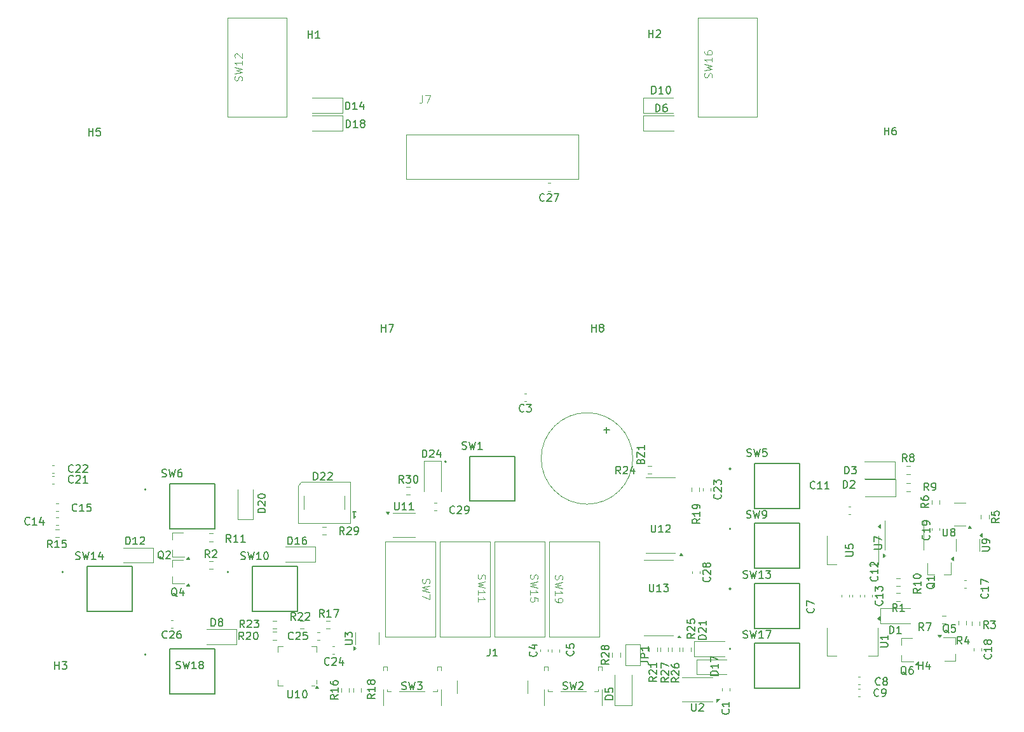
<source format=gbr>
%TF.GenerationSoftware,KiCad,Pcbnew,9.0.2*%
%TF.CreationDate,2025-08-14T19:07:51+07:00*%
%TF.ProjectId,Gamepad PCB,47616d65-7061-4642-9050-43422e6b6963,v03*%
%TF.SameCoordinates,Original*%
%TF.FileFunction,Legend,Top*%
%TF.FilePolarity,Positive*%
%FSLAX46Y46*%
G04 Gerber Fmt 4.6, Leading zero omitted, Abs format (unit mm)*
G04 Created by KiCad (PCBNEW 9.0.2) date 2025-08-14 19:07:51*
%MOMM*%
%LPD*%
G01*
G04 APERTURE LIST*
%ADD10C,0.150000*%
%ADD11C,0.100000*%
%ADD12C,0.127000*%
%ADD13C,0.200000*%
%ADD14C,0.120000*%
G04 APERTURE END LIST*
D10*
X109991667Y-106022200D02*
X110134524Y-106069819D01*
X110134524Y-106069819D02*
X110372619Y-106069819D01*
X110372619Y-106069819D02*
X110467857Y-106022200D01*
X110467857Y-106022200D02*
X110515476Y-105974580D01*
X110515476Y-105974580D02*
X110563095Y-105879342D01*
X110563095Y-105879342D02*
X110563095Y-105784104D01*
X110563095Y-105784104D02*
X110515476Y-105688866D01*
X110515476Y-105688866D02*
X110467857Y-105641247D01*
X110467857Y-105641247D02*
X110372619Y-105593628D01*
X110372619Y-105593628D02*
X110182143Y-105546009D01*
X110182143Y-105546009D02*
X110086905Y-105498390D01*
X110086905Y-105498390D02*
X110039286Y-105450771D01*
X110039286Y-105450771D02*
X109991667Y-105355533D01*
X109991667Y-105355533D02*
X109991667Y-105260295D01*
X109991667Y-105260295D02*
X110039286Y-105165057D01*
X110039286Y-105165057D02*
X110086905Y-105117438D01*
X110086905Y-105117438D02*
X110182143Y-105069819D01*
X110182143Y-105069819D02*
X110420238Y-105069819D01*
X110420238Y-105069819D02*
X110563095Y-105117438D01*
X110896429Y-105069819D02*
X111134524Y-106069819D01*
X111134524Y-106069819D02*
X111325000Y-105355533D01*
X111325000Y-105355533D02*
X111515476Y-106069819D01*
X111515476Y-106069819D02*
X111753572Y-105069819D01*
X112563095Y-105069819D02*
X112372619Y-105069819D01*
X112372619Y-105069819D02*
X112277381Y-105117438D01*
X112277381Y-105117438D02*
X112229762Y-105165057D01*
X112229762Y-105165057D02*
X112134524Y-105307914D01*
X112134524Y-105307914D02*
X112086905Y-105498390D01*
X112086905Y-105498390D02*
X112086905Y-105879342D01*
X112086905Y-105879342D02*
X112134524Y-105974580D01*
X112134524Y-105974580D02*
X112182143Y-106022200D01*
X112182143Y-106022200D02*
X112277381Y-106069819D01*
X112277381Y-106069819D02*
X112467857Y-106069819D01*
X112467857Y-106069819D02*
X112563095Y-106022200D01*
X112563095Y-106022200D02*
X112610714Y-105974580D01*
X112610714Y-105974580D02*
X112658333Y-105879342D01*
X112658333Y-105879342D02*
X112658333Y-105641247D01*
X112658333Y-105641247D02*
X112610714Y-105546009D01*
X112610714Y-105546009D02*
X112563095Y-105498390D01*
X112563095Y-105498390D02*
X112467857Y-105450771D01*
X112467857Y-105450771D02*
X112277381Y-105450771D01*
X112277381Y-105450771D02*
X112182143Y-105498390D01*
X112182143Y-105498390D02*
X112134524Y-105546009D01*
X112134524Y-105546009D02*
X112086905Y-105641247D01*
X92357142Y-112359580D02*
X92309523Y-112407200D01*
X92309523Y-112407200D02*
X92166666Y-112454819D01*
X92166666Y-112454819D02*
X92071428Y-112454819D01*
X92071428Y-112454819D02*
X91928571Y-112407200D01*
X91928571Y-112407200D02*
X91833333Y-112311961D01*
X91833333Y-112311961D02*
X91785714Y-112216723D01*
X91785714Y-112216723D02*
X91738095Y-112026247D01*
X91738095Y-112026247D02*
X91738095Y-111883390D01*
X91738095Y-111883390D02*
X91785714Y-111692914D01*
X91785714Y-111692914D02*
X91833333Y-111597676D01*
X91833333Y-111597676D02*
X91928571Y-111502438D01*
X91928571Y-111502438D02*
X92071428Y-111454819D01*
X92071428Y-111454819D02*
X92166666Y-111454819D01*
X92166666Y-111454819D02*
X92309523Y-111502438D01*
X92309523Y-111502438D02*
X92357142Y-111550057D01*
X93309523Y-112454819D02*
X92738095Y-112454819D01*
X93023809Y-112454819D02*
X93023809Y-111454819D01*
X93023809Y-111454819D02*
X92928571Y-111597676D01*
X92928571Y-111597676D02*
X92833333Y-111692914D01*
X92833333Y-111692914D02*
X92738095Y-111740533D01*
X94166666Y-111788152D02*
X94166666Y-112454819D01*
X93928571Y-111407200D02*
X93690476Y-112121485D01*
X93690476Y-112121485D02*
X94309523Y-112121485D01*
X187866667Y-111507200D02*
X188009524Y-111554819D01*
X188009524Y-111554819D02*
X188247619Y-111554819D01*
X188247619Y-111554819D02*
X188342857Y-111507200D01*
X188342857Y-111507200D02*
X188390476Y-111459580D01*
X188390476Y-111459580D02*
X188438095Y-111364342D01*
X188438095Y-111364342D02*
X188438095Y-111269104D01*
X188438095Y-111269104D02*
X188390476Y-111173866D01*
X188390476Y-111173866D02*
X188342857Y-111126247D01*
X188342857Y-111126247D02*
X188247619Y-111078628D01*
X188247619Y-111078628D02*
X188057143Y-111031009D01*
X188057143Y-111031009D02*
X187961905Y-110983390D01*
X187961905Y-110983390D02*
X187914286Y-110935771D01*
X187914286Y-110935771D02*
X187866667Y-110840533D01*
X187866667Y-110840533D02*
X187866667Y-110745295D01*
X187866667Y-110745295D02*
X187914286Y-110650057D01*
X187914286Y-110650057D02*
X187961905Y-110602438D01*
X187961905Y-110602438D02*
X188057143Y-110554819D01*
X188057143Y-110554819D02*
X188295238Y-110554819D01*
X188295238Y-110554819D02*
X188438095Y-110602438D01*
X188771429Y-110554819D02*
X189009524Y-111554819D01*
X189009524Y-111554819D02*
X189200000Y-110840533D01*
X189200000Y-110840533D02*
X189390476Y-111554819D01*
X189390476Y-111554819D02*
X189628572Y-110554819D01*
X190057143Y-111554819D02*
X190247619Y-111554819D01*
X190247619Y-111554819D02*
X190342857Y-111507200D01*
X190342857Y-111507200D02*
X190390476Y-111459580D01*
X190390476Y-111459580D02*
X190485714Y-111316723D01*
X190485714Y-111316723D02*
X190533333Y-111126247D01*
X190533333Y-111126247D02*
X190533333Y-110745295D01*
X190533333Y-110745295D02*
X190485714Y-110650057D01*
X190485714Y-110650057D02*
X190438095Y-110602438D01*
X190438095Y-110602438D02*
X190342857Y-110554819D01*
X190342857Y-110554819D02*
X190152381Y-110554819D01*
X190152381Y-110554819D02*
X190057143Y-110602438D01*
X190057143Y-110602438D02*
X190009524Y-110650057D01*
X190009524Y-110650057D02*
X189961905Y-110745295D01*
X189961905Y-110745295D02*
X189961905Y-110983390D01*
X189961905Y-110983390D02*
X190009524Y-111078628D01*
X190009524Y-111078628D02*
X190057143Y-111126247D01*
X190057143Y-111126247D02*
X190152381Y-111173866D01*
X190152381Y-111173866D02*
X190342857Y-111173866D01*
X190342857Y-111173866D02*
X190438095Y-111126247D01*
X190438095Y-111126247D02*
X190485714Y-111078628D01*
X190485714Y-111078628D02*
X190533333Y-110983390D01*
X98157142Y-105359580D02*
X98109523Y-105407200D01*
X98109523Y-105407200D02*
X97966666Y-105454819D01*
X97966666Y-105454819D02*
X97871428Y-105454819D01*
X97871428Y-105454819D02*
X97728571Y-105407200D01*
X97728571Y-105407200D02*
X97633333Y-105311961D01*
X97633333Y-105311961D02*
X97585714Y-105216723D01*
X97585714Y-105216723D02*
X97538095Y-105026247D01*
X97538095Y-105026247D02*
X97538095Y-104883390D01*
X97538095Y-104883390D02*
X97585714Y-104692914D01*
X97585714Y-104692914D02*
X97633333Y-104597676D01*
X97633333Y-104597676D02*
X97728571Y-104502438D01*
X97728571Y-104502438D02*
X97871428Y-104454819D01*
X97871428Y-104454819D02*
X97966666Y-104454819D01*
X97966666Y-104454819D02*
X98109523Y-104502438D01*
X98109523Y-104502438D02*
X98157142Y-104550057D01*
X98538095Y-104550057D02*
X98585714Y-104502438D01*
X98585714Y-104502438D02*
X98680952Y-104454819D01*
X98680952Y-104454819D02*
X98919047Y-104454819D01*
X98919047Y-104454819D02*
X99014285Y-104502438D01*
X99014285Y-104502438D02*
X99061904Y-104550057D01*
X99061904Y-104550057D02*
X99109523Y-104645295D01*
X99109523Y-104645295D02*
X99109523Y-104740533D01*
X99109523Y-104740533D02*
X99061904Y-104883390D01*
X99061904Y-104883390D02*
X98490476Y-105454819D01*
X98490476Y-105454819D02*
X99109523Y-105454819D01*
X99490476Y-104550057D02*
X99538095Y-104502438D01*
X99538095Y-104502438D02*
X99633333Y-104454819D01*
X99633333Y-104454819D02*
X99871428Y-104454819D01*
X99871428Y-104454819D02*
X99966666Y-104502438D01*
X99966666Y-104502438D02*
X100014285Y-104550057D01*
X100014285Y-104550057D02*
X100061904Y-104645295D01*
X100061904Y-104645295D02*
X100061904Y-104740533D01*
X100061904Y-104740533D02*
X100014285Y-104883390D01*
X100014285Y-104883390D02*
X99442857Y-105454819D01*
X99442857Y-105454819D02*
X100061904Y-105454819D01*
X175161905Y-112454819D02*
X175161905Y-113264342D01*
X175161905Y-113264342D02*
X175209524Y-113359580D01*
X175209524Y-113359580D02*
X175257143Y-113407200D01*
X175257143Y-113407200D02*
X175352381Y-113454819D01*
X175352381Y-113454819D02*
X175542857Y-113454819D01*
X175542857Y-113454819D02*
X175638095Y-113407200D01*
X175638095Y-113407200D02*
X175685714Y-113359580D01*
X175685714Y-113359580D02*
X175733333Y-113264342D01*
X175733333Y-113264342D02*
X175733333Y-112454819D01*
X176733333Y-113454819D02*
X176161905Y-113454819D01*
X176447619Y-113454819D02*
X176447619Y-112454819D01*
X176447619Y-112454819D02*
X176352381Y-112597676D01*
X176352381Y-112597676D02*
X176257143Y-112692914D01*
X176257143Y-112692914D02*
X176161905Y-112740533D01*
X177114286Y-112550057D02*
X177161905Y-112502438D01*
X177161905Y-112502438D02*
X177257143Y-112454819D01*
X177257143Y-112454819D02*
X177495238Y-112454819D01*
X177495238Y-112454819D02*
X177590476Y-112502438D01*
X177590476Y-112502438D02*
X177638095Y-112550057D01*
X177638095Y-112550057D02*
X177685714Y-112645295D01*
X177685714Y-112645295D02*
X177685714Y-112740533D01*
X177685714Y-112740533D02*
X177638095Y-112883390D01*
X177638095Y-112883390D02*
X177066667Y-113454819D01*
X177066667Y-113454819D02*
X177685714Y-113454819D01*
X171057142Y-105654819D02*
X170723809Y-105178628D01*
X170485714Y-105654819D02*
X170485714Y-104654819D01*
X170485714Y-104654819D02*
X170866666Y-104654819D01*
X170866666Y-104654819D02*
X170961904Y-104702438D01*
X170961904Y-104702438D02*
X171009523Y-104750057D01*
X171009523Y-104750057D02*
X171057142Y-104845295D01*
X171057142Y-104845295D02*
X171057142Y-104988152D01*
X171057142Y-104988152D02*
X171009523Y-105083390D01*
X171009523Y-105083390D02*
X170961904Y-105131009D01*
X170961904Y-105131009D02*
X170866666Y-105178628D01*
X170866666Y-105178628D02*
X170485714Y-105178628D01*
X171438095Y-104750057D02*
X171485714Y-104702438D01*
X171485714Y-104702438D02*
X171580952Y-104654819D01*
X171580952Y-104654819D02*
X171819047Y-104654819D01*
X171819047Y-104654819D02*
X171914285Y-104702438D01*
X171914285Y-104702438D02*
X171961904Y-104750057D01*
X171961904Y-104750057D02*
X172009523Y-104845295D01*
X172009523Y-104845295D02*
X172009523Y-104940533D01*
X172009523Y-104940533D02*
X171961904Y-105083390D01*
X171961904Y-105083390D02*
X171390476Y-105654819D01*
X171390476Y-105654819D02*
X172009523Y-105654819D01*
X172866666Y-104988152D02*
X172866666Y-105654819D01*
X172628571Y-104607200D02*
X172390476Y-105321485D01*
X172390476Y-105321485D02*
X173009523Y-105321485D01*
X214804761Y-126850057D02*
X214709523Y-126802438D01*
X214709523Y-126802438D02*
X214614285Y-126707200D01*
X214614285Y-126707200D02*
X214471428Y-126564342D01*
X214471428Y-126564342D02*
X214376190Y-126516723D01*
X214376190Y-126516723D02*
X214280952Y-126516723D01*
X214328571Y-126754819D02*
X214233333Y-126707200D01*
X214233333Y-126707200D02*
X214138095Y-126611961D01*
X214138095Y-126611961D02*
X214090476Y-126421485D01*
X214090476Y-126421485D02*
X214090476Y-126088152D01*
X214090476Y-126088152D02*
X214138095Y-125897676D01*
X214138095Y-125897676D02*
X214233333Y-125802438D01*
X214233333Y-125802438D02*
X214328571Y-125754819D01*
X214328571Y-125754819D02*
X214519047Y-125754819D01*
X214519047Y-125754819D02*
X214614285Y-125802438D01*
X214614285Y-125802438D02*
X214709523Y-125897676D01*
X214709523Y-125897676D02*
X214757142Y-126088152D01*
X214757142Y-126088152D02*
X214757142Y-126421485D01*
X214757142Y-126421485D02*
X214709523Y-126611961D01*
X214709523Y-126611961D02*
X214614285Y-126707200D01*
X214614285Y-126707200D02*
X214519047Y-126754819D01*
X214519047Y-126754819D02*
X214328571Y-126754819D01*
X215661904Y-125754819D02*
X215185714Y-125754819D01*
X215185714Y-125754819D02*
X215138095Y-126231009D01*
X215138095Y-126231009D02*
X215185714Y-126183390D01*
X215185714Y-126183390D02*
X215280952Y-126135771D01*
X215280952Y-126135771D02*
X215519047Y-126135771D01*
X215519047Y-126135771D02*
X215614285Y-126183390D01*
X215614285Y-126183390D02*
X215661904Y-126231009D01*
X215661904Y-126231009D02*
X215709523Y-126326247D01*
X215709523Y-126326247D02*
X215709523Y-126564342D01*
X215709523Y-126564342D02*
X215661904Y-126659580D01*
X215661904Y-126659580D02*
X215614285Y-126707200D01*
X215614285Y-126707200D02*
X215519047Y-126754819D01*
X215519047Y-126754819D02*
X215280952Y-126754819D01*
X215280952Y-126754819D02*
X215185714Y-126707200D01*
X215185714Y-126707200D02*
X215138095Y-126659580D01*
X167238095Y-86704819D02*
X167238095Y-85704819D01*
X167238095Y-86181009D02*
X167809523Y-86181009D01*
X167809523Y-86704819D02*
X167809523Y-85704819D01*
X168428571Y-86133390D02*
X168333333Y-86085771D01*
X168333333Y-86085771D02*
X168285714Y-86038152D01*
X168285714Y-86038152D02*
X168238095Y-85942914D01*
X168238095Y-85942914D02*
X168238095Y-85895295D01*
X168238095Y-85895295D02*
X168285714Y-85800057D01*
X168285714Y-85800057D02*
X168333333Y-85752438D01*
X168333333Y-85752438D02*
X168428571Y-85704819D01*
X168428571Y-85704819D02*
X168619047Y-85704819D01*
X168619047Y-85704819D02*
X168714285Y-85752438D01*
X168714285Y-85752438D02*
X168761904Y-85800057D01*
X168761904Y-85800057D02*
X168809523Y-85895295D01*
X168809523Y-85895295D02*
X168809523Y-85942914D01*
X168809523Y-85942914D02*
X168761904Y-86038152D01*
X168761904Y-86038152D02*
X168714285Y-86085771D01*
X168714285Y-86085771D02*
X168619047Y-86133390D01*
X168619047Y-86133390D02*
X168428571Y-86133390D01*
X168428571Y-86133390D02*
X168333333Y-86181009D01*
X168333333Y-86181009D02*
X168285714Y-86228628D01*
X168285714Y-86228628D02*
X168238095Y-86323866D01*
X168238095Y-86323866D02*
X168238095Y-86514342D01*
X168238095Y-86514342D02*
X168285714Y-86609580D01*
X168285714Y-86609580D02*
X168333333Y-86657200D01*
X168333333Y-86657200D02*
X168428571Y-86704819D01*
X168428571Y-86704819D02*
X168619047Y-86704819D01*
X168619047Y-86704819D02*
X168714285Y-86657200D01*
X168714285Y-86657200D02*
X168761904Y-86609580D01*
X168761904Y-86609580D02*
X168809523Y-86514342D01*
X168809523Y-86514342D02*
X168809523Y-86323866D01*
X168809523Y-86323866D02*
X168761904Y-86228628D01*
X168761904Y-86228628D02*
X168714285Y-86181009D01*
X168714285Y-86181009D02*
X168619047Y-86133390D01*
X100238095Y-60554819D02*
X100238095Y-59554819D01*
X100238095Y-60031009D02*
X100809523Y-60031009D01*
X100809523Y-60554819D02*
X100809523Y-59554819D01*
X101761904Y-59554819D02*
X101285714Y-59554819D01*
X101285714Y-59554819D02*
X101238095Y-60031009D01*
X101238095Y-60031009D02*
X101285714Y-59983390D01*
X101285714Y-59983390D02*
X101380952Y-59935771D01*
X101380952Y-59935771D02*
X101619047Y-59935771D01*
X101619047Y-59935771D02*
X101714285Y-59983390D01*
X101714285Y-59983390D02*
X101761904Y-60031009D01*
X101761904Y-60031009D02*
X101809523Y-60126247D01*
X101809523Y-60126247D02*
X101809523Y-60364342D01*
X101809523Y-60364342D02*
X101761904Y-60459580D01*
X101761904Y-60459580D02*
X101714285Y-60507200D01*
X101714285Y-60507200D02*
X101619047Y-60554819D01*
X101619047Y-60554819D02*
X101380952Y-60554819D01*
X101380952Y-60554819D02*
X101285714Y-60507200D01*
X101285714Y-60507200D02*
X101238095Y-60459580D01*
X120857142Y-127754819D02*
X120523809Y-127278628D01*
X120285714Y-127754819D02*
X120285714Y-126754819D01*
X120285714Y-126754819D02*
X120666666Y-126754819D01*
X120666666Y-126754819D02*
X120761904Y-126802438D01*
X120761904Y-126802438D02*
X120809523Y-126850057D01*
X120809523Y-126850057D02*
X120857142Y-126945295D01*
X120857142Y-126945295D02*
X120857142Y-127088152D01*
X120857142Y-127088152D02*
X120809523Y-127183390D01*
X120809523Y-127183390D02*
X120761904Y-127231009D01*
X120761904Y-127231009D02*
X120666666Y-127278628D01*
X120666666Y-127278628D02*
X120285714Y-127278628D01*
X121238095Y-126850057D02*
X121285714Y-126802438D01*
X121285714Y-126802438D02*
X121380952Y-126754819D01*
X121380952Y-126754819D02*
X121619047Y-126754819D01*
X121619047Y-126754819D02*
X121714285Y-126802438D01*
X121714285Y-126802438D02*
X121761904Y-126850057D01*
X121761904Y-126850057D02*
X121809523Y-126945295D01*
X121809523Y-126945295D02*
X121809523Y-127040533D01*
X121809523Y-127040533D02*
X121761904Y-127183390D01*
X121761904Y-127183390D02*
X121190476Y-127754819D01*
X121190476Y-127754819D02*
X121809523Y-127754819D01*
X122428571Y-126754819D02*
X122523809Y-126754819D01*
X122523809Y-126754819D02*
X122619047Y-126802438D01*
X122619047Y-126802438D02*
X122666666Y-126850057D01*
X122666666Y-126850057D02*
X122714285Y-126945295D01*
X122714285Y-126945295D02*
X122761904Y-127135771D01*
X122761904Y-127135771D02*
X122761904Y-127373866D01*
X122761904Y-127373866D02*
X122714285Y-127564342D01*
X122714285Y-127564342D02*
X122666666Y-127659580D01*
X122666666Y-127659580D02*
X122619047Y-127707200D01*
X122619047Y-127707200D02*
X122523809Y-127754819D01*
X122523809Y-127754819D02*
X122428571Y-127754819D01*
X122428571Y-127754819D02*
X122333333Y-127707200D01*
X122333333Y-127707200D02*
X122285714Y-127659580D01*
X122285714Y-127659580D02*
X122238095Y-127564342D01*
X122238095Y-127564342D02*
X122190476Y-127373866D01*
X122190476Y-127373866D02*
X122190476Y-127135771D01*
X122190476Y-127135771D02*
X122238095Y-126945295D01*
X122238095Y-126945295D02*
X122285714Y-126850057D01*
X122285714Y-126850057D02*
X122333333Y-126802438D01*
X122333333Y-126802438D02*
X122428571Y-126754819D01*
X182454819Y-127714285D02*
X181454819Y-127714285D01*
X181454819Y-127714285D02*
X181454819Y-127476190D01*
X181454819Y-127476190D02*
X181502438Y-127333333D01*
X181502438Y-127333333D02*
X181597676Y-127238095D01*
X181597676Y-127238095D02*
X181692914Y-127190476D01*
X181692914Y-127190476D02*
X181883390Y-127142857D01*
X181883390Y-127142857D02*
X182026247Y-127142857D01*
X182026247Y-127142857D02*
X182216723Y-127190476D01*
X182216723Y-127190476D02*
X182311961Y-127238095D01*
X182311961Y-127238095D02*
X182407200Y-127333333D01*
X182407200Y-127333333D02*
X182454819Y-127476190D01*
X182454819Y-127476190D02*
X182454819Y-127714285D01*
X181550057Y-126761904D02*
X181502438Y-126714285D01*
X181502438Y-126714285D02*
X181454819Y-126619047D01*
X181454819Y-126619047D02*
X181454819Y-126380952D01*
X181454819Y-126380952D02*
X181502438Y-126285714D01*
X181502438Y-126285714D02*
X181550057Y-126238095D01*
X181550057Y-126238095D02*
X181645295Y-126190476D01*
X181645295Y-126190476D02*
X181740533Y-126190476D01*
X181740533Y-126190476D02*
X181883390Y-126238095D01*
X181883390Y-126238095D02*
X182454819Y-126809523D01*
X182454819Y-126809523D02*
X182454819Y-126190476D01*
X182454819Y-125238095D02*
X182454819Y-125809523D01*
X182454819Y-125523809D02*
X181454819Y-125523809D01*
X181454819Y-125523809D02*
X181597676Y-125619047D01*
X181597676Y-125619047D02*
X181692914Y-125714285D01*
X181692914Y-125714285D02*
X181740533Y-125809523D01*
X220389580Y-129705358D02*
X220437200Y-129752977D01*
X220437200Y-129752977D02*
X220484819Y-129895834D01*
X220484819Y-129895834D02*
X220484819Y-129991072D01*
X220484819Y-129991072D02*
X220437200Y-130133929D01*
X220437200Y-130133929D02*
X220341961Y-130229167D01*
X220341961Y-130229167D02*
X220246723Y-130276786D01*
X220246723Y-130276786D02*
X220056247Y-130324405D01*
X220056247Y-130324405D02*
X219913390Y-130324405D01*
X219913390Y-130324405D02*
X219722914Y-130276786D01*
X219722914Y-130276786D02*
X219627676Y-130229167D01*
X219627676Y-130229167D02*
X219532438Y-130133929D01*
X219532438Y-130133929D02*
X219484819Y-129991072D01*
X219484819Y-129991072D02*
X219484819Y-129895834D01*
X219484819Y-129895834D02*
X219532438Y-129752977D01*
X219532438Y-129752977D02*
X219580057Y-129705358D01*
X220484819Y-128752977D02*
X220484819Y-129324405D01*
X220484819Y-129038691D02*
X219484819Y-129038691D01*
X219484819Y-129038691D02*
X219627676Y-129133929D01*
X219627676Y-129133929D02*
X219722914Y-129229167D01*
X219722914Y-129229167D02*
X219770533Y-129324405D01*
X219913390Y-128181548D02*
X219865771Y-128276786D01*
X219865771Y-128276786D02*
X219818152Y-128324405D01*
X219818152Y-128324405D02*
X219722914Y-128372024D01*
X219722914Y-128372024D02*
X219675295Y-128372024D01*
X219675295Y-128372024D02*
X219580057Y-128324405D01*
X219580057Y-128324405D02*
X219532438Y-128276786D01*
X219532438Y-128276786D02*
X219484819Y-128181548D01*
X219484819Y-128181548D02*
X219484819Y-127991072D01*
X219484819Y-127991072D02*
X219532438Y-127895834D01*
X219532438Y-127895834D02*
X219580057Y-127848215D01*
X219580057Y-127848215D02*
X219675295Y-127800596D01*
X219675295Y-127800596D02*
X219722914Y-127800596D01*
X219722914Y-127800596D02*
X219818152Y-127848215D01*
X219818152Y-127848215D02*
X219865771Y-127895834D01*
X219865771Y-127895834D02*
X219913390Y-127991072D01*
X219913390Y-127991072D02*
X219913390Y-128181548D01*
X219913390Y-128181548D02*
X219961009Y-128276786D01*
X219961009Y-128276786D02*
X220008628Y-128324405D01*
X220008628Y-128324405D02*
X220103866Y-128372024D01*
X220103866Y-128372024D02*
X220294342Y-128372024D01*
X220294342Y-128372024D02*
X220389580Y-128324405D01*
X220389580Y-128324405D02*
X220437200Y-128276786D01*
X220437200Y-128276786D02*
X220484819Y-128181548D01*
X220484819Y-128181548D02*
X220484819Y-127991072D01*
X220484819Y-127991072D02*
X220437200Y-127895834D01*
X220437200Y-127895834D02*
X220389580Y-127848215D01*
X220389580Y-127848215D02*
X220294342Y-127800596D01*
X220294342Y-127800596D02*
X220103866Y-127800596D01*
X220103866Y-127800596D02*
X220008628Y-127848215D01*
X220008628Y-127848215D02*
X219961009Y-127895834D01*
X219961009Y-127895834D02*
X219913390Y-127991072D01*
X184389580Y-108380358D02*
X184437200Y-108427977D01*
X184437200Y-108427977D02*
X184484819Y-108570834D01*
X184484819Y-108570834D02*
X184484819Y-108666072D01*
X184484819Y-108666072D02*
X184437200Y-108808929D01*
X184437200Y-108808929D02*
X184341961Y-108904167D01*
X184341961Y-108904167D02*
X184246723Y-108951786D01*
X184246723Y-108951786D02*
X184056247Y-108999405D01*
X184056247Y-108999405D02*
X183913390Y-108999405D01*
X183913390Y-108999405D02*
X183722914Y-108951786D01*
X183722914Y-108951786D02*
X183627676Y-108904167D01*
X183627676Y-108904167D02*
X183532438Y-108808929D01*
X183532438Y-108808929D02*
X183484819Y-108666072D01*
X183484819Y-108666072D02*
X183484819Y-108570834D01*
X183484819Y-108570834D02*
X183532438Y-108427977D01*
X183532438Y-108427977D02*
X183580057Y-108380358D01*
X183580057Y-107999405D02*
X183532438Y-107951786D01*
X183532438Y-107951786D02*
X183484819Y-107856548D01*
X183484819Y-107856548D02*
X183484819Y-107618453D01*
X183484819Y-107618453D02*
X183532438Y-107523215D01*
X183532438Y-107523215D02*
X183580057Y-107475596D01*
X183580057Y-107475596D02*
X183675295Y-107427977D01*
X183675295Y-107427977D02*
X183770533Y-107427977D01*
X183770533Y-107427977D02*
X183913390Y-107475596D01*
X183913390Y-107475596D02*
X184484819Y-108047024D01*
X184484819Y-108047024D02*
X184484819Y-107427977D01*
X183484819Y-107094643D02*
X183484819Y-106475596D01*
X183484819Y-106475596D02*
X183865771Y-106808929D01*
X183865771Y-106808929D02*
X183865771Y-106666072D01*
X183865771Y-106666072D02*
X183913390Y-106570834D01*
X183913390Y-106570834D02*
X183961009Y-106523215D01*
X183961009Y-106523215D02*
X184056247Y-106475596D01*
X184056247Y-106475596D02*
X184294342Y-106475596D01*
X184294342Y-106475596D02*
X184389580Y-106523215D01*
X184389580Y-106523215D02*
X184437200Y-106570834D01*
X184437200Y-106570834D02*
X184484819Y-106666072D01*
X184484819Y-106666072D02*
X184484819Y-106951786D01*
X184484819Y-106951786D02*
X184437200Y-107047024D01*
X184437200Y-107047024D02*
X184389580Y-107094643D01*
X134257142Y-113754819D02*
X133923809Y-113278628D01*
X133685714Y-113754819D02*
X133685714Y-112754819D01*
X133685714Y-112754819D02*
X134066666Y-112754819D01*
X134066666Y-112754819D02*
X134161904Y-112802438D01*
X134161904Y-112802438D02*
X134209523Y-112850057D01*
X134209523Y-112850057D02*
X134257142Y-112945295D01*
X134257142Y-112945295D02*
X134257142Y-113088152D01*
X134257142Y-113088152D02*
X134209523Y-113183390D01*
X134209523Y-113183390D02*
X134161904Y-113231009D01*
X134161904Y-113231009D02*
X134066666Y-113278628D01*
X134066666Y-113278628D02*
X133685714Y-113278628D01*
X134638095Y-112850057D02*
X134685714Y-112802438D01*
X134685714Y-112802438D02*
X134780952Y-112754819D01*
X134780952Y-112754819D02*
X135019047Y-112754819D01*
X135019047Y-112754819D02*
X135114285Y-112802438D01*
X135114285Y-112802438D02*
X135161904Y-112850057D01*
X135161904Y-112850057D02*
X135209523Y-112945295D01*
X135209523Y-112945295D02*
X135209523Y-113040533D01*
X135209523Y-113040533D02*
X135161904Y-113183390D01*
X135161904Y-113183390D02*
X134590476Y-113754819D01*
X134590476Y-113754819D02*
X135209523Y-113754819D01*
X135685714Y-113754819D02*
X135876190Y-113754819D01*
X135876190Y-113754819D02*
X135971428Y-113707200D01*
X135971428Y-113707200D02*
X136019047Y-113659580D01*
X136019047Y-113659580D02*
X136114285Y-113516723D01*
X136114285Y-113516723D02*
X136161904Y-113326247D01*
X136161904Y-113326247D02*
X136161904Y-112945295D01*
X136161904Y-112945295D02*
X136114285Y-112850057D01*
X136114285Y-112850057D02*
X136066666Y-112802438D01*
X136066666Y-112802438D02*
X135971428Y-112754819D01*
X135971428Y-112754819D02*
X135780952Y-112754819D01*
X135780952Y-112754819D02*
X135685714Y-112802438D01*
X135685714Y-112802438D02*
X135638095Y-112850057D01*
X135638095Y-112850057D02*
X135590476Y-112945295D01*
X135590476Y-112945295D02*
X135590476Y-113183390D01*
X135590476Y-113183390D02*
X135638095Y-113278628D01*
X135638095Y-113278628D02*
X135685714Y-113326247D01*
X135685714Y-113326247D02*
X135780952Y-113373866D01*
X135780952Y-113373866D02*
X135971428Y-113373866D01*
X135971428Y-113373866D02*
X136066666Y-113326247D01*
X136066666Y-113326247D02*
X136114285Y-113278628D01*
X136114285Y-113278628D02*
X136161904Y-113183390D01*
X175854819Y-132742857D02*
X175378628Y-133076190D01*
X175854819Y-133314285D02*
X174854819Y-133314285D01*
X174854819Y-133314285D02*
X174854819Y-132933333D01*
X174854819Y-132933333D02*
X174902438Y-132838095D01*
X174902438Y-132838095D02*
X174950057Y-132790476D01*
X174950057Y-132790476D02*
X175045295Y-132742857D01*
X175045295Y-132742857D02*
X175188152Y-132742857D01*
X175188152Y-132742857D02*
X175283390Y-132790476D01*
X175283390Y-132790476D02*
X175331009Y-132838095D01*
X175331009Y-132838095D02*
X175378628Y-132933333D01*
X175378628Y-132933333D02*
X175378628Y-133314285D01*
X174950057Y-132361904D02*
X174902438Y-132314285D01*
X174902438Y-132314285D02*
X174854819Y-132219047D01*
X174854819Y-132219047D02*
X174854819Y-131980952D01*
X174854819Y-131980952D02*
X174902438Y-131885714D01*
X174902438Y-131885714D02*
X174950057Y-131838095D01*
X174950057Y-131838095D02*
X175045295Y-131790476D01*
X175045295Y-131790476D02*
X175140533Y-131790476D01*
X175140533Y-131790476D02*
X175283390Y-131838095D01*
X175283390Y-131838095D02*
X175854819Y-132409523D01*
X175854819Y-132409523D02*
X175854819Y-131790476D01*
X175854819Y-130838095D02*
X175854819Y-131409523D01*
X175854819Y-131123809D02*
X174854819Y-131123809D01*
X174854819Y-131123809D02*
X174997676Y-131219047D01*
X174997676Y-131219047D02*
X175092914Y-131314285D01*
X175092914Y-131314285D02*
X175140533Y-131409523D01*
X216533333Y-128354819D02*
X216200000Y-127878628D01*
X215961905Y-128354819D02*
X215961905Y-127354819D01*
X215961905Y-127354819D02*
X216342857Y-127354819D01*
X216342857Y-127354819D02*
X216438095Y-127402438D01*
X216438095Y-127402438D02*
X216485714Y-127450057D01*
X216485714Y-127450057D02*
X216533333Y-127545295D01*
X216533333Y-127545295D02*
X216533333Y-127688152D01*
X216533333Y-127688152D02*
X216485714Y-127783390D01*
X216485714Y-127783390D02*
X216438095Y-127831009D01*
X216438095Y-127831009D02*
X216342857Y-127878628D01*
X216342857Y-127878628D02*
X215961905Y-127878628D01*
X217390476Y-127688152D02*
X217390476Y-128354819D01*
X217152381Y-127307200D02*
X216914286Y-128021485D01*
X216914286Y-128021485D02*
X217533333Y-128021485D01*
X116561905Y-125954819D02*
X116561905Y-124954819D01*
X116561905Y-124954819D02*
X116800000Y-124954819D01*
X116800000Y-124954819D02*
X116942857Y-125002438D01*
X116942857Y-125002438D02*
X117038095Y-125097676D01*
X117038095Y-125097676D02*
X117085714Y-125192914D01*
X117085714Y-125192914D02*
X117133333Y-125383390D01*
X117133333Y-125383390D02*
X117133333Y-125526247D01*
X117133333Y-125526247D02*
X117085714Y-125716723D01*
X117085714Y-125716723D02*
X117038095Y-125811961D01*
X117038095Y-125811961D02*
X116942857Y-125907200D01*
X116942857Y-125907200D02*
X116800000Y-125954819D01*
X116800000Y-125954819D02*
X116561905Y-125954819D01*
X117704762Y-125383390D02*
X117609524Y-125335771D01*
X117609524Y-125335771D02*
X117561905Y-125288152D01*
X117561905Y-125288152D02*
X117514286Y-125192914D01*
X117514286Y-125192914D02*
X117514286Y-125145295D01*
X117514286Y-125145295D02*
X117561905Y-125050057D01*
X117561905Y-125050057D02*
X117609524Y-125002438D01*
X117609524Y-125002438D02*
X117704762Y-124954819D01*
X117704762Y-124954819D02*
X117895238Y-124954819D01*
X117895238Y-124954819D02*
X117990476Y-125002438D01*
X117990476Y-125002438D02*
X118038095Y-125050057D01*
X118038095Y-125050057D02*
X118085714Y-125145295D01*
X118085714Y-125145295D02*
X118085714Y-125192914D01*
X118085714Y-125192914D02*
X118038095Y-125288152D01*
X118038095Y-125288152D02*
X117990476Y-125335771D01*
X117990476Y-125335771D02*
X117895238Y-125383390D01*
X117895238Y-125383390D02*
X117704762Y-125383390D01*
X117704762Y-125383390D02*
X117609524Y-125431009D01*
X117609524Y-125431009D02*
X117561905Y-125478628D01*
X117561905Y-125478628D02*
X117514286Y-125573866D01*
X117514286Y-125573866D02*
X117514286Y-125764342D01*
X117514286Y-125764342D02*
X117561905Y-125859580D01*
X117561905Y-125859580D02*
X117609524Y-125907200D01*
X117609524Y-125907200D02*
X117704762Y-125954819D01*
X117704762Y-125954819D02*
X117895238Y-125954819D01*
X117895238Y-125954819D02*
X117990476Y-125907200D01*
X117990476Y-125907200D02*
X118038095Y-125859580D01*
X118038095Y-125859580D02*
X118085714Y-125764342D01*
X118085714Y-125764342D02*
X118085714Y-125573866D01*
X118085714Y-125573866D02*
X118038095Y-125478628D01*
X118038095Y-125478628D02*
X117990476Y-125431009D01*
X117990476Y-125431009D02*
X117895238Y-125383390D01*
X205654819Y-128761904D02*
X206464342Y-128761904D01*
X206464342Y-128761904D02*
X206559580Y-128714285D01*
X206559580Y-128714285D02*
X206607200Y-128666666D01*
X206607200Y-128666666D02*
X206654819Y-128571428D01*
X206654819Y-128571428D02*
X206654819Y-128380952D01*
X206654819Y-128380952D02*
X206607200Y-128285714D01*
X206607200Y-128285714D02*
X206559580Y-128238095D01*
X206559580Y-128238095D02*
X206464342Y-128190476D01*
X206464342Y-128190476D02*
X205654819Y-128190476D01*
X206654819Y-127190476D02*
X206654819Y-127761904D01*
X206654819Y-127476190D02*
X205654819Y-127476190D01*
X205654819Y-127476190D02*
X205797676Y-127571428D01*
X205797676Y-127571428D02*
X205892914Y-127666666D01*
X205892914Y-127666666D02*
X205940533Y-127761904D01*
X214038095Y-112954819D02*
X214038095Y-113764342D01*
X214038095Y-113764342D02*
X214085714Y-113859580D01*
X214085714Y-113859580D02*
X214133333Y-113907200D01*
X214133333Y-113907200D02*
X214228571Y-113954819D01*
X214228571Y-113954819D02*
X214419047Y-113954819D01*
X214419047Y-113954819D02*
X214514285Y-113907200D01*
X214514285Y-113907200D02*
X214561904Y-113859580D01*
X214561904Y-113859580D02*
X214609523Y-113764342D01*
X214609523Y-113764342D02*
X214609523Y-112954819D01*
X215228571Y-113383390D02*
X215133333Y-113335771D01*
X215133333Y-113335771D02*
X215085714Y-113288152D01*
X215085714Y-113288152D02*
X215038095Y-113192914D01*
X215038095Y-113192914D02*
X215038095Y-113145295D01*
X215038095Y-113145295D02*
X215085714Y-113050057D01*
X215085714Y-113050057D02*
X215133333Y-113002438D01*
X215133333Y-113002438D02*
X215228571Y-112954819D01*
X215228571Y-112954819D02*
X215419047Y-112954819D01*
X215419047Y-112954819D02*
X215514285Y-113002438D01*
X215514285Y-113002438D02*
X215561904Y-113050057D01*
X215561904Y-113050057D02*
X215609523Y-113145295D01*
X215609523Y-113145295D02*
X215609523Y-113192914D01*
X215609523Y-113192914D02*
X215561904Y-113288152D01*
X215561904Y-113288152D02*
X215514285Y-113335771D01*
X215514285Y-113335771D02*
X215419047Y-113383390D01*
X215419047Y-113383390D02*
X215228571Y-113383390D01*
X215228571Y-113383390D02*
X215133333Y-113431009D01*
X215133333Y-113431009D02*
X215085714Y-113478628D01*
X215085714Y-113478628D02*
X215038095Y-113573866D01*
X215038095Y-113573866D02*
X215038095Y-113764342D01*
X215038095Y-113764342D02*
X215085714Y-113859580D01*
X215085714Y-113859580D02*
X215133333Y-113907200D01*
X215133333Y-113907200D02*
X215228571Y-113954819D01*
X215228571Y-113954819D02*
X215419047Y-113954819D01*
X215419047Y-113954819D02*
X215514285Y-113907200D01*
X215514285Y-113907200D02*
X215561904Y-113859580D01*
X215561904Y-113859580D02*
X215609523Y-113764342D01*
X215609523Y-113764342D02*
X215609523Y-113573866D01*
X215609523Y-113573866D02*
X215561904Y-113478628D01*
X215561904Y-113478628D02*
X215514285Y-113431009D01*
X215514285Y-113431009D02*
X215419047Y-113383390D01*
X148957142Y-110859580D02*
X148909523Y-110907200D01*
X148909523Y-110907200D02*
X148766666Y-110954819D01*
X148766666Y-110954819D02*
X148671428Y-110954819D01*
X148671428Y-110954819D02*
X148528571Y-110907200D01*
X148528571Y-110907200D02*
X148433333Y-110811961D01*
X148433333Y-110811961D02*
X148385714Y-110716723D01*
X148385714Y-110716723D02*
X148338095Y-110526247D01*
X148338095Y-110526247D02*
X148338095Y-110383390D01*
X148338095Y-110383390D02*
X148385714Y-110192914D01*
X148385714Y-110192914D02*
X148433333Y-110097676D01*
X148433333Y-110097676D02*
X148528571Y-110002438D01*
X148528571Y-110002438D02*
X148671428Y-109954819D01*
X148671428Y-109954819D02*
X148766666Y-109954819D01*
X148766666Y-109954819D02*
X148909523Y-110002438D01*
X148909523Y-110002438D02*
X148957142Y-110050057D01*
X149338095Y-110050057D02*
X149385714Y-110002438D01*
X149385714Y-110002438D02*
X149480952Y-109954819D01*
X149480952Y-109954819D02*
X149719047Y-109954819D01*
X149719047Y-109954819D02*
X149814285Y-110002438D01*
X149814285Y-110002438D02*
X149861904Y-110050057D01*
X149861904Y-110050057D02*
X149909523Y-110145295D01*
X149909523Y-110145295D02*
X149909523Y-110240533D01*
X149909523Y-110240533D02*
X149861904Y-110383390D01*
X149861904Y-110383390D02*
X149290476Y-110954819D01*
X149290476Y-110954819D02*
X149909523Y-110954819D01*
X150385714Y-110954819D02*
X150576190Y-110954819D01*
X150576190Y-110954819D02*
X150671428Y-110907200D01*
X150671428Y-110907200D02*
X150719047Y-110859580D01*
X150719047Y-110859580D02*
X150814285Y-110716723D01*
X150814285Y-110716723D02*
X150861904Y-110526247D01*
X150861904Y-110526247D02*
X150861904Y-110145295D01*
X150861904Y-110145295D02*
X150814285Y-110050057D01*
X150814285Y-110050057D02*
X150766666Y-110002438D01*
X150766666Y-110002438D02*
X150671428Y-109954819D01*
X150671428Y-109954819D02*
X150480952Y-109954819D01*
X150480952Y-109954819D02*
X150385714Y-110002438D01*
X150385714Y-110002438D02*
X150338095Y-110050057D01*
X150338095Y-110050057D02*
X150290476Y-110145295D01*
X150290476Y-110145295D02*
X150290476Y-110383390D01*
X150290476Y-110383390D02*
X150338095Y-110478628D01*
X150338095Y-110478628D02*
X150385714Y-110526247D01*
X150385714Y-110526247D02*
X150480952Y-110573866D01*
X150480952Y-110573866D02*
X150671428Y-110573866D01*
X150671428Y-110573866D02*
X150766666Y-110526247D01*
X150766666Y-110526247D02*
X150814285Y-110478628D01*
X150814285Y-110478628D02*
X150861904Y-110383390D01*
X212108333Y-107854819D02*
X211775000Y-107378628D01*
X211536905Y-107854819D02*
X211536905Y-106854819D01*
X211536905Y-106854819D02*
X211917857Y-106854819D01*
X211917857Y-106854819D02*
X212013095Y-106902438D01*
X212013095Y-106902438D02*
X212060714Y-106950057D01*
X212060714Y-106950057D02*
X212108333Y-107045295D01*
X212108333Y-107045295D02*
X212108333Y-107188152D01*
X212108333Y-107188152D02*
X212060714Y-107283390D01*
X212060714Y-107283390D02*
X212013095Y-107331009D01*
X212013095Y-107331009D02*
X211917857Y-107378628D01*
X211917857Y-107378628D02*
X211536905Y-107378628D01*
X212584524Y-107854819D02*
X212775000Y-107854819D01*
X212775000Y-107854819D02*
X212870238Y-107807200D01*
X212870238Y-107807200D02*
X212917857Y-107759580D01*
X212917857Y-107759580D02*
X213013095Y-107616723D01*
X213013095Y-107616723D02*
X213060714Y-107426247D01*
X213060714Y-107426247D02*
X213060714Y-107045295D01*
X213060714Y-107045295D02*
X213013095Y-106950057D01*
X213013095Y-106950057D02*
X212965476Y-106902438D01*
X212965476Y-106902438D02*
X212870238Y-106854819D01*
X212870238Y-106854819D02*
X212679762Y-106854819D01*
X212679762Y-106854819D02*
X212584524Y-106902438D01*
X212584524Y-106902438D02*
X212536905Y-106950057D01*
X212536905Y-106950057D02*
X212489286Y-107045295D01*
X212489286Y-107045295D02*
X212489286Y-107283390D01*
X212489286Y-107283390D02*
X212536905Y-107378628D01*
X212536905Y-107378628D02*
X212584524Y-107426247D01*
X212584524Y-107426247D02*
X212679762Y-107473866D01*
X212679762Y-107473866D02*
X212870238Y-107473866D01*
X212870238Y-107473866D02*
X212965476Y-107426247D01*
X212965476Y-107426247D02*
X213013095Y-107378628D01*
X213013095Y-107378628D02*
X213060714Y-107283390D01*
D11*
X162390200Y-119190476D02*
X162342580Y-119333333D01*
X162342580Y-119333333D02*
X162342580Y-119571428D01*
X162342580Y-119571428D02*
X162390200Y-119666666D01*
X162390200Y-119666666D02*
X162437819Y-119714285D01*
X162437819Y-119714285D02*
X162533057Y-119761904D01*
X162533057Y-119761904D02*
X162628295Y-119761904D01*
X162628295Y-119761904D02*
X162723533Y-119714285D01*
X162723533Y-119714285D02*
X162771152Y-119666666D01*
X162771152Y-119666666D02*
X162818771Y-119571428D01*
X162818771Y-119571428D02*
X162866390Y-119380952D01*
X162866390Y-119380952D02*
X162914009Y-119285714D01*
X162914009Y-119285714D02*
X162961628Y-119238095D01*
X162961628Y-119238095D02*
X163056866Y-119190476D01*
X163056866Y-119190476D02*
X163152104Y-119190476D01*
X163152104Y-119190476D02*
X163247342Y-119238095D01*
X163247342Y-119238095D02*
X163294961Y-119285714D01*
X163294961Y-119285714D02*
X163342580Y-119380952D01*
X163342580Y-119380952D02*
X163342580Y-119619047D01*
X163342580Y-119619047D02*
X163294961Y-119761904D01*
X163342580Y-120095238D02*
X162342580Y-120333333D01*
X162342580Y-120333333D02*
X163056866Y-120523809D01*
X163056866Y-120523809D02*
X162342580Y-120714285D01*
X162342580Y-120714285D02*
X163342580Y-120952381D01*
X162342580Y-121857142D02*
X162342580Y-121285714D01*
X162342580Y-121571428D02*
X163342580Y-121571428D01*
X163342580Y-121571428D02*
X163199723Y-121476190D01*
X163199723Y-121476190D02*
X163104485Y-121380952D01*
X163104485Y-121380952D02*
X163056866Y-121285714D01*
X162342580Y-122333333D02*
X162342580Y-122523809D01*
X162342580Y-122523809D02*
X162390200Y-122619047D01*
X162390200Y-122619047D02*
X162437819Y-122666666D01*
X162437819Y-122666666D02*
X162580676Y-122761904D01*
X162580676Y-122761904D02*
X162771152Y-122809523D01*
X162771152Y-122809523D02*
X163152104Y-122809523D01*
X163152104Y-122809523D02*
X163247342Y-122761904D01*
X163247342Y-122761904D02*
X163294961Y-122714285D01*
X163294961Y-122714285D02*
X163342580Y-122619047D01*
X163342580Y-122619047D02*
X163342580Y-122428571D01*
X163342580Y-122428571D02*
X163294961Y-122333333D01*
X163294961Y-122333333D02*
X163247342Y-122285714D01*
X163247342Y-122285714D02*
X163152104Y-122238095D01*
X163152104Y-122238095D02*
X162914009Y-122238095D01*
X162914009Y-122238095D02*
X162818771Y-122285714D01*
X162818771Y-122285714D02*
X162771152Y-122333333D01*
X162771152Y-122333333D02*
X162723533Y-122428571D01*
X162723533Y-122428571D02*
X162723533Y-122619047D01*
X162723533Y-122619047D02*
X162771152Y-122714285D01*
X162771152Y-122714285D02*
X162818771Y-122761904D01*
X162818771Y-122761904D02*
X162914009Y-122809523D01*
D10*
X129438095Y-47554819D02*
X129438095Y-46554819D01*
X129438095Y-47031009D02*
X130009523Y-47031009D01*
X130009523Y-47554819D02*
X130009523Y-46554819D01*
X131009523Y-47554819D02*
X130438095Y-47554819D01*
X130723809Y-47554819D02*
X130723809Y-46554819D01*
X130723809Y-46554819D02*
X130628571Y-46697676D01*
X130628571Y-46697676D02*
X130533333Y-46792914D01*
X130533333Y-46792914D02*
X130438095Y-46840533D01*
X221484819Y-111579166D02*
X221008628Y-111912499D01*
X221484819Y-112150594D02*
X220484819Y-112150594D01*
X220484819Y-112150594D02*
X220484819Y-111769642D01*
X220484819Y-111769642D02*
X220532438Y-111674404D01*
X220532438Y-111674404D02*
X220580057Y-111626785D01*
X220580057Y-111626785D02*
X220675295Y-111579166D01*
X220675295Y-111579166D02*
X220818152Y-111579166D01*
X220818152Y-111579166D02*
X220913390Y-111626785D01*
X220913390Y-111626785D02*
X220961009Y-111674404D01*
X220961009Y-111674404D02*
X221008628Y-111769642D01*
X221008628Y-111769642D02*
X221008628Y-112150594D01*
X220484819Y-110674404D02*
X220484819Y-111150594D01*
X220484819Y-111150594D02*
X220961009Y-111198213D01*
X220961009Y-111198213D02*
X220913390Y-111150594D01*
X220913390Y-111150594D02*
X220865771Y-111055356D01*
X220865771Y-111055356D02*
X220865771Y-110817261D01*
X220865771Y-110817261D02*
X220913390Y-110722023D01*
X220913390Y-110722023D02*
X220961009Y-110674404D01*
X220961009Y-110674404D02*
X221056247Y-110626785D01*
X221056247Y-110626785D02*
X221294342Y-110626785D01*
X221294342Y-110626785D02*
X221389580Y-110674404D01*
X221389580Y-110674404D02*
X221437200Y-110722023D01*
X221437200Y-110722023D02*
X221484819Y-110817261D01*
X221484819Y-110817261D02*
X221484819Y-111055356D01*
X221484819Y-111055356D02*
X221437200Y-111150594D01*
X221437200Y-111150594D02*
X221389580Y-111198213D01*
X158220832Y-97289580D02*
X158173213Y-97337200D01*
X158173213Y-97337200D02*
X158030356Y-97384819D01*
X158030356Y-97384819D02*
X157935118Y-97384819D01*
X157935118Y-97384819D02*
X157792261Y-97337200D01*
X157792261Y-97337200D02*
X157697023Y-97241961D01*
X157697023Y-97241961D02*
X157649404Y-97146723D01*
X157649404Y-97146723D02*
X157601785Y-96956247D01*
X157601785Y-96956247D02*
X157601785Y-96813390D01*
X157601785Y-96813390D02*
X157649404Y-96622914D01*
X157649404Y-96622914D02*
X157697023Y-96527676D01*
X157697023Y-96527676D02*
X157792261Y-96432438D01*
X157792261Y-96432438D02*
X157935118Y-96384819D01*
X157935118Y-96384819D02*
X158030356Y-96384819D01*
X158030356Y-96384819D02*
X158173213Y-96432438D01*
X158173213Y-96432438D02*
X158220832Y-96480057D01*
X158554166Y-96384819D02*
X159173213Y-96384819D01*
X159173213Y-96384819D02*
X158839880Y-96765771D01*
X158839880Y-96765771D02*
X158982737Y-96765771D01*
X158982737Y-96765771D02*
X159077975Y-96813390D01*
X159077975Y-96813390D02*
X159125594Y-96861009D01*
X159125594Y-96861009D02*
X159173213Y-96956247D01*
X159173213Y-96956247D02*
X159173213Y-97194342D01*
X159173213Y-97194342D02*
X159125594Y-97289580D01*
X159125594Y-97289580D02*
X159077975Y-97337200D01*
X159077975Y-97337200D02*
X158982737Y-97384819D01*
X158982737Y-97384819D02*
X158697023Y-97384819D01*
X158697023Y-97384819D02*
X158601785Y-97337200D01*
X158601785Y-97337200D02*
X158554166Y-97289580D01*
X187425476Y-119507200D02*
X187568333Y-119554819D01*
X187568333Y-119554819D02*
X187806428Y-119554819D01*
X187806428Y-119554819D02*
X187901666Y-119507200D01*
X187901666Y-119507200D02*
X187949285Y-119459580D01*
X187949285Y-119459580D02*
X187996904Y-119364342D01*
X187996904Y-119364342D02*
X187996904Y-119269104D01*
X187996904Y-119269104D02*
X187949285Y-119173866D01*
X187949285Y-119173866D02*
X187901666Y-119126247D01*
X187901666Y-119126247D02*
X187806428Y-119078628D01*
X187806428Y-119078628D02*
X187615952Y-119031009D01*
X187615952Y-119031009D02*
X187520714Y-118983390D01*
X187520714Y-118983390D02*
X187473095Y-118935771D01*
X187473095Y-118935771D02*
X187425476Y-118840533D01*
X187425476Y-118840533D02*
X187425476Y-118745295D01*
X187425476Y-118745295D02*
X187473095Y-118650057D01*
X187473095Y-118650057D02*
X187520714Y-118602438D01*
X187520714Y-118602438D02*
X187615952Y-118554819D01*
X187615952Y-118554819D02*
X187854047Y-118554819D01*
X187854047Y-118554819D02*
X187996904Y-118602438D01*
X188330238Y-118554819D02*
X188568333Y-119554819D01*
X188568333Y-119554819D02*
X188758809Y-118840533D01*
X188758809Y-118840533D02*
X188949285Y-119554819D01*
X188949285Y-119554819D02*
X189187381Y-118554819D01*
X190092142Y-119554819D02*
X189520714Y-119554819D01*
X189806428Y-119554819D02*
X189806428Y-118554819D01*
X189806428Y-118554819D02*
X189711190Y-118697676D01*
X189711190Y-118697676D02*
X189615952Y-118792914D01*
X189615952Y-118792914D02*
X189520714Y-118840533D01*
X190425476Y-118554819D02*
X191044523Y-118554819D01*
X191044523Y-118554819D02*
X190711190Y-118935771D01*
X190711190Y-118935771D02*
X190854047Y-118935771D01*
X190854047Y-118935771D02*
X190949285Y-118983390D01*
X190949285Y-118983390D02*
X190996904Y-119031009D01*
X190996904Y-119031009D02*
X191044523Y-119126247D01*
X191044523Y-119126247D02*
X191044523Y-119364342D01*
X191044523Y-119364342D02*
X190996904Y-119459580D01*
X190996904Y-119459580D02*
X190949285Y-119507200D01*
X190949285Y-119507200D02*
X190854047Y-119554819D01*
X190854047Y-119554819D02*
X190568333Y-119554819D01*
X190568333Y-119554819D02*
X190473095Y-119507200D01*
X190473095Y-119507200D02*
X190425476Y-119459580D01*
X110657142Y-127489580D02*
X110609523Y-127537200D01*
X110609523Y-127537200D02*
X110466666Y-127584819D01*
X110466666Y-127584819D02*
X110371428Y-127584819D01*
X110371428Y-127584819D02*
X110228571Y-127537200D01*
X110228571Y-127537200D02*
X110133333Y-127441961D01*
X110133333Y-127441961D02*
X110085714Y-127346723D01*
X110085714Y-127346723D02*
X110038095Y-127156247D01*
X110038095Y-127156247D02*
X110038095Y-127013390D01*
X110038095Y-127013390D02*
X110085714Y-126822914D01*
X110085714Y-126822914D02*
X110133333Y-126727676D01*
X110133333Y-126727676D02*
X110228571Y-126632438D01*
X110228571Y-126632438D02*
X110371428Y-126584819D01*
X110371428Y-126584819D02*
X110466666Y-126584819D01*
X110466666Y-126584819D02*
X110609523Y-126632438D01*
X110609523Y-126632438D02*
X110657142Y-126680057D01*
X111038095Y-126680057D02*
X111085714Y-126632438D01*
X111085714Y-126632438D02*
X111180952Y-126584819D01*
X111180952Y-126584819D02*
X111419047Y-126584819D01*
X111419047Y-126584819D02*
X111514285Y-126632438D01*
X111514285Y-126632438D02*
X111561904Y-126680057D01*
X111561904Y-126680057D02*
X111609523Y-126775295D01*
X111609523Y-126775295D02*
X111609523Y-126870533D01*
X111609523Y-126870533D02*
X111561904Y-127013390D01*
X111561904Y-127013390D02*
X110990476Y-127584819D01*
X110990476Y-127584819D02*
X111609523Y-127584819D01*
X112466666Y-126584819D02*
X112276190Y-126584819D01*
X112276190Y-126584819D02*
X112180952Y-126632438D01*
X112180952Y-126632438D02*
X112133333Y-126680057D01*
X112133333Y-126680057D02*
X112038095Y-126822914D01*
X112038095Y-126822914D02*
X111990476Y-127013390D01*
X111990476Y-127013390D02*
X111990476Y-127394342D01*
X111990476Y-127394342D02*
X112038095Y-127489580D01*
X112038095Y-127489580D02*
X112085714Y-127537200D01*
X112085714Y-127537200D02*
X112180952Y-127584819D01*
X112180952Y-127584819D02*
X112371428Y-127584819D01*
X112371428Y-127584819D02*
X112466666Y-127537200D01*
X112466666Y-127537200D02*
X112514285Y-127489580D01*
X112514285Y-127489580D02*
X112561904Y-127394342D01*
X112561904Y-127394342D02*
X112561904Y-127156247D01*
X112561904Y-127156247D02*
X112514285Y-127061009D01*
X112514285Y-127061009D02*
X112466666Y-127013390D01*
X112466666Y-127013390D02*
X112371428Y-126965771D01*
X112371428Y-126965771D02*
X112180952Y-126965771D01*
X112180952Y-126965771D02*
X112085714Y-127013390D01*
X112085714Y-127013390D02*
X112038095Y-127061009D01*
X112038095Y-127061009D02*
X111990476Y-127156247D01*
X141966667Y-134364700D02*
X142109524Y-134412319D01*
X142109524Y-134412319D02*
X142347619Y-134412319D01*
X142347619Y-134412319D02*
X142442857Y-134364700D01*
X142442857Y-134364700D02*
X142490476Y-134317080D01*
X142490476Y-134317080D02*
X142538095Y-134221842D01*
X142538095Y-134221842D02*
X142538095Y-134126604D01*
X142538095Y-134126604D02*
X142490476Y-134031366D01*
X142490476Y-134031366D02*
X142442857Y-133983747D01*
X142442857Y-133983747D02*
X142347619Y-133936128D01*
X142347619Y-133936128D02*
X142157143Y-133888509D01*
X142157143Y-133888509D02*
X142061905Y-133840890D01*
X142061905Y-133840890D02*
X142014286Y-133793271D01*
X142014286Y-133793271D02*
X141966667Y-133698033D01*
X141966667Y-133698033D02*
X141966667Y-133602795D01*
X141966667Y-133602795D02*
X142014286Y-133507557D01*
X142014286Y-133507557D02*
X142061905Y-133459938D01*
X142061905Y-133459938D02*
X142157143Y-133412319D01*
X142157143Y-133412319D02*
X142395238Y-133412319D01*
X142395238Y-133412319D02*
X142538095Y-133459938D01*
X142871429Y-133412319D02*
X143109524Y-134412319D01*
X143109524Y-134412319D02*
X143300000Y-133698033D01*
X143300000Y-133698033D02*
X143490476Y-134412319D01*
X143490476Y-134412319D02*
X143728572Y-133412319D01*
X144014286Y-133412319D02*
X144633333Y-133412319D01*
X144633333Y-133412319D02*
X144300000Y-133793271D01*
X144300000Y-133793271D02*
X144442857Y-133793271D01*
X144442857Y-133793271D02*
X144538095Y-133840890D01*
X144538095Y-133840890D02*
X144585714Y-133888509D01*
X144585714Y-133888509D02*
X144633333Y-133983747D01*
X144633333Y-133983747D02*
X144633333Y-134221842D01*
X144633333Y-134221842D02*
X144585714Y-134317080D01*
X144585714Y-134317080D02*
X144538095Y-134364700D01*
X144538095Y-134364700D02*
X144442857Y-134412319D01*
X144442857Y-134412319D02*
X144157143Y-134412319D01*
X144157143Y-134412319D02*
X144061905Y-134364700D01*
X144061905Y-134364700D02*
X144014286Y-134317080D01*
X187425476Y-127507200D02*
X187568333Y-127554819D01*
X187568333Y-127554819D02*
X187806428Y-127554819D01*
X187806428Y-127554819D02*
X187901666Y-127507200D01*
X187901666Y-127507200D02*
X187949285Y-127459580D01*
X187949285Y-127459580D02*
X187996904Y-127364342D01*
X187996904Y-127364342D02*
X187996904Y-127269104D01*
X187996904Y-127269104D02*
X187949285Y-127173866D01*
X187949285Y-127173866D02*
X187901666Y-127126247D01*
X187901666Y-127126247D02*
X187806428Y-127078628D01*
X187806428Y-127078628D02*
X187615952Y-127031009D01*
X187615952Y-127031009D02*
X187520714Y-126983390D01*
X187520714Y-126983390D02*
X187473095Y-126935771D01*
X187473095Y-126935771D02*
X187425476Y-126840533D01*
X187425476Y-126840533D02*
X187425476Y-126745295D01*
X187425476Y-126745295D02*
X187473095Y-126650057D01*
X187473095Y-126650057D02*
X187520714Y-126602438D01*
X187520714Y-126602438D02*
X187615952Y-126554819D01*
X187615952Y-126554819D02*
X187854047Y-126554819D01*
X187854047Y-126554819D02*
X187996904Y-126602438D01*
X188330238Y-126554819D02*
X188568333Y-127554819D01*
X188568333Y-127554819D02*
X188758809Y-126840533D01*
X188758809Y-126840533D02*
X188949285Y-127554819D01*
X188949285Y-127554819D02*
X189187381Y-126554819D01*
X190092142Y-127554819D02*
X189520714Y-127554819D01*
X189806428Y-127554819D02*
X189806428Y-126554819D01*
X189806428Y-126554819D02*
X189711190Y-126697676D01*
X189711190Y-126697676D02*
X189615952Y-126792914D01*
X189615952Y-126792914D02*
X189520714Y-126840533D01*
X190425476Y-126554819D02*
X191092142Y-126554819D01*
X191092142Y-126554819D02*
X190663571Y-127554819D01*
X160919643Y-69189580D02*
X160872024Y-69237200D01*
X160872024Y-69237200D02*
X160729167Y-69284819D01*
X160729167Y-69284819D02*
X160633929Y-69284819D01*
X160633929Y-69284819D02*
X160491072Y-69237200D01*
X160491072Y-69237200D02*
X160395834Y-69141961D01*
X160395834Y-69141961D02*
X160348215Y-69046723D01*
X160348215Y-69046723D02*
X160300596Y-68856247D01*
X160300596Y-68856247D02*
X160300596Y-68713390D01*
X160300596Y-68713390D02*
X160348215Y-68522914D01*
X160348215Y-68522914D02*
X160395834Y-68427676D01*
X160395834Y-68427676D02*
X160491072Y-68332438D01*
X160491072Y-68332438D02*
X160633929Y-68284819D01*
X160633929Y-68284819D02*
X160729167Y-68284819D01*
X160729167Y-68284819D02*
X160872024Y-68332438D01*
X160872024Y-68332438D02*
X160919643Y-68380057D01*
X161300596Y-68380057D02*
X161348215Y-68332438D01*
X161348215Y-68332438D02*
X161443453Y-68284819D01*
X161443453Y-68284819D02*
X161681548Y-68284819D01*
X161681548Y-68284819D02*
X161776786Y-68332438D01*
X161776786Y-68332438D02*
X161824405Y-68380057D01*
X161824405Y-68380057D02*
X161872024Y-68475295D01*
X161872024Y-68475295D02*
X161872024Y-68570533D01*
X161872024Y-68570533D02*
X161824405Y-68713390D01*
X161824405Y-68713390D02*
X161252977Y-69284819D01*
X161252977Y-69284819D02*
X161872024Y-69284819D01*
X162205358Y-68284819D02*
X162872024Y-68284819D01*
X162872024Y-68284819D02*
X162443453Y-69284819D01*
X174838095Y-47454819D02*
X174838095Y-46454819D01*
X174838095Y-46931009D02*
X175409523Y-46931009D01*
X175409523Y-47454819D02*
X175409523Y-46454819D01*
X175838095Y-46550057D02*
X175885714Y-46502438D01*
X175885714Y-46502438D02*
X175980952Y-46454819D01*
X175980952Y-46454819D02*
X176219047Y-46454819D01*
X176219047Y-46454819D02*
X176314285Y-46502438D01*
X176314285Y-46502438D02*
X176361904Y-46550057D01*
X176361904Y-46550057D02*
X176409523Y-46645295D01*
X176409523Y-46645295D02*
X176409523Y-46740533D01*
X176409523Y-46740533D02*
X176361904Y-46883390D01*
X176361904Y-46883390D02*
X175790476Y-47454819D01*
X175790476Y-47454819D02*
X176409523Y-47454819D01*
X112004761Y-122000057D02*
X111909523Y-121952438D01*
X111909523Y-121952438D02*
X111814285Y-121857200D01*
X111814285Y-121857200D02*
X111671428Y-121714342D01*
X111671428Y-121714342D02*
X111576190Y-121666723D01*
X111576190Y-121666723D02*
X111480952Y-121666723D01*
X111528571Y-121904819D02*
X111433333Y-121857200D01*
X111433333Y-121857200D02*
X111338095Y-121761961D01*
X111338095Y-121761961D02*
X111290476Y-121571485D01*
X111290476Y-121571485D02*
X111290476Y-121238152D01*
X111290476Y-121238152D02*
X111338095Y-121047676D01*
X111338095Y-121047676D02*
X111433333Y-120952438D01*
X111433333Y-120952438D02*
X111528571Y-120904819D01*
X111528571Y-120904819D02*
X111719047Y-120904819D01*
X111719047Y-120904819D02*
X111814285Y-120952438D01*
X111814285Y-120952438D02*
X111909523Y-121047676D01*
X111909523Y-121047676D02*
X111957142Y-121238152D01*
X111957142Y-121238152D02*
X111957142Y-121571485D01*
X111957142Y-121571485D02*
X111909523Y-121761961D01*
X111909523Y-121761961D02*
X111814285Y-121857200D01*
X111814285Y-121857200D02*
X111719047Y-121904819D01*
X111719047Y-121904819D02*
X111528571Y-121904819D01*
X112814285Y-121238152D02*
X112814285Y-121904819D01*
X112576190Y-120857200D02*
X112338095Y-121571485D01*
X112338095Y-121571485D02*
X112957142Y-121571485D01*
X205259580Y-119342857D02*
X205307200Y-119390476D01*
X205307200Y-119390476D02*
X205354819Y-119533333D01*
X205354819Y-119533333D02*
X205354819Y-119628571D01*
X205354819Y-119628571D02*
X205307200Y-119771428D01*
X205307200Y-119771428D02*
X205211961Y-119866666D01*
X205211961Y-119866666D02*
X205116723Y-119914285D01*
X205116723Y-119914285D02*
X204926247Y-119961904D01*
X204926247Y-119961904D02*
X204783390Y-119961904D01*
X204783390Y-119961904D02*
X204592914Y-119914285D01*
X204592914Y-119914285D02*
X204497676Y-119866666D01*
X204497676Y-119866666D02*
X204402438Y-119771428D01*
X204402438Y-119771428D02*
X204354819Y-119628571D01*
X204354819Y-119628571D02*
X204354819Y-119533333D01*
X204354819Y-119533333D02*
X204402438Y-119390476D01*
X204402438Y-119390476D02*
X204450057Y-119342857D01*
X205354819Y-118390476D02*
X205354819Y-118961904D01*
X205354819Y-118676190D02*
X204354819Y-118676190D01*
X204354819Y-118676190D02*
X204497676Y-118771428D01*
X204497676Y-118771428D02*
X204592914Y-118866666D01*
X204592914Y-118866666D02*
X204640533Y-118961904D01*
X204450057Y-118009523D02*
X204402438Y-117961904D01*
X204402438Y-117961904D02*
X204354819Y-117866666D01*
X204354819Y-117866666D02*
X204354819Y-117628571D01*
X204354819Y-117628571D02*
X204402438Y-117533333D01*
X204402438Y-117533333D02*
X204450057Y-117485714D01*
X204450057Y-117485714D02*
X204545295Y-117438095D01*
X204545295Y-117438095D02*
X204640533Y-117438095D01*
X204640533Y-117438095D02*
X204783390Y-117485714D01*
X204783390Y-117485714D02*
X205354819Y-118057142D01*
X205354819Y-118057142D02*
X205354819Y-117438095D01*
X200924405Y-105654819D02*
X200924405Y-104654819D01*
X200924405Y-104654819D02*
X201162500Y-104654819D01*
X201162500Y-104654819D02*
X201305357Y-104702438D01*
X201305357Y-104702438D02*
X201400595Y-104797676D01*
X201400595Y-104797676D02*
X201448214Y-104892914D01*
X201448214Y-104892914D02*
X201495833Y-105083390D01*
X201495833Y-105083390D02*
X201495833Y-105226247D01*
X201495833Y-105226247D02*
X201448214Y-105416723D01*
X201448214Y-105416723D02*
X201400595Y-105511961D01*
X201400595Y-105511961D02*
X201305357Y-105607200D01*
X201305357Y-105607200D02*
X201162500Y-105654819D01*
X201162500Y-105654819D02*
X200924405Y-105654819D01*
X201829167Y-104654819D02*
X202448214Y-104654819D01*
X202448214Y-104654819D02*
X202114881Y-105035771D01*
X202114881Y-105035771D02*
X202257738Y-105035771D01*
X202257738Y-105035771D02*
X202352976Y-105083390D01*
X202352976Y-105083390D02*
X202400595Y-105131009D01*
X202400595Y-105131009D02*
X202448214Y-105226247D01*
X202448214Y-105226247D02*
X202448214Y-105464342D01*
X202448214Y-105464342D02*
X202400595Y-105559580D01*
X202400595Y-105559580D02*
X202352976Y-105607200D01*
X202352976Y-105607200D02*
X202257738Y-105654819D01*
X202257738Y-105654819D02*
X201972024Y-105654819D01*
X201972024Y-105654819D02*
X201876786Y-105607200D01*
X201876786Y-105607200D02*
X201829167Y-105559580D01*
X170054819Y-135738094D02*
X169054819Y-135738094D01*
X169054819Y-135738094D02*
X169054819Y-135499999D01*
X169054819Y-135499999D02*
X169102438Y-135357142D01*
X169102438Y-135357142D02*
X169197676Y-135261904D01*
X169197676Y-135261904D02*
X169292914Y-135214285D01*
X169292914Y-135214285D02*
X169483390Y-135166666D01*
X169483390Y-135166666D02*
X169626247Y-135166666D01*
X169626247Y-135166666D02*
X169816723Y-135214285D01*
X169816723Y-135214285D02*
X169911961Y-135261904D01*
X169911961Y-135261904D02*
X170007200Y-135357142D01*
X170007200Y-135357142D02*
X170054819Y-135499999D01*
X170054819Y-135499999D02*
X170054819Y-135738094D01*
X169054819Y-134261904D02*
X169054819Y-134738094D01*
X169054819Y-134738094D02*
X169531009Y-134785713D01*
X169531009Y-134785713D02*
X169483390Y-134738094D01*
X169483390Y-134738094D02*
X169435771Y-134642856D01*
X169435771Y-134642856D02*
X169435771Y-134404761D01*
X169435771Y-134404761D02*
X169483390Y-134309523D01*
X169483390Y-134309523D02*
X169531009Y-134261904D01*
X169531009Y-134261904D02*
X169626247Y-134214285D01*
X169626247Y-134214285D02*
X169864342Y-134214285D01*
X169864342Y-134214285D02*
X169959580Y-134261904D01*
X169959580Y-134261904D02*
X170007200Y-134309523D01*
X170007200Y-134309523D02*
X170054819Y-134404761D01*
X170054819Y-134404761D02*
X170054819Y-134642856D01*
X170054819Y-134642856D02*
X170007200Y-134738094D01*
X170007200Y-134738094D02*
X169959580Y-134785713D01*
X196759580Y-123566666D02*
X196807200Y-123614285D01*
X196807200Y-123614285D02*
X196854819Y-123757142D01*
X196854819Y-123757142D02*
X196854819Y-123852380D01*
X196854819Y-123852380D02*
X196807200Y-123995237D01*
X196807200Y-123995237D02*
X196711961Y-124090475D01*
X196711961Y-124090475D02*
X196616723Y-124138094D01*
X196616723Y-124138094D02*
X196426247Y-124185713D01*
X196426247Y-124185713D02*
X196283390Y-124185713D01*
X196283390Y-124185713D02*
X196092914Y-124138094D01*
X196092914Y-124138094D02*
X195997676Y-124090475D01*
X195997676Y-124090475D02*
X195902438Y-123995237D01*
X195902438Y-123995237D02*
X195854819Y-123852380D01*
X195854819Y-123852380D02*
X195854819Y-123757142D01*
X195854819Y-123757142D02*
X195902438Y-123614285D01*
X195902438Y-123614285D02*
X195950057Y-123566666D01*
X195854819Y-123233332D02*
X195854819Y-122566666D01*
X195854819Y-122566666D02*
X196854819Y-122995237D01*
X105185714Y-115054819D02*
X105185714Y-114054819D01*
X105185714Y-114054819D02*
X105423809Y-114054819D01*
X105423809Y-114054819D02*
X105566666Y-114102438D01*
X105566666Y-114102438D02*
X105661904Y-114197676D01*
X105661904Y-114197676D02*
X105709523Y-114292914D01*
X105709523Y-114292914D02*
X105757142Y-114483390D01*
X105757142Y-114483390D02*
X105757142Y-114626247D01*
X105757142Y-114626247D02*
X105709523Y-114816723D01*
X105709523Y-114816723D02*
X105661904Y-114911961D01*
X105661904Y-114911961D02*
X105566666Y-115007200D01*
X105566666Y-115007200D02*
X105423809Y-115054819D01*
X105423809Y-115054819D02*
X105185714Y-115054819D01*
X106709523Y-115054819D02*
X106138095Y-115054819D01*
X106423809Y-115054819D02*
X106423809Y-114054819D01*
X106423809Y-114054819D02*
X106328571Y-114197676D01*
X106328571Y-114197676D02*
X106233333Y-114292914D01*
X106233333Y-114292914D02*
X106138095Y-114340533D01*
X107090476Y-114150057D02*
X107138095Y-114102438D01*
X107138095Y-114102438D02*
X107233333Y-114054819D01*
X107233333Y-114054819D02*
X107471428Y-114054819D01*
X107471428Y-114054819D02*
X107566666Y-114102438D01*
X107566666Y-114102438D02*
X107614285Y-114150057D01*
X107614285Y-114150057D02*
X107661904Y-114245295D01*
X107661904Y-114245295D02*
X107661904Y-114340533D01*
X107661904Y-114340533D02*
X107614285Y-114483390D01*
X107614285Y-114483390D02*
X107042857Y-115054819D01*
X107042857Y-115054819D02*
X107661904Y-115054819D01*
X209211098Y-104026971D02*
X208877765Y-103550780D01*
X208639670Y-104026971D02*
X208639670Y-103026971D01*
X208639670Y-103026971D02*
X209020622Y-103026971D01*
X209020622Y-103026971D02*
X209115860Y-103074590D01*
X209115860Y-103074590D02*
X209163479Y-103122209D01*
X209163479Y-103122209D02*
X209211098Y-103217447D01*
X209211098Y-103217447D02*
X209211098Y-103360304D01*
X209211098Y-103360304D02*
X209163479Y-103455542D01*
X209163479Y-103455542D02*
X209115860Y-103503161D01*
X209115860Y-103503161D02*
X209020622Y-103550780D01*
X209020622Y-103550780D02*
X208639670Y-103550780D01*
X209782527Y-103455542D02*
X209687289Y-103407923D01*
X209687289Y-103407923D02*
X209639670Y-103360304D01*
X209639670Y-103360304D02*
X209592051Y-103265066D01*
X209592051Y-103265066D02*
X209592051Y-103217447D01*
X209592051Y-103217447D02*
X209639670Y-103122209D01*
X209639670Y-103122209D02*
X209687289Y-103074590D01*
X209687289Y-103074590D02*
X209782527Y-103026971D01*
X209782527Y-103026971D02*
X209973003Y-103026971D01*
X209973003Y-103026971D02*
X210068241Y-103074590D01*
X210068241Y-103074590D02*
X210115860Y-103122209D01*
X210115860Y-103122209D02*
X210163479Y-103217447D01*
X210163479Y-103217447D02*
X210163479Y-103265066D01*
X210163479Y-103265066D02*
X210115860Y-103360304D01*
X210115860Y-103360304D02*
X210068241Y-103407923D01*
X210068241Y-103407923D02*
X209973003Y-103455542D01*
X209973003Y-103455542D02*
X209782527Y-103455542D01*
X209782527Y-103455542D02*
X209687289Y-103503161D01*
X209687289Y-103503161D02*
X209639670Y-103550780D01*
X209639670Y-103550780D02*
X209592051Y-103646018D01*
X209592051Y-103646018D02*
X209592051Y-103836494D01*
X209592051Y-103836494D02*
X209639670Y-103931732D01*
X209639670Y-103931732D02*
X209687289Y-103979352D01*
X209687289Y-103979352D02*
X209782527Y-104026971D01*
X209782527Y-104026971D02*
X209973003Y-104026971D01*
X209973003Y-104026971D02*
X210068241Y-103979352D01*
X210068241Y-103979352D02*
X210115860Y-103931732D01*
X210115860Y-103931732D02*
X210163479Y-103836494D01*
X210163479Y-103836494D02*
X210163479Y-103646018D01*
X210163479Y-103646018D02*
X210115860Y-103550780D01*
X210115860Y-103550780D02*
X210068241Y-103503161D01*
X210068241Y-103503161D02*
X209973003Y-103455542D01*
X131557142Y-124754819D02*
X131223809Y-124278628D01*
X130985714Y-124754819D02*
X130985714Y-123754819D01*
X130985714Y-123754819D02*
X131366666Y-123754819D01*
X131366666Y-123754819D02*
X131461904Y-123802438D01*
X131461904Y-123802438D02*
X131509523Y-123850057D01*
X131509523Y-123850057D02*
X131557142Y-123945295D01*
X131557142Y-123945295D02*
X131557142Y-124088152D01*
X131557142Y-124088152D02*
X131509523Y-124183390D01*
X131509523Y-124183390D02*
X131461904Y-124231009D01*
X131461904Y-124231009D02*
X131366666Y-124278628D01*
X131366666Y-124278628D02*
X130985714Y-124278628D01*
X132509523Y-124754819D02*
X131938095Y-124754819D01*
X132223809Y-124754819D02*
X132223809Y-123754819D01*
X132223809Y-123754819D02*
X132128571Y-123897676D01*
X132128571Y-123897676D02*
X132033333Y-123992914D01*
X132033333Y-123992914D02*
X131938095Y-124040533D01*
X132842857Y-123754819D02*
X133509523Y-123754819D01*
X133509523Y-123754819D02*
X133080952Y-124754819D01*
X184054819Y-132514285D02*
X183054819Y-132514285D01*
X183054819Y-132514285D02*
X183054819Y-132276190D01*
X183054819Y-132276190D02*
X183102438Y-132133333D01*
X183102438Y-132133333D02*
X183197676Y-132038095D01*
X183197676Y-132038095D02*
X183292914Y-131990476D01*
X183292914Y-131990476D02*
X183483390Y-131942857D01*
X183483390Y-131942857D02*
X183626247Y-131942857D01*
X183626247Y-131942857D02*
X183816723Y-131990476D01*
X183816723Y-131990476D02*
X183911961Y-132038095D01*
X183911961Y-132038095D02*
X184007200Y-132133333D01*
X184007200Y-132133333D02*
X184054819Y-132276190D01*
X184054819Y-132276190D02*
X184054819Y-132514285D01*
X184054819Y-130990476D02*
X184054819Y-131561904D01*
X184054819Y-131276190D02*
X183054819Y-131276190D01*
X183054819Y-131276190D02*
X183197676Y-131371428D01*
X183197676Y-131371428D02*
X183292914Y-131466666D01*
X183292914Y-131466666D02*
X183340533Y-131561904D01*
X183054819Y-130657142D02*
X183054819Y-129990476D01*
X183054819Y-129990476D02*
X184054819Y-130419047D01*
X132257142Y-131059580D02*
X132209523Y-131107200D01*
X132209523Y-131107200D02*
X132066666Y-131154819D01*
X132066666Y-131154819D02*
X131971428Y-131154819D01*
X131971428Y-131154819D02*
X131828571Y-131107200D01*
X131828571Y-131107200D02*
X131733333Y-131011961D01*
X131733333Y-131011961D02*
X131685714Y-130916723D01*
X131685714Y-130916723D02*
X131638095Y-130726247D01*
X131638095Y-130726247D02*
X131638095Y-130583390D01*
X131638095Y-130583390D02*
X131685714Y-130392914D01*
X131685714Y-130392914D02*
X131733333Y-130297676D01*
X131733333Y-130297676D02*
X131828571Y-130202438D01*
X131828571Y-130202438D02*
X131971428Y-130154819D01*
X131971428Y-130154819D02*
X132066666Y-130154819D01*
X132066666Y-130154819D02*
X132209523Y-130202438D01*
X132209523Y-130202438D02*
X132257142Y-130250057D01*
X132638095Y-130250057D02*
X132685714Y-130202438D01*
X132685714Y-130202438D02*
X132780952Y-130154819D01*
X132780952Y-130154819D02*
X133019047Y-130154819D01*
X133019047Y-130154819D02*
X133114285Y-130202438D01*
X133114285Y-130202438D02*
X133161904Y-130250057D01*
X133161904Y-130250057D02*
X133209523Y-130345295D01*
X133209523Y-130345295D02*
X133209523Y-130440533D01*
X133209523Y-130440533D02*
X133161904Y-130583390D01*
X133161904Y-130583390D02*
X132590476Y-131154819D01*
X132590476Y-131154819D02*
X133209523Y-131154819D01*
X134066666Y-130488152D02*
X134066666Y-131154819D01*
X133828571Y-130107200D02*
X133590476Y-130821485D01*
X133590476Y-130821485D02*
X134209523Y-130821485D01*
X119157142Y-114754819D02*
X118823809Y-114278628D01*
X118585714Y-114754819D02*
X118585714Y-113754819D01*
X118585714Y-113754819D02*
X118966666Y-113754819D01*
X118966666Y-113754819D02*
X119061904Y-113802438D01*
X119061904Y-113802438D02*
X119109523Y-113850057D01*
X119109523Y-113850057D02*
X119157142Y-113945295D01*
X119157142Y-113945295D02*
X119157142Y-114088152D01*
X119157142Y-114088152D02*
X119109523Y-114183390D01*
X119109523Y-114183390D02*
X119061904Y-114231009D01*
X119061904Y-114231009D02*
X118966666Y-114278628D01*
X118966666Y-114278628D02*
X118585714Y-114278628D01*
X120109523Y-114754819D02*
X119538095Y-114754819D01*
X119823809Y-114754819D02*
X119823809Y-113754819D01*
X119823809Y-113754819D02*
X119728571Y-113897676D01*
X119728571Y-113897676D02*
X119633333Y-113992914D01*
X119633333Y-113992914D02*
X119538095Y-114040533D01*
X121061904Y-114754819D02*
X120490476Y-114754819D01*
X120776190Y-114754819D02*
X120776190Y-113754819D01*
X120776190Y-113754819D02*
X120680952Y-113897676D01*
X120680952Y-113897676D02*
X120585714Y-113992914D01*
X120585714Y-113992914D02*
X120490476Y-114040533D01*
X209154761Y-132450057D02*
X209059523Y-132402438D01*
X209059523Y-132402438D02*
X208964285Y-132307200D01*
X208964285Y-132307200D02*
X208821428Y-132164342D01*
X208821428Y-132164342D02*
X208726190Y-132116723D01*
X208726190Y-132116723D02*
X208630952Y-132116723D01*
X208678571Y-132354819D02*
X208583333Y-132307200D01*
X208583333Y-132307200D02*
X208488095Y-132211961D01*
X208488095Y-132211961D02*
X208440476Y-132021485D01*
X208440476Y-132021485D02*
X208440476Y-131688152D01*
X208440476Y-131688152D02*
X208488095Y-131497676D01*
X208488095Y-131497676D02*
X208583333Y-131402438D01*
X208583333Y-131402438D02*
X208678571Y-131354819D01*
X208678571Y-131354819D02*
X208869047Y-131354819D01*
X208869047Y-131354819D02*
X208964285Y-131402438D01*
X208964285Y-131402438D02*
X209059523Y-131497676D01*
X209059523Y-131497676D02*
X209107142Y-131688152D01*
X209107142Y-131688152D02*
X209107142Y-132021485D01*
X209107142Y-132021485D02*
X209059523Y-132211961D01*
X209059523Y-132211961D02*
X208964285Y-132307200D01*
X208964285Y-132307200D02*
X208869047Y-132354819D01*
X208869047Y-132354819D02*
X208678571Y-132354819D01*
X209964285Y-131354819D02*
X209773809Y-131354819D01*
X209773809Y-131354819D02*
X209678571Y-131402438D01*
X209678571Y-131402438D02*
X209630952Y-131450057D01*
X209630952Y-131450057D02*
X209535714Y-131592914D01*
X209535714Y-131592914D02*
X209488095Y-131783390D01*
X209488095Y-131783390D02*
X209488095Y-132164342D01*
X209488095Y-132164342D02*
X209535714Y-132259580D01*
X209535714Y-132259580D02*
X209583333Y-132307200D01*
X209583333Y-132307200D02*
X209678571Y-132354819D01*
X209678571Y-132354819D02*
X209869047Y-132354819D01*
X209869047Y-132354819D02*
X209964285Y-132307200D01*
X209964285Y-132307200D02*
X210011904Y-132259580D01*
X210011904Y-132259580D02*
X210059523Y-132164342D01*
X210059523Y-132164342D02*
X210059523Y-131926247D01*
X210059523Y-131926247D02*
X210011904Y-131831009D01*
X210011904Y-131831009D02*
X209964285Y-131783390D01*
X209964285Y-131783390D02*
X209869047Y-131735771D01*
X209869047Y-131735771D02*
X209678571Y-131735771D01*
X209678571Y-131735771D02*
X209583333Y-131783390D01*
X209583333Y-131783390D02*
X209535714Y-131831009D01*
X209535714Y-131831009D02*
X209488095Y-131926247D01*
D11*
X144666666Y-55207419D02*
X144666666Y-55921704D01*
X144666666Y-55921704D02*
X144619047Y-56064561D01*
X144619047Y-56064561D02*
X144523809Y-56159800D01*
X144523809Y-56159800D02*
X144380952Y-56207419D01*
X144380952Y-56207419D02*
X144285714Y-56207419D01*
X145047619Y-55207419D02*
X145714285Y-55207419D01*
X145714285Y-55207419D02*
X145285714Y-56207419D01*
D10*
X180954819Y-126942857D02*
X180478628Y-127276190D01*
X180954819Y-127514285D02*
X179954819Y-127514285D01*
X179954819Y-127514285D02*
X179954819Y-127133333D01*
X179954819Y-127133333D02*
X180002438Y-127038095D01*
X180002438Y-127038095D02*
X180050057Y-126990476D01*
X180050057Y-126990476D02*
X180145295Y-126942857D01*
X180145295Y-126942857D02*
X180288152Y-126942857D01*
X180288152Y-126942857D02*
X180383390Y-126990476D01*
X180383390Y-126990476D02*
X180431009Y-127038095D01*
X180431009Y-127038095D02*
X180478628Y-127133333D01*
X180478628Y-127133333D02*
X180478628Y-127514285D01*
X180050057Y-126561904D02*
X180002438Y-126514285D01*
X180002438Y-126514285D02*
X179954819Y-126419047D01*
X179954819Y-126419047D02*
X179954819Y-126180952D01*
X179954819Y-126180952D02*
X180002438Y-126085714D01*
X180002438Y-126085714D02*
X180050057Y-126038095D01*
X180050057Y-126038095D02*
X180145295Y-125990476D01*
X180145295Y-125990476D02*
X180240533Y-125990476D01*
X180240533Y-125990476D02*
X180383390Y-126038095D01*
X180383390Y-126038095D02*
X180954819Y-126609523D01*
X180954819Y-126609523D02*
X180954819Y-125990476D01*
X179954819Y-125085714D02*
X179954819Y-125561904D01*
X179954819Y-125561904D02*
X180431009Y-125609523D01*
X180431009Y-125609523D02*
X180383390Y-125561904D01*
X180383390Y-125561904D02*
X180335771Y-125466666D01*
X180335771Y-125466666D02*
X180335771Y-125228571D01*
X180335771Y-125228571D02*
X180383390Y-125133333D01*
X180383390Y-125133333D02*
X180431009Y-125085714D01*
X180431009Y-125085714D02*
X180526247Y-125038095D01*
X180526247Y-125038095D02*
X180764342Y-125038095D01*
X180764342Y-125038095D02*
X180859580Y-125085714D01*
X180859580Y-125085714D02*
X180907200Y-125133333D01*
X180907200Y-125133333D02*
X180954819Y-125228571D01*
X180954819Y-125228571D02*
X180954819Y-125466666D01*
X180954819Y-125466666D02*
X180907200Y-125561904D01*
X180907200Y-125561904D02*
X180859580Y-125609523D01*
X205458330Y-135249579D02*
X205410711Y-135297199D01*
X205410711Y-135297199D02*
X205267854Y-135344818D01*
X205267854Y-135344818D02*
X205172616Y-135344818D01*
X205172616Y-135344818D02*
X205029759Y-135297199D01*
X205029759Y-135297199D02*
X204934521Y-135201960D01*
X204934521Y-135201960D02*
X204886902Y-135106722D01*
X204886902Y-135106722D02*
X204839283Y-134916246D01*
X204839283Y-134916246D02*
X204839283Y-134773389D01*
X204839283Y-134773389D02*
X204886902Y-134582913D01*
X204886902Y-134582913D02*
X204934521Y-134487675D01*
X204934521Y-134487675D02*
X205029759Y-134392437D01*
X205029759Y-134392437D02*
X205172616Y-134344818D01*
X205172616Y-134344818D02*
X205267854Y-134344818D01*
X205267854Y-134344818D02*
X205410711Y-134392437D01*
X205410711Y-134392437D02*
X205458330Y-134440056D01*
X205934521Y-135344818D02*
X206124997Y-135344818D01*
X206124997Y-135344818D02*
X206220235Y-135297199D01*
X206220235Y-135297199D02*
X206267854Y-135249579D01*
X206267854Y-135249579D02*
X206363092Y-135106722D01*
X206363092Y-135106722D02*
X206410711Y-134916246D01*
X206410711Y-134916246D02*
X206410711Y-134535294D01*
X206410711Y-134535294D02*
X206363092Y-134440056D01*
X206363092Y-134440056D02*
X206315473Y-134392437D01*
X206315473Y-134392437D02*
X206220235Y-134344818D01*
X206220235Y-134344818D02*
X206029759Y-134344818D01*
X206029759Y-134344818D02*
X205934521Y-134392437D01*
X205934521Y-134392437D02*
X205886902Y-134440056D01*
X205886902Y-134440056D02*
X205839283Y-134535294D01*
X205839283Y-134535294D02*
X205839283Y-134773389D01*
X205839283Y-134773389D02*
X205886902Y-134868627D01*
X205886902Y-134868627D02*
X205934521Y-134916246D01*
X205934521Y-134916246D02*
X206029759Y-134963865D01*
X206029759Y-134963865D02*
X206220235Y-134963865D01*
X206220235Y-134963865D02*
X206315473Y-134916246D01*
X206315473Y-134916246D02*
X206363092Y-134868627D01*
X206363092Y-134868627D02*
X206410711Y-134773389D01*
X134435714Y-57054819D02*
X134435714Y-56054819D01*
X134435714Y-56054819D02*
X134673809Y-56054819D01*
X134673809Y-56054819D02*
X134816666Y-56102438D01*
X134816666Y-56102438D02*
X134911904Y-56197676D01*
X134911904Y-56197676D02*
X134959523Y-56292914D01*
X134959523Y-56292914D02*
X135007142Y-56483390D01*
X135007142Y-56483390D02*
X135007142Y-56626247D01*
X135007142Y-56626247D02*
X134959523Y-56816723D01*
X134959523Y-56816723D02*
X134911904Y-56911961D01*
X134911904Y-56911961D02*
X134816666Y-57007200D01*
X134816666Y-57007200D02*
X134673809Y-57054819D01*
X134673809Y-57054819D02*
X134435714Y-57054819D01*
X135959523Y-57054819D02*
X135388095Y-57054819D01*
X135673809Y-57054819D02*
X135673809Y-56054819D01*
X135673809Y-56054819D02*
X135578571Y-56197676D01*
X135578571Y-56197676D02*
X135483333Y-56292914D01*
X135483333Y-56292914D02*
X135388095Y-56340533D01*
X136816666Y-56388152D02*
X136816666Y-57054819D01*
X136578571Y-56007200D02*
X136340476Y-56721485D01*
X136340476Y-56721485D02*
X136959523Y-56721485D01*
X201054819Y-116591904D02*
X201864342Y-116591904D01*
X201864342Y-116591904D02*
X201959580Y-116544285D01*
X201959580Y-116544285D02*
X202007200Y-116496666D01*
X202007200Y-116496666D02*
X202054819Y-116401428D01*
X202054819Y-116401428D02*
X202054819Y-116210952D01*
X202054819Y-116210952D02*
X202007200Y-116115714D01*
X202007200Y-116115714D02*
X201959580Y-116068095D01*
X201959580Y-116068095D02*
X201864342Y-116020476D01*
X201864342Y-116020476D02*
X201054819Y-116020476D01*
X201054819Y-115068095D02*
X201054819Y-115544285D01*
X201054819Y-115544285D02*
X201531009Y-115591904D01*
X201531009Y-115591904D02*
X201483390Y-115544285D01*
X201483390Y-115544285D02*
X201435771Y-115449047D01*
X201435771Y-115449047D02*
X201435771Y-115210952D01*
X201435771Y-115210952D02*
X201483390Y-115115714D01*
X201483390Y-115115714D02*
X201531009Y-115068095D01*
X201531009Y-115068095D02*
X201626247Y-115020476D01*
X201626247Y-115020476D02*
X201864342Y-115020476D01*
X201864342Y-115020476D02*
X201959580Y-115068095D01*
X201959580Y-115068095D02*
X202007200Y-115115714D01*
X202007200Y-115115714D02*
X202054819Y-115210952D01*
X202054819Y-115210952D02*
X202054819Y-115449047D01*
X202054819Y-115449047D02*
X202007200Y-115544285D01*
X202007200Y-115544285D02*
X201959580Y-115591904D01*
X127757142Y-125154819D02*
X127423809Y-124678628D01*
X127185714Y-125154819D02*
X127185714Y-124154819D01*
X127185714Y-124154819D02*
X127566666Y-124154819D01*
X127566666Y-124154819D02*
X127661904Y-124202438D01*
X127661904Y-124202438D02*
X127709523Y-124250057D01*
X127709523Y-124250057D02*
X127757142Y-124345295D01*
X127757142Y-124345295D02*
X127757142Y-124488152D01*
X127757142Y-124488152D02*
X127709523Y-124583390D01*
X127709523Y-124583390D02*
X127661904Y-124631009D01*
X127661904Y-124631009D02*
X127566666Y-124678628D01*
X127566666Y-124678628D02*
X127185714Y-124678628D01*
X128138095Y-124250057D02*
X128185714Y-124202438D01*
X128185714Y-124202438D02*
X128280952Y-124154819D01*
X128280952Y-124154819D02*
X128519047Y-124154819D01*
X128519047Y-124154819D02*
X128614285Y-124202438D01*
X128614285Y-124202438D02*
X128661904Y-124250057D01*
X128661904Y-124250057D02*
X128709523Y-124345295D01*
X128709523Y-124345295D02*
X128709523Y-124440533D01*
X128709523Y-124440533D02*
X128661904Y-124583390D01*
X128661904Y-124583390D02*
X128090476Y-125154819D01*
X128090476Y-125154819D02*
X128709523Y-125154819D01*
X129090476Y-124250057D02*
X129138095Y-124202438D01*
X129138095Y-124202438D02*
X129233333Y-124154819D01*
X129233333Y-124154819D02*
X129471428Y-124154819D01*
X129471428Y-124154819D02*
X129566666Y-124202438D01*
X129566666Y-124202438D02*
X129614285Y-124250057D01*
X129614285Y-124250057D02*
X129661904Y-124345295D01*
X129661904Y-124345295D02*
X129661904Y-124440533D01*
X129661904Y-124440533D02*
X129614285Y-124583390D01*
X129614285Y-124583390D02*
X129042857Y-125154819D01*
X129042857Y-125154819D02*
X129661904Y-125154819D01*
X200728020Y-107549265D02*
X200728020Y-106549265D01*
X200728020Y-106549265D02*
X200966115Y-106549265D01*
X200966115Y-106549265D02*
X201108972Y-106596884D01*
X201108972Y-106596884D02*
X201204210Y-106692122D01*
X201204210Y-106692122D02*
X201251829Y-106787360D01*
X201251829Y-106787360D02*
X201299448Y-106977836D01*
X201299448Y-106977836D02*
X201299448Y-107120693D01*
X201299448Y-107120693D02*
X201251829Y-107311169D01*
X201251829Y-107311169D02*
X201204210Y-107406407D01*
X201204210Y-107406407D02*
X201108972Y-107501646D01*
X201108972Y-107501646D02*
X200966115Y-107549265D01*
X200966115Y-107549265D02*
X200728020Y-107549265D01*
X201680401Y-106644503D02*
X201728020Y-106596884D01*
X201728020Y-106596884D02*
X201823258Y-106549265D01*
X201823258Y-106549265D02*
X202061353Y-106549265D01*
X202061353Y-106549265D02*
X202156591Y-106596884D01*
X202156591Y-106596884D02*
X202204210Y-106644503D01*
X202204210Y-106644503D02*
X202251829Y-106739741D01*
X202251829Y-106739741D02*
X202251829Y-106834979D01*
X202251829Y-106834979D02*
X202204210Y-106977836D01*
X202204210Y-106977836D02*
X201632782Y-107549265D01*
X201632782Y-107549265D02*
X202251829Y-107549265D01*
X139238095Y-86704819D02*
X139238095Y-85704819D01*
X139238095Y-86181009D02*
X139809523Y-86181009D01*
X139809523Y-86704819D02*
X139809523Y-85704819D01*
X140190476Y-85704819D02*
X140857142Y-85704819D01*
X140857142Y-85704819D02*
X140428571Y-86704819D01*
X133424819Y-135130357D02*
X132948628Y-135463690D01*
X133424819Y-135701785D02*
X132424819Y-135701785D01*
X132424819Y-135701785D02*
X132424819Y-135320833D01*
X132424819Y-135320833D02*
X132472438Y-135225595D01*
X132472438Y-135225595D02*
X132520057Y-135177976D01*
X132520057Y-135177976D02*
X132615295Y-135130357D01*
X132615295Y-135130357D02*
X132758152Y-135130357D01*
X132758152Y-135130357D02*
X132853390Y-135177976D01*
X132853390Y-135177976D02*
X132901009Y-135225595D01*
X132901009Y-135225595D02*
X132948628Y-135320833D01*
X132948628Y-135320833D02*
X132948628Y-135701785D01*
X133424819Y-134177976D02*
X133424819Y-134749404D01*
X133424819Y-134463690D02*
X132424819Y-134463690D01*
X132424819Y-134463690D02*
X132567676Y-134558928D01*
X132567676Y-134558928D02*
X132662914Y-134654166D01*
X132662914Y-134654166D02*
X132710533Y-134749404D01*
X132424819Y-133320833D02*
X132424819Y-133511309D01*
X132424819Y-133511309D02*
X132472438Y-133606547D01*
X132472438Y-133606547D02*
X132520057Y-133654166D01*
X132520057Y-133654166D02*
X132662914Y-133749404D01*
X132662914Y-133749404D02*
X132853390Y-133797023D01*
X132853390Y-133797023D02*
X133234342Y-133797023D01*
X133234342Y-133797023D02*
X133329580Y-133749404D01*
X133329580Y-133749404D02*
X133377200Y-133701785D01*
X133377200Y-133701785D02*
X133424819Y-133606547D01*
X133424819Y-133606547D02*
X133424819Y-133416071D01*
X133424819Y-133416071D02*
X133377200Y-133320833D01*
X133377200Y-133320833D02*
X133329580Y-133273214D01*
X133329580Y-133273214D02*
X133234342Y-133225595D01*
X133234342Y-133225595D02*
X132996247Y-133225595D01*
X132996247Y-133225595D02*
X132901009Y-133273214D01*
X132901009Y-133273214D02*
X132853390Y-133320833D01*
X132853390Y-133320833D02*
X132805771Y-133416071D01*
X132805771Y-133416071D02*
X132805771Y-133606547D01*
X132805771Y-133606547D02*
X132853390Y-133701785D01*
X132853390Y-133701785D02*
X132901009Y-133749404D01*
X132901009Y-133749404D02*
X132996247Y-133797023D01*
X116333333Y-116824819D02*
X116000000Y-116348628D01*
X115761905Y-116824819D02*
X115761905Y-115824819D01*
X115761905Y-115824819D02*
X116142857Y-115824819D01*
X116142857Y-115824819D02*
X116238095Y-115872438D01*
X116238095Y-115872438D02*
X116285714Y-115920057D01*
X116285714Y-115920057D02*
X116333333Y-116015295D01*
X116333333Y-116015295D02*
X116333333Y-116158152D01*
X116333333Y-116158152D02*
X116285714Y-116253390D01*
X116285714Y-116253390D02*
X116238095Y-116301009D01*
X116238095Y-116301009D02*
X116142857Y-116348628D01*
X116142857Y-116348628D02*
X115761905Y-116348628D01*
X116714286Y-115920057D02*
X116761905Y-115872438D01*
X116761905Y-115872438D02*
X116857143Y-115824819D01*
X116857143Y-115824819D02*
X117095238Y-115824819D01*
X117095238Y-115824819D02*
X117190476Y-115872438D01*
X117190476Y-115872438D02*
X117238095Y-115920057D01*
X117238095Y-115920057D02*
X117285714Y-116015295D01*
X117285714Y-116015295D02*
X117285714Y-116110533D01*
X117285714Y-116110533D02*
X117238095Y-116253390D01*
X117238095Y-116253390D02*
X116666667Y-116824819D01*
X116666667Y-116824819D02*
X117285714Y-116824819D01*
X130185714Y-106454819D02*
X130185714Y-105454819D01*
X130185714Y-105454819D02*
X130423809Y-105454819D01*
X130423809Y-105454819D02*
X130566666Y-105502438D01*
X130566666Y-105502438D02*
X130661904Y-105597676D01*
X130661904Y-105597676D02*
X130709523Y-105692914D01*
X130709523Y-105692914D02*
X130757142Y-105883390D01*
X130757142Y-105883390D02*
X130757142Y-106026247D01*
X130757142Y-106026247D02*
X130709523Y-106216723D01*
X130709523Y-106216723D02*
X130661904Y-106311961D01*
X130661904Y-106311961D02*
X130566666Y-106407200D01*
X130566666Y-106407200D02*
X130423809Y-106454819D01*
X130423809Y-106454819D02*
X130185714Y-106454819D01*
X131138095Y-105550057D02*
X131185714Y-105502438D01*
X131185714Y-105502438D02*
X131280952Y-105454819D01*
X131280952Y-105454819D02*
X131519047Y-105454819D01*
X131519047Y-105454819D02*
X131614285Y-105502438D01*
X131614285Y-105502438D02*
X131661904Y-105550057D01*
X131661904Y-105550057D02*
X131709523Y-105645295D01*
X131709523Y-105645295D02*
X131709523Y-105740533D01*
X131709523Y-105740533D02*
X131661904Y-105883390D01*
X131661904Y-105883390D02*
X131090476Y-106454819D01*
X131090476Y-106454819D02*
X131709523Y-106454819D01*
X132090476Y-105550057D02*
X132138095Y-105502438D01*
X132138095Y-105502438D02*
X132233333Y-105454819D01*
X132233333Y-105454819D02*
X132471428Y-105454819D01*
X132471428Y-105454819D02*
X132566666Y-105502438D01*
X132566666Y-105502438D02*
X132614285Y-105550057D01*
X132614285Y-105550057D02*
X132661904Y-105645295D01*
X132661904Y-105645295D02*
X132661904Y-105740533D01*
X132661904Y-105740533D02*
X132614285Y-105883390D01*
X132614285Y-105883390D02*
X132042857Y-106454819D01*
X132042857Y-106454819D02*
X132661904Y-106454819D01*
X135371428Y-110737704D02*
X135828571Y-110737704D01*
X135599999Y-110737704D02*
X135599999Y-111537704D01*
X135599999Y-111537704D02*
X135676190Y-111423419D01*
X135676190Y-111423419D02*
X135752380Y-111347228D01*
X135752380Y-111347228D02*
X135828571Y-111309133D01*
X185459580Y-137066666D02*
X185507200Y-137114285D01*
X185507200Y-137114285D02*
X185554819Y-137257142D01*
X185554819Y-137257142D02*
X185554819Y-137352380D01*
X185554819Y-137352380D02*
X185507200Y-137495237D01*
X185507200Y-137495237D02*
X185411961Y-137590475D01*
X185411961Y-137590475D02*
X185316723Y-137638094D01*
X185316723Y-137638094D02*
X185126247Y-137685713D01*
X185126247Y-137685713D02*
X184983390Y-137685713D01*
X184983390Y-137685713D02*
X184792914Y-137638094D01*
X184792914Y-137638094D02*
X184697676Y-137590475D01*
X184697676Y-137590475D02*
X184602438Y-137495237D01*
X184602438Y-137495237D02*
X184554819Y-137352380D01*
X184554819Y-137352380D02*
X184554819Y-137257142D01*
X184554819Y-137257142D02*
X184602438Y-137114285D01*
X184602438Y-137114285D02*
X184650057Y-137066666D01*
X185554819Y-136114285D02*
X185554819Y-136685713D01*
X185554819Y-136399999D02*
X184554819Y-136399999D01*
X184554819Y-136399999D02*
X184697676Y-136495237D01*
X184697676Y-136495237D02*
X184792914Y-136590475D01*
X184792914Y-136590475D02*
X184840533Y-136685713D01*
X177454819Y-132842857D02*
X176978628Y-133176190D01*
X177454819Y-133414285D02*
X176454819Y-133414285D01*
X176454819Y-133414285D02*
X176454819Y-133033333D01*
X176454819Y-133033333D02*
X176502438Y-132938095D01*
X176502438Y-132938095D02*
X176550057Y-132890476D01*
X176550057Y-132890476D02*
X176645295Y-132842857D01*
X176645295Y-132842857D02*
X176788152Y-132842857D01*
X176788152Y-132842857D02*
X176883390Y-132890476D01*
X176883390Y-132890476D02*
X176931009Y-132938095D01*
X176931009Y-132938095D02*
X176978628Y-133033333D01*
X176978628Y-133033333D02*
X176978628Y-133414285D01*
X176550057Y-132461904D02*
X176502438Y-132414285D01*
X176502438Y-132414285D02*
X176454819Y-132319047D01*
X176454819Y-132319047D02*
X176454819Y-132080952D01*
X176454819Y-132080952D02*
X176502438Y-131985714D01*
X176502438Y-131985714D02*
X176550057Y-131938095D01*
X176550057Y-131938095D02*
X176645295Y-131890476D01*
X176645295Y-131890476D02*
X176740533Y-131890476D01*
X176740533Y-131890476D02*
X176883390Y-131938095D01*
X176883390Y-131938095D02*
X177454819Y-132509523D01*
X177454819Y-132509523D02*
X177454819Y-131890476D01*
X176454819Y-131557142D02*
X176454819Y-130890476D01*
X176454819Y-130890476D02*
X177454819Y-131319047D01*
X98157142Y-106759580D02*
X98109523Y-106807200D01*
X98109523Y-106807200D02*
X97966666Y-106854819D01*
X97966666Y-106854819D02*
X97871428Y-106854819D01*
X97871428Y-106854819D02*
X97728571Y-106807200D01*
X97728571Y-106807200D02*
X97633333Y-106711961D01*
X97633333Y-106711961D02*
X97585714Y-106616723D01*
X97585714Y-106616723D02*
X97538095Y-106426247D01*
X97538095Y-106426247D02*
X97538095Y-106283390D01*
X97538095Y-106283390D02*
X97585714Y-106092914D01*
X97585714Y-106092914D02*
X97633333Y-105997676D01*
X97633333Y-105997676D02*
X97728571Y-105902438D01*
X97728571Y-105902438D02*
X97871428Y-105854819D01*
X97871428Y-105854819D02*
X97966666Y-105854819D01*
X97966666Y-105854819D02*
X98109523Y-105902438D01*
X98109523Y-105902438D02*
X98157142Y-105950057D01*
X98538095Y-105950057D02*
X98585714Y-105902438D01*
X98585714Y-105902438D02*
X98680952Y-105854819D01*
X98680952Y-105854819D02*
X98919047Y-105854819D01*
X98919047Y-105854819D02*
X99014285Y-105902438D01*
X99014285Y-105902438D02*
X99061904Y-105950057D01*
X99061904Y-105950057D02*
X99109523Y-106045295D01*
X99109523Y-106045295D02*
X99109523Y-106140533D01*
X99109523Y-106140533D02*
X99061904Y-106283390D01*
X99061904Y-106283390D02*
X98490476Y-106854819D01*
X98490476Y-106854819D02*
X99109523Y-106854819D01*
X100061904Y-106854819D02*
X99490476Y-106854819D01*
X99776190Y-106854819D02*
X99776190Y-105854819D01*
X99776190Y-105854819D02*
X99680952Y-105997676D01*
X99680952Y-105997676D02*
X99585714Y-106092914D01*
X99585714Y-106092914D02*
X99490476Y-106140533D01*
D11*
X183209800Y-52809523D02*
X183257419Y-52666666D01*
X183257419Y-52666666D02*
X183257419Y-52428571D01*
X183257419Y-52428571D02*
X183209800Y-52333333D01*
X183209800Y-52333333D02*
X183162180Y-52285714D01*
X183162180Y-52285714D02*
X183066942Y-52238095D01*
X183066942Y-52238095D02*
X182971704Y-52238095D01*
X182971704Y-52238095D02*
X182876466Y-52285714D01*
X182876466Y-52285714D02*
X182828847Y-52333333D01*
X182828847Y-52333333D02*
X182781228Y-52428571D01*
X182781228Y-52428571D02*
X182733609Y-52619047D01*
X182733609Y-52619047D02*
X182685990Y-52714285D01*
X182685990Y-52714285D02*
X182638371Y-52761904D01*
X182638371Y-52761904D02*
X182543133Y-52809523D01*
X182543133Y-52809523D02*
X182447895Y-52809523D01*
X182447895Y-52809523D02*
X182352657Y-52761904D01*
X182352657Y-52761904D02*
X182305038Y-52714285D01*
X182305038Y-52714285D02*
X182257419Y-52619047D01*
X182257419Y-52619047D02*
X182257419Y-52380952D01*
X182257419Y-52380952D02*
X182305038Y-52238095D01*
X182257419Y-51904761D02*
X183257419Y-51666666D01*
X183257419Y-51666666D02*
X182543133Y-51476190D01*
X182543133Y-51476190D02*
X183257419Y-51285714D01*
X183257419Y-51285714D02*
X182257419Y-51047619D01*
X183257419Y-50142857D02*
X183257419Y-50714285D01*
X183257419Y-50428571D02*
X182257419Y-50428571D01*
X182257419Y-50428571D02*
X182400276Y-50523809D01*
X182400276Y-50523809D02*
X182495514Y-50619047D01*
X182495514Y-50619047D02*
X182543133Y-50714285D01*
X182257419Y-49285714D02*
X182257419Y-49476190D01*
X182257419Y-49476190D02*
X182305038Y-49571428D01*
X182305038Y-49571428D02*
X182352657Y-49619047D01*
X182352657Y-49619047D02*
X182495514Y-49714285D01*
X182495514Y-49714285D02*
X182685990Y-49761904D01*
X182685990Y-49761904D02*
X183066942Y-49761904D01*
X183066942Y-49761904D02*
X183162180Y-49714285D01*
X183162180Y-49714285D02*
X183209800Y-49666666D01*
X183209800Y-49666666D02*
X183257419Y-49571428D01*
X183257419Y-49571428D02*
X183257419Y-49380952D01*
X183257419Y-49380952D02*
X183209800Y-49285714D01*
X183209800Y-49285714D02*
X183162180Y-49238095D01*
X183162180Y-49238095D02*
X183066942Y-49190476D01*
X183066942Y-49190476D02*
X182828847Y-49190476D01*
X182828847Y-49190476D02*
X182733609Y-49238095D01*
X182733609Y-49238095D02*
X182685990Y-49285714D01*
X182685990Y-49285714D02*
X182638371Y-49380952D01*
X182638371Y-49380952D02*
X182638371Y-49571428D01*
X182638371Y-49571428D02*
X182685990Y-49666666D01*
X182685990Y-49666666D02*
X182733609Y-49714285D01*
X182733609Y-49714285D02*
X182828847Y-49761904D01*
D10*
X149991667Y-102322200D02*
X150134524Y-102369819D01*
X150134524Y-102369819D02*
X150372619Y-102369819D01*
X150372619Y-102369819D02*
X150467857Y-102322200D01*
X150467857Y-102322200D02*
X150515476Y-102274580D01*
X150515476Y-102274580D02*
X150563095Y-102179342D01*
X150563095Y-102179342D02*
X150563095Y-102084104D01*
X150563095Y-102084104D02*
X150515476Y-101988866D01*
X150515476Y-101988866D02*
X150467857Y-101941247D01*
X150467857Y-101941247D02*
X150372619Y-101893628D01*
X150372619Y-101893628D02*
X150182143Y-101846009D01*
X150182143Y-101846009D02*
X150086905Y-101798390D01*
X150086905Y-101798390D02*
X150039286Y-101750771D01*
X150039286Y-101750771D02*
X149991667Y-101655533D01*
X149991667Y-101655533D02*
X149991667Y-101560295D01*
X149991667Y-101560295D02*
X150039286Y-101465057D01*
X150039286Y-101465057D02*
X150086905Y-101417438D01*
X150086905Y-101417438D02*
X150182143Y-101369819D01*
X150182143Y-101369819D02*
X150420238Y-101369819D01*
X150420238Y-101369819D02*
X150563095Y-101417438D01*
X150896429Y-101369819D02*
X151134524Y-102369819D01*
X151134524Y-102369819D02*
X151325000Y-101655533D01*
X151325000Y-101655533D02*
X151515476Y-102369819D01*
X151515476Y-102369819D02*
X151753572Y-101369819D01*
X152658333Y-102369819D02*
X152086905Y-102369819D01*
X152372619Y-102369819D02*
X152372619Y-101369819D01*
X152372619Y-101369819D02*
X152277381Y-101512676D01*
X152277381Y-101512676D02*
X152182143Y-101607914D01*
X152182143Y-101607914D02*
X152086905Y-101655533D01*
X140981905Y-109474819D02*
X140981905Y-110284342D01*
X140981905Y-110284342D02*
X141029524Y-110379580D01*
X141029524Y-110379580D02*
X141077143Y-110427200D01*
X141077143Y-110427200D02*
X141172381Y-110474819D01*
X141172381Y-110474819D02*
X141362857Y-110474819D01*
X141362857Y-110474819D02*
X141458095Y-110427200D01*
X141458095Y-110427200D02*
X141505714Y-110379580D01*
X141505714Y-110379580D02*
X141553333Y-110284342D01*
X141553333Y-110284342D02*
X141553333Y-109474819D01*
X142553333Y-110474819D02*
X141981905Y-110474819D01*
X142267619Y-110474819D02*
X142267619Y-109474819D01*
X142267619Y-109474819D02*
X142172381Y-109617676D01*
X142172381Y-109617676D02*
X142077143Y-109712914D01*
X142077143Y-109712914D02*
X141981905Y-109760533D01*
X143505714Y-110474819D02*
X142934286Y-110474819D01*
X143220000Y-110474819D02*
X143220000Y-109474819D01*
X143220000Y-109474819D02*
X143124762Y-109617676D01*
X143124762Y-109617676D02*
X143029524Y-109712914D01*
X143029524Y-109712914D02*
X142934286Y-109760533D01*
X110204761Y-117050057D02*
X110109523Y-117002438D01*
X110109523Y-117002438D02*
X110014285Y-116907200D01*
X110014285Y-116907200D02*
X109871428Y-116764342D01*
X109871428Y-116764342D02*
X109776190Y-116716723D01*
X109776190Y-116716723D02*
X109680952Y-116716723D01*
X109728571Y-116954819D02*
X109633333Y-116907200D01*
X109633333Y-116907200D02*
X109538095Y-116811961D01*
X109538095Y-116811961D02*
X109490476Y-116621485D01*
X109490476Y-116621485D02*
X109490476Y-116288152D01*
X109490476Y-116288152D02*
X109538095Y-116097676D01*
X109538095Y-116097676D02*
X109633333Y-116002438D01*
X109633333Y-116002438D02*
X109728571Y-115954819D01*
X109728571Y-115954819D02*
X109919047Y-115954819D01*
X109919047Y-115954819D02*
X110014285Y-116002438D01*
X110014285Y-116002438D02*
X110109523Y-116097676D01*
X110109523Y-116097676D02*
X110157142Y-116288152D01*
X110157142Y-116288152D02*
X110157142Y-116621485D01*
X110157142Y-116621485D02*
X110109523Y-116811961D01*
X110109523Y-116811961D02*
X110014285Y-116907200D01*
X110014285Y-116907200D02*
X109919047Y-116954819D01*
X109919047Y-116954819D02*
X109728571Y-116954819D01*
X110538095Y-116050057D02*
X110585714Y-116002438D01*
X110585714Y-116002438D02*
X110680952Y-115954819D01*
X110680952Y-115954819D02*
X110919047Y-115954819D01*
X110919047Y-115954819D02*
X111014285Y-116002438D01*
X111014285Y-116002438D02*
X111061904Y-116050057D01*
X111061904Y-116050057D02*
X111109523Y-116145295D01*
X111109523Y-116145295D02*
X111109523Y-116240533D01*
X111109523Y-116240533D02*
X111061904Y-116383390D01*
X111061904Y-116383390D02*
X110490476Y-116954819D01*
X110490476Y-116954819D02*
X111109523Y-116954819D01*
X220033333Y-126254819D02*
X219700000Y-125778628D01*
X219461905Y-126254819D02*
X219461905Y-125254819D01*
X219461905Y-125254819D02*
X219842857Y-125254819D01*
X219842857Y-125254819D02*
X219938095Y-125302438D01*
X219938095Y-125302438D02*
X219985714Y-125350057D01*
X219985714Y-125350057D02*
X220033333Y-125445295D01*
X220033333Y-125445295D02*
X220033333Y-125588152D01*
X220033333Y-125588152D02*
X219985714Y-125683390D01*
X219985714Y-125683390D02*
X219938095Y-125731009D01*
X219938095Y-125731009D02*
X219842857Y-125778628D01*
X219842857Y-125778628D02*
X219461905Y-125778628D01*
X220366667Y-125254819D02*
X220985714Y-125254819D01*
X220985714Y-125254819D02*
X220652381Y-125635771D01*
X220652381Y-125635771D02*
X220795238Y-125635771D01*
X220795238Y-125635771D02*
X220890476Y-125683390D01*
X220890476Y-125683390D02*
X220938095Y-125731009D01*
X220938095Y-125731009D02*
X220985714Y-125826247D01*
X220985714Y-125826247D02*
X220985714Y-126064342D01*
X220985714Y-126064342D02*
X220938095Y-126159580D01*
X220938095Y-126159580D02*
X220890476Y-126207200D01*
X220890476Y-126207200D02*
X220795238Y-126254819D01*
X220795238Y-126254819D02*
X220509524Y-126254819D01*
X220509524Y-126254819D02*
X220414286Y-126207200D01*
X220414286Y-126207200D02*
X220366667Y-126159580D01*
X212950057Y-120195238D02*
X212902438Y-120290476D01*
X212902438Y-120290476D02*
X212807200Y-120385714D01*
X212807200Y-120385714D02*
X212664342Y-120528571D01*
X212664342Y-120528571D02*
X212616723Y-120623809D01*
X212616723Y-120623809D02*
X212616723Y-120719047D01*
X212854819Y-120671428D02*
X212807200Y-120766666D01*
X212807200Y-120766666D02*
X212711961Y-120861904D01*
X212711961Y-120861904D02*
X212521485Y-120909523D01*
X212521485Y-120909523D02*
X212188152Y-120909523D01*
X212188152Y-120909523D02*
X211997676Y-120861904D01*
X211997676Y-120861904D02*
X211902438Y-120766666D01*
X211902438Y-120766666D02*
X211854819Y-120671428D01*
X211854819Y-120671428D02*
X211854819Y-120480952D01*
X211854819Y-120480952D02*
X211902438Y-120385714D01*
X211902438Y-120385714D02*
X211997676Y-120290476D01*
X211997676Y-120290476D02*
X212188152Y-120242857D01*
X212188152Y-120242857D02*
X212521485Y-120242857D01*
X212521485Y-120242857D02*
X212711961Y-120290476D01*
X212711961Y-120290476D02*
X212807200Y-120385714D01*
X212807200Y-120385714D02*
X212854819Y-120480952D01*
X212854819Y-120480952D02*
X212854819Y-120671428D01*
X212854819Y-119290476D02*
X212854819Y-119861904D01*
X212854819Y-119576190D02*
X211854819Y-119576190D01*
X211854819Y-119576190D02*
X211997676Y-119671428D01*
X211997676Y-119671428D02*
X212092914Y-119766666D01*
X212092914Y-119766666D02*
X212140533Y-119861904D01*
X212159580Y-113839124D02*
X212207200Y-113886743D01*
X212207200Y-113886743D02*
X212254819Y-114029600D01*
X212254819Y-114029600D02*
X212254819Y-114124838D01*
X212254819Y-114124838D02*
X212207200Y-114267695D01*
X212207200Y-114267695D02*
X212111961Y-114362933D01*
X212111961Y-114362933D02*
X212016723Y-114410552D01*
X212016723Y-114410552D02*
X211826247Y-114458171D01*
X211826247Y-114458171D02*
X211683390Y-114458171D01*
X211683390Y-114458171D02*
X211492914Y-114410552D01*
X211492914Y-114410552D02*
X211397676Y-114362933D01*
X211397676Y-114362933D02*
X211302438Y-114267695D01*
X211302438Y-114267695D02*
X211254819Y-114124838D01*
X211254819Y-114124838D02*
X211254819Y-114029600D01*
X211254819Y-114029600D02*
X211302438Y-113886743D01*
X211302438Y-113886743D02*
X211350057Y-113839124D01*
X212254819Y-112886743D02*
X212254819Y-113458171D01*
X212254819Y-113172457D02*
X211254819Y-113172457D01*
X211254819Y-113172457D02*
X211397676Y-113267695D01*
X211397676Y-113267695D02*
X211492914Y-113362933D01*
X211492914Y-113362933D02*
X211540533Y-113458171D01*
X212254819Y-112410552D02*
X212254819Y-112220076D01*
X212254819Y-112220076D02*
X212207200Y-112124838D01*
X212207200Y-112124838D02*
X212159580Y-112077219D01*
X212159580Y-112077219D02*
X212016723Y-111981981D01*
X212016723Y-111981981D02*
X211826247Y-111934362D01*
X211826247Y-111934362D02*
X211445295Y-111934362D01*
X211445295Y-111934362D02*
X211350057Y-111981981D01*
X211350057Y-111981981D02*
X211302438Y-112029600D01*
X211302438Y-112029600D02*
X211254819Y-112124838D01*
X211254819Y-112124838D02*
X211254819Y-112315314D01*
X211254819Y-112315314D02*
X211302438Y-112410552D01*
X211302438Y-112410552D02*
X211350057Y-112458171D01*
X211350057Y-112458171D02*
X211445295Y-112505790D01*
X211445295Y-112505790D02*
X211683390Y-112505790D01*
X211683390Y-112505790D02*
X211778628Y-112458171D01*
X211778628Y-112458171D02*
X211826247Y-112410552D01*
X211826247Y-112410552D02*
X211873866Y-112315314D01*
X211873866Y-112315314D02*
X211873866Y-112124838D01*
X211873866Y-112124838D02*
X211826247Y-112029600D01*
X211826247Y-112029600D02*
X211778628Y-111981981D01*
X211778628Y-111981981D02*
X211683390Y-111934362D01*
X196957142Y-107559580D02*
X196909523Y-107607200D01*
X196909523Y-107607200D02*
X196766666Y-107654819D01*
X196766666Y-107654819D02*
X196671428Y-107654819D01*
X196671428Y-107654819D02*
X196528571Y-107607200D01*
X196528571Y-107607200D02*
X196433333Y-107511961D01*
X196433333Y-107511961D02*
X196385714Y-107416723D01*
X196385714Y-107416723D02*
X196338095Y-107226247D01*
X196338095Y-107226247D02*
X196338095Y-107083390D01*
X196338095Y-107083390D02*
X196385714Y-106892914D01*
X196385714Y-106892914D02*
X196433333Y-106797676D01*
X196433333Y-106797676D02*
X196528571Y-106702438D01*
X196528571Y-106702438D02*
X196671428Y-106654819D01*
X196671428Y-106654819D02*
X196766666Y-106654819D01*
X196766666Y-106654819D02*
X196909523Y-106702438D01*
X196909523Y-106702438D02*
X196957142Y-106750057D01*
X197909523Y-107654819D02*
X197338095Y-107654819D01*
X197623809Y-107654819D02*
X197623809Y-106654819D01*
X197623809Y-106654819D02*
X197528571Y-106797676D01*
X197528571Y-106797676D02*
X197433333Y-106892914D01*
X197433333Y-106892914D02*
X197338095Y-106940533D01*
X198861904Y-107654819D02*
X198290476Y-107654819D01*
X198576190Y-107654819D02*
X198576190Y-106654819D01*
X198576190Y-106654819D02*
X198480952Y-106797676D01*
X198480952Y-106797676D02*
X198385714Y-106892914D01*
X198385714Y-106892914D02*
X198290476Y-106940533D01*
D11*
X144690200Y-119666667D02*
X144642580Y-119809524D01*
X144642580Y-119809524D02*
X144642580Y-120047619D01*
X144642580Y-120047619D02*
X144690200Y-120142857D01*
X144690200Y-120142857D02*
X144737819Y-120190476D01*
X144737819Y-120190476D02*
X144833057Y-120238095D01*
X144833057Y-120238095D02*
X144928295Y-120238095D01*
X144928295Y-120238095D02*
X145023533Y-120190476D01*
X145023533Y-120190476D02*
X145071152Y-120142857D01*
X145071152Y-120142857D02*
X145118771Y-120047619D01*
X145118771Y-120047619D02*
X145166390Y-119857143D01*
X145166390Y-119857143D02*
X145214009Y-119761905D01*
X145214009Y-119761905D02*
X145261628Y-119714286D01*
X145261628Y-119714286D02*
X145356866Y-119666667D01*
X145356866Y-119666667D02*
X145452104Y-119666667D01*
X145452104Y-119666667D02*
X145547342Y-119714286D01*
X145547342Y-119714286D02*
X145594961Y-119761905D01*
X145594961Y-119761905D02*
X145642580Y-119857143D01*
X145642580Y-119857143D02*
X145642580Y-120095238D01*
X145642580Y-120095238D02*
X145594961Y-120238095D01*
X145642580Y-120571429D02*
X144642580Y-120809524D01*
X144642580Y-120809524D02*
X145356866Y-121000000D01*
X145356866Y-121000000D02*
X144642580Y-121190476D01*
X144642580Y-121190476D02*
X145642580Y-121428572D01*
X145642580Y-121714286D02*
X145642580Y-122380952D01*
X145642580Y-122380952D02*
X144642580Y-121952381D01*
D10*
X173754819Y-130658332D02*
X174469104Y-130658332D01*
X174469104Y-130658332D02*
X174611961Y-130705951D01*
X174611961Y-130705951D02*
X174707200Y-130801189D01*
X174707200Y-130801189D02*
X174754819Y-130944046D01*
X174754819Y-130944046D02*
X174754819Y-131039284D01*
X174754819Y-130182141D02*
X173754819Y-130182141D01*
X173754819Y-130182141D02*
X173754819Y-129801189D01*
X173754819Y-129801189D02*
X173802438Y-129705951D01*
X173802438Y-129705951D02*
X173850057Y-129658332D01*
X173850057Y-129658332D02*
X173945295Y-129610713D01*
X173945295Y-129610713D02*
X174088152Y-129610713D01*
X174088152Y-129610713D02*
X174183390Y-129658332D01*
X174183390Y-129658332D02*
X174231009Y-129705951D01*
X174231009Y-129705951D02*
X174278628Y-129801189D01*
X174278628Y-129801189D02*
X174278628Y-130182141D01*
X174754819Y-128658332D02*
X174754819Y-129229760D01*
X174754819Y-128944046D02*
X173754819Y-128944046D01*
X173754819Y-128944046D02*
X173897676Y-129039284D01*
X173897676Y-129039284D02*
X173992914Y-129134522D01*
X173992914Y-129134522D02*
X174040533Y-129229760D01*
X164759580Y-129266666D02*
X164807200Y-129314285D01*
X164807200Y-129314285D02*
X164854819Y-129457142D01*
X164854819Y-129457142D02*
X164854819Y-129552380D01*
X164854819Y-129552380D02*
X164807200Y-129695237D01*
X164807200Y-129695237D02*
X164711961Y-129790475D01*
X164711961Y-129790475D02*
X164616723Y-129838094D01*
X164616723Y-129838094D02*
X164426247Y-129885713D01*
X164426247Y-129885713D02*
X164283390Y-129885713D01*
X164283390Y-129885713D02*
X164092914Y-129838094D01*
X164092914Y-129838094D02*
X163997676Y-129790475D01*
X163997676Y-129790475D02*
X163902438Y-129695237D01*
X163902438Y-129695237D02*
X163854819Y-129552380D01*
X163854819Y-129552380D02*
X163854819Y-129457142D01*
X163854819Y-129457142D02*
X163902438Y-129314285D01*
X163902438Y-129314285D02*
X163950057Y-129266666D01*
X163854819Y-128361904D02*
X163854819Y-128838094D01*
X163854819Y-128838094D02*
X164331009Y-128885713D01*
X164331009Y-128885713D02*
X164283390Y-128838094D01*
X164283390Y-128838094D02*
X164235771Y-128742856D01*
X164235771Y-128742856D02*
X164235771Y-128504761D01*
X164235771Y-128504761D02*
X164283390Y-128409523D01*
X164283390Y-128409523D02*
X164331009Y-128361904D01*
X164331009Y-128361904D02*
X164426247Y-128314285D01*
X164426247Y-128314285D02*
X164664342Y-128314285D01*
X164664342Y-128314285D02*
X164759580Y-128361904D01*
X164759580Y-128361904D02*
X164807200Y-128409523D01*
X164807200Y-128409523D02*
X164854819Y-128504761D01*
X164854819Y-128504761D02*
X164854819Y-128742856D01*
X164854819Y-128742856D02*
X164807200Y-128838094D01*
X164807200Y-128838094D02*
X164759580Y-128885713D01*
X178854819Y-132842857D02*
X178378628Y-133176190D01*
X178854819Y-133414285D02*
X177854819Y-133414285D01*
X177854819Y-133414285D02*
X177854819Y-133033333D01*
X177854819Y-133033333D02*
X177902438Y-132938095D01*
X177902438Y-132938095D02*
X177950057Y-132890476D01*
X177950057Y-132890476D02*
X178045295Y-132842857D01*
X178045295Y-132842857D02*
X178188152Y-132842857D01*
X178188152Y-132842857D02*
X178283390Y-132890476D01*
X178283390Y-132890476D02*
X178331009Y-132938095D01*
X178331009Y-132938095D02*
X178378628Y-133033333D01*
X178378628Y-133033333D02*
X178378628Y-133414285D01*
X177950057Y-132461904D02*
X177902438Y-132414285D01*
X177902438Y-132414285D02*
X177854819Y-132319047D01*
X177854819Y-132319047D02*
X177854819Y-132080952D01*
X177854819Y-132080952D02*
X177902438Y-131985714D01*
X177902438Y-131985714D02*
X177950057Y-131938095D01*
X177950057Y-131938095D02*
X178045295Y-131890476D01*
X178045295Y-131890476D02*
X178140533Y-131890476D01*
X178140533Y-131890476D02*
X178283390Y-131938095D01*
X178283390Y-131938095D02*
X178854819Y-132509523D01*
X178854819Y-132509523D02*
X178854819Y-131890476D01*
X177854819Y-131033333D02*
X177854819Y-131223809D01*
X177854819Y-131223809D02*
X177902438Y-131319047D01*
X177902438Y-131319047D02*
X177950057Y-131366666D01*
X177950057Y-131366666D02*
X178092914Y-131461904D01*
X178092914Y-131461904D02*
X178283390Y-131509523D01*
X178283390Y-131509523D02*
X178664342Y-131509523D01*
X178664342Y-131509523D02*
X178759580Y-131461904D01*
X178759580Y-131461904D02*
X178807200Y-131414285D01*
X178807200Y-131414285D02*
X178854819Y-131319047D01*
X178854819Y-131319047D02*
X178854819Y-131128571D01*
X178854819Y-131128571D02*
X178807200Y-131033333D01*
X178807200Y-131033333D02*
X178759580Y-130985714D01*
X178759580Y-130985714D02*
X178664342Y-130938095D01*
X178664342Y-130938095D02*
X178426247Y-130938095D01*
X178426247Y-130938095D02*
X178331009Y-130985714D01*
X178331009Y-130985714D02*
X178283390Y-131033333D01*
X178283390Y-131033333D02*
X178235771Y-131128571D01*
X178235771Y-131128571D02*
X178235771Y-131319047D01*
X178235771Y-131319047D02*
X178283390Y-131414285D01*
X178283390Y-131414285D02*
X178331009Y-131461904D01*
X178331009Y-131461904D02*
X178426247Y-131509523D01*
X169524819Y-130442857D02*
X169048628Y-130776190D01*
X169524819Y-131014285D02*
X168524819Y-131014285D01*
X168524819Y-131014285D02*
X168524819Y-130633333D01*
X168524819Y-130633333D02*
X168572438Y-130538095D01*
X168572438Y-130538095D02*
X168620057Y-130490476D01*
X168620057Y-130490476D02*
X168715295Y-130442857D01*
X168715295Y-130442857D02*
X168858152Y-130442857D01*
X168858152Y-130442857D02*
X168953390Y-130490476D01*
X168953390Y-130490476D02*
X169001009Y-130538095D01*
X169001009Y-130538095D02*
X169048628Y-130633333D01*
X169048628Y-130633333D02*
X169048628Y-131014285D01*
X168620057Y-130061904D02*
X168572438Y-130014285D01*
X168572438Y-130014285D02*
X168524819Y-129919047D01*
X168524819Y-129919047D02*
X168524819Y-129680952D01*
X168524819Y-129680952D02*
X168572438Y-129585714D01*
X168572438Y-129585714D02*
X168620057Y-129538095D01*
X168620057Y-129538095D02*
X168715295Y-129490476D01*
X168715295Y-129490476D02*
X168810533Y-129490476D01*
X168810533Y-129490476D02*
X168953390Y-129538095D01*
X168953390Y-129538095D02*
X169524819Y-130109523D01*
X169524819Y-130109523D02*
X169524819Y-129490476D01*
X168953390Y-128919047D02*
X168905771Y-129014285D01*
X168905771Y-129014285D02*
X168858152Y-129061904D01*
X168858152Y-129061904D02*
X168762914Y-129109523D01*
X168762914Y-129109523D02*
X168715295Y-129109523D01*
X168715295Y-129109523D02*
X168620057Y-129061904D01*
X168620057Y-129061904D02*
X168572438Y-129014285D01*
X168572438Y-129014285D02*
X168524819Y-128919047D01*
X168524819Y-128919047D02*
X168524819Y-128728571D01*
X168524819Y-128728571D02*
X168572438Y-128633333D01*
X168572438Y-128633333D02*
X168620057Y-128585714D01*
X168620057Y-128585714D02*
X168715295Y-128538095D01*
X168715295Y-128538095D02*
X168762914Y-128538095D01*
X168762914Y-128538095D02*
X168858152Y-128585714D01*
X168858152Y-128585714D02*
X168905771Y-128633333D01*
X168905771Y-128633333D02*
X168953390Y-128728571D01*
X168953390Y-128728571D02*
X168953390Y-128919047D01*
X168953390Y-128919047D02*
X169001009Y-129014285D01*
X169001009Y-129014285D02*
X169048628Y-129061904D01*
X169048628Y-129061904D02*
X169143866Y-129109523D01*
X169143866Y-129109523D02*
X169334342Y-129109523D01*
X169334342Y-129109523D02*
X169429580Y-129061904D01*
X169429580Y-129061904D02*
X169477200Y-129014285D01*
X169477200Y-129014285D02*
X169524819Y-128919047D01*
X169524819Y-128919047D02*
X169524819Y-128728571D01*
X169524819Y-128728571D02*
X169477200Y-128633333D01*
X169477200Y-128633333D02*
X169429580Y-128585714D01*
X169429580Y-128585714D02*
X169334342Y-128538095D01*
X169334342Y-128538095D02*
X169143866Y-128538095D01*
X169143866Y-128538095D02*
X169048628Y-128585714D01*
X169048628Y-128585714D02*
X169001009Y-128633333D01*
X169001009Y-128633333D02*
X168953390Y-128728571D01*
X126761905Y-134524819D02*
X126761905Y-135334342D01*
X126761905Y-135334342D02*
X126809524Y-135429580D01*
X126809524Y-135429580D02*
X126857143Y-135477200D01*
X126857143Y-135477200D02*
X126952381Y-135524819D01*
X126952381Y-135524819D02*
X127142857Y-135524819D01*
X127142857Y-135524819D02*
X127238095Y-135477200D01*
X127238095Y-135477200D02*
X127285714Y-135429580D01*
X127285714Y-135429580D02*
X127333333Y-135334342D01*
X127333333Y-135334342D02*
X127333333Y-134524819D01*
X128333333Y-135524819D02*
X127761905Y-135524819D01*
X128047619Y-135524819D02*
X128047619Y-134524819D01*
X128047619Y-134524819D02*
X127952381Y-134667676D01*
X127952381Y-134667676D02*
X127857143Y-134762914D01*
X127857143Y-134762914D02*
X127761905Y-134810533D01*
X128952381Y-134524819D02*
X129047619Y-134524819D01*
X129047619Y-134524819D02*
X129142857Y-134572438D01*
X129142857Y-134572438D02*
X129190476Y-134620057D01*
X129190476Y-134620057D02*
X129238095Y-134715295D01*
X129238095Y-134715295D02*
X129285714Y-134905771D01*
X129285714Y-134905771D02*
X129285714Y-135143866D01*
X129285714Y-135143866D02*
X129238095Y-135334342D01*
X129238095Y-135334342D02*
X129190476Y-135429580D01*
X129190476Y-135429580D02*
X129142857Y-135477200D01*
X129142857Y-135477200D02*
X129047619Y-135524819D01*
X129047619Y-135524819D02*
X128952381Y-135524819D01*
X128952381Y-135524819D02*
X128857143Y-135477200D01*
X128857143Y-135477200D02*
X128809524Y-135429580D01*
X128809524Y-135429580D02*
X128761905Y-135334342D01*
X128761905Y-135334342D02*
X128714286Y-135143866D01*
X128714286Y-135143866D02*
X128714286Y-134905771D01*
X128714286Y-134905771D02*
X128761905Y-134715295D01*
X128761905Y-134715295D02*
X128809524Y-134620057D01*
X128809524Y-134620057D02*
X128857143Y-134572438D01*
X128857143Y-134572438D02*
X128952381Y-134524819D01*
X138354819Y-135042857D02*
X137878628Y-135376190D01*
X138354819Y-135614285D02*
X137354819Y-135614285D01*
X137354819Y-135614285D02*
X137354819Y-135233333D01*
X137354819Y-135233333D02*
X137402438Y-135138095D01*
X137402438Y-135138095D02*
X137450057Y-135090476D01*
X137450057Y-135090476D02*
X137545295Y-135042857D01*
X137545295Y-135042857D02*
X137688152Y-135042857D01*
X137688152Y-135042857D02*
X137783390Y-135090476D01*
X137783390Y-135090476D02*
X137831009Y-135138095D01*
X137831009Y-135138095D02*
X137878628Y-135233333D01*
X137878628Y-135233333D02*
X137878628Y-135614285D01*
X138354819Y-134090476D02*
X138354819Y-134661904D01*
X138354819Y-134376190D02*
X137354819Y-134376190D01*
X137354819Y-134376190D02*
X137497676Y-134471428D01*
X137497676Y-134471428D02*
X137592914Y-134566666D01*
X137592914Y-134566666D02*
X137640533Y-134661904D01*
X137783390Y-133519047D02*
X137735771Y-133614285D01*
X137735771Y-133614285D02*
X137688152Y-133661904D01*
X137688152Y-133661904D02*
X137592914Y-133709523D01*
X137592914Y-133709523D02*
X137545295Y-133709523D01*
X137545295Y-133709523D02*
X137450057Y-133661904D01*
X137450057Y-133661904D02*
X137402438Y-133614285D01*
X137402438Y-133614285D02*
X137354819Y-133519047D01*
X137354819Y-133519047D02*
X137354819Y-133328571D01*
X137354819Y-133328571D02*
X137402438Y-133233333D01*
X137402438Y-133233333D02*
X137450057Y-133185714D01*
X137450057Y-133185714D02*
X137545295Y-133138095D01*
X137545295Y-133138095D02*
X137592914Y-133138095D01*
X137592914Y-133138095D02*
X137688152Y-133185714D01*
X137688152Y-133185714D02*
X137735771Y-133233333D01*
X137735771Y-133233333D02*
X137783390Y-133328571D01*
X137783390Y-133328571D02*
X137783390Y-133519047D01*
X137783390Y-133519047D02*
X137831009Y-133614285D01*
X137831009Y-133614285D02*
X137878628Y-133661904D01*
X137878628Y-133661904D02*
X137973866Y-133709523D01*
X137973866Y-133709523D02*
X138164342Y-133709523D01*
X138164342Y-133709523D02*
X138259580Y-133661904D01*
X138259580Y-133661904D02*
X138307200Y-133614285D01*
X138307200Y-133614285D02*
X138354819Y-133519047D01*
X138354819Y-133519047D02*
X138354819Y-133328571D01*
X138354819Y-133328571D02*
X138307200Y-133233333D01*
X138307200Y-133233333D02*
X138259580Y-133185714D01*
X138259580Y-133185714D02*
X138164342Y-133138095D01*
X138164342Y-133138095D02*
X137973866Y-133138095D01*
X137973866Y-133138095D02*
X137878628Y-133185714D01*
X137878628Y-133185714D02*
X137831009Y-133233333D01*
X137831009Y-133233333D02*
X137783390Y-133328571D01*
X182939580Y-119430358D02*
X182987200Y-119477977D01*
X182987200Y-119477977D02*
X183034819Y-119620834D01*
X183034819Y-119620834D02*
X183034819Y-119716072D01*
X183034819Y-119716072D02*
X182987200Y-119858929D01*
X182987200Y-119858929D02*
X182891961Y-119954167D01*
X182891961Y-119954167D02*
X182796723Y-120001786D01*
X182796723Y-120001786D02*
X182606247Y-120049405D01*
X182606247Y-120049405D02*
X182463390Y-120049405D01*
X182463390Y-120049405D02*
X182272914Y-120001786D01*
X182272914Y-120001786D02*
X182177676Y-119954167D01*
X182177676Y-119954167D02*
X182082438Y-119858929D01*
X182082438Y-119858929D02*
X182034819Y-119716072D01*
X182034819Y-119716072D02*
X182034819Y-119620834D01*
X182034819Y-119620834D02*
X182082438Y-119477977D01*
X182082438Y-119477977D02*
X182130057Y-119430358D01*
X182130057Y-119049405D02*
X182082438Y-119001786D01*
X182082438Y-119001786D02*
X182034819Y-118906548D01*
X182034819Y-118906548D02*
X182034819Y-118668453D01*
X182034819Y-118668453D02*
X182082438Y-118573215D01*
X182082438Y-118573215D02*
X182130057Y-118525596D01*
X182130057Y-118525596D02*
X182225295Y-118477977D01*
X182225295Y-118477977D02*
X182320533Y-118477977D01*
X182320533Y-118477977D02*
X182463390Y-118525596D01*
X182463390Y-118525596D02*
X183034819Y-119097024D01*
X183034819Y-119097024D02*
X183034819Y-118477977D01*
X182463390Y-117906548D02*
X182415771Y-118001786D01*
X182415771Y-118001786D02*
X182368152Y-118049405D01*
X182368152Y-118049405D02*
X182272914Y-118097024D01*
X182272914Y-118097024D02*
X182225295Y-118097024D01*
X182225295Y-118097024D02*
X182130057Y-118049405D01*
X182130057Y-118049405D02*
X182082438Y-118001786D01*
X182082438Y-118001786D02*
X182034819Y-117906548D01*
X182034819Y-117906548D02*
X182034819Y-117716072D01*
X182034819Y-117716072D02*
X182082438Y-117620834D01*
X182082438Y-117620834D02*
X182130057Y-117573215D01*
X182130057Y-117573215D02*
X182225295Y-117525596D01*
X182225295Y-117525596D02*
X182272914Y-117525596D01*
X182272914Y-117525596D02*
X182368152Y-117573215D01*
X182368152Y-117573215D02*
X182415771Y-117620834D01*
X182415771Y-117620834D02*
X182463390Y-117716072D01*
X182463390Y-117716072D02*
X182463390Y-117906548D01*
X182463390Y-117906548D02*
X182511009Y-118001786D01*
X182511009Y-118001786D02*
X182558628Y-118049405D01*
X182558628Y-118049405D02*
X182653866Y-118097024D01*
X182653866Y-118097024D02*
X182844342Y-118097024D01*
X182844342Y-118097024D02*
X182939580Y-118049405D01*
X182939580Y-118049405D02*
X182987200Y-118001786D01*
X182987200Y-118001786D02*
X183034819Y-117906548D01*
X183034819Y-117906548D02*
X183034819Y-117716072D01*
X183034819Y-117716072D02*
X182987200Y-117620834D01*
X182987200Y-117620834D02*
X182939580Y-117573215D01*
X182939580Y-117573215D02*
X182844342Y-117525596D01*
X182844342Y-117525596D02*
X182653866Y-117525596D01*
X182653866Y-117525596D02*
X182558628Y-117573215D01*
X182558628Y-117573215D02*
X182511009Y-117620834D01*
X182511009Y-117620834D02*
X182463390Y-117716072D01*
X211433333Y-126554819D02*
X211100000Y-126078628D01*
X210861905Y-126554819D02*
X210861905Y-125554819D01*
X210861905Y-125554819D02*
X211242857Y-125554819D01*
X211242857Y-125554819D02*
X211338095Y-125602438D01*
X211338095Y-125602438D02*
X211385714Y-125650057D01*
X211385714Y-125650057D02*
X211433333Y-125745295D01*
X211433333Y-125745295D02*
X211433333Y-125888152D01*
X211433333Y-125888152D02*
X211385714Y-125983390D01*
X211385714Y-125983390D02*
X211338095Y-126031009D01*
X211338095Y-126031009D02*
X211242857Y-126078628D01*
X211242857Y-126078628D02*
X210861905Y-126078628D01*
X211766667Y-125554819D02*
X212433333Y-125554819D01*
X212433333Y-125554819D02*
X212004762Y-126554819D01*
X126785714Y-115054819D02*
X126785714Y-114054819D01*
X126785714Y-114054819D02*
X127023809Y-114054819D01*
X127023809Y-114054819D02*
X127166666Y-114102438D01*
X127166666Y-114102438D02*
X127261904Y-114197676D01*
X127261904Y-114197676D02*
X127309523Y-114292914D01*
X127309523Y-114292914D02*
X127357142Y-114483390D01*
X127357142Y-114483390D02*
X127357142Y-114626247D01*
X127357142Y-114626247D02*
X127309523Y-114816723D01*
X127309523Y-114816723D02*
X127261904Y-114911961D01*
X127261904Y-114911961D02*
X127166666Y-115007200D01*
X127166666Y-115007200D02*
X127023809Y-115054819D01*
X127023809Y-115054819D02*
X126785714Y-115054819D01*
X128309523Y-115054819D02*
X127738095Y-115054819D01*
X128023809Y-115054819D02*
X128023809Y-114054819D01*
X128023809Y-114054819D02*
X127928571Y-114197676D01*
X127928571Y-114197676D02*
X127833333Y-114292914D01*
X127833333Y-114292914D02*
X127738095Y-114340533D01*
X129166666Y-114054819D02*
X128976190Y-114054819D01*
X128976190Y-114054819D02*
X128880952Y-114102438D01*
X128880952Y-114102438D02*
X128833333Y-114150057D01*
X128833333Y-114150057D02*
X128738095Y-114292914D01*
X128738095Y-114292914D02*
X128690476Y-114483390D01*
X128690476Y-114483390D02*
X128690476Y-114864342D01*
X128690476Y-114864342D02*
X128738095Y-114959580D01*
X128738095Y-114959580D02*
X128785714Y-115007200D01*
X128785714Y-115007200D02*
X128880952Y-115054819D01*
X128880952Y-115054819D02*
X129071428Y-115054819D01*
X129071428Y-115054819D02*
X129166666Y-115007200D01*
X129166666Y-115007200D02*
X129214285Y-114959580D01*
X129214285Y-114959580D02*
X129261904Y-114864342D01*
X129261904Y-114864342D02*
X129261904Y-114626247D01*
X129261904Y-114626247D02*
X129214285Y-114531009D01*
X129214285Y-114531009D02*
X129166666Y-114483390D01*
X129166666Y-114483390D02*
X129071428Y-114435771D01*
X129071428Y-114435771D02*
X128880952Y-114435771D01*
X128880952Y-114435771D02*
X128785714Y-114483390D01*
X128785714Y-114483390D02*
X128738095Y-114531009D01*
X128738095Y-114531009D02*
X128690476Y-114626247D01*
X142169642Y-106854819D02*
X141836309Y-106378628D01*
X141598214Y-106854819D02*
X141598214Y-105854819D01*
X141598214Y-105854819D02*
X141979166Y-105854819D01*
X141979166Y-105854819D02*
X142074404Y-105902438D01*
X142074404Y-105902438D02*
X142122023Y-105950057D01*
X142122023Y-105950057D02*
X142169642Y-106045295D01*
X142169642Y-106045295D02*
X142169642Y-106188152D01*
X142169642Y-106188152D02*
X142122023Y-106283390D01*
X142122023Y-106283390D02*
X142074404Y-106331009D01*
X142074404Y-106331009D02*
X141979166Y-106378628D01*
X141979166Y-106378628D02*
X141598214Y-106378628D01*
X142502976Y-105854819D02*
X143122023Y-105854819D01*
X143122023Y-105854819D02*
X142788690Y-106235771D01*
X142788690Y-106235771D02*
X142931547Y-106235771D01*
X142931547Y-106235771D02*
X143026785Y-106283390D01*
X143026785Y-106283390D02*
X143074404Y-106331009D01*
X143074404Y-106331009D02*
X143122023Y-106426247D01*
X143122023Y-106426247D02*
X143122023Y-106664342D01*
X143122023Y-106664342D02*
X143074404Y-106759580D01*
X143074404Y-106759580D02*
X143026785Y-106807200D01*
X143026785Y-106807200D02*
X142931547Y-106854819D01*
X142931547Y-106854819D02*
X142645833Y-106854819D01*
X142645833Y-106854819D02*
X142550595Y-106807200D01*
X142550595Y-106807200D02*
X142502976Y-106759580D01*
X143741071Y-105854819D02*
X143836309Y-105854819D01*
X143836309Y-105854819D02*
X143931547Y-105902438D01*
X143931547Y-105902438D02*
X143979166Y-105950057D01*
X143979166Y-105950057D02*
X144026785Y-106045295D01*
X144026785Y-106045295D02*
X144074404Y-106235771D01*
X144074404Y-106235771D02*
X144074404Y-106473866D01*
X144074404Y-106473866D02*
X144026785Y-106664342D01*
X144026785Y-106664342D02*
X143979166Y-106759580D01*
X143979166Y-106759580D02*
X143931547Y-106807200D01*
X143931547Y-106807200D02*
X143836309Y-106854819D01*
X143836309Y-106854819D02*
X143741071Y-106854819D01*
X143741071Y-106854819D02*
X143645833Y-106807200D01*
X143645833Y-106807200D02*
X143598214Y-106759580D01*
X143598214Y-106759580D02*
X143550595Y-106664342D01*
X143550595Y-106664342D02*
X143502976Y-106473866D01*
X143502976Y-106473866D02*
X143502976Y-106235771D01*
X143502976Y-106235771D02*
X143550595Y-106045295D01*
X143550595Y-106045295D02*
X143598214Y-105950057D01*
X143598214Y-105950057D02*
X143645833Y-105902438D01*
X143645833Y-105902438D02*
X143741071Y-105854819D01*
X219959580Y-121642857D02*
X220007200Y-121690476D01*
X220007200Y-121690476D02*
X220054819Y-121833333D01*
X220054819Y-121833333D02*
X220054819Y-121928571D01*
X220054819Y-121928571D02*
X220007200Y-122071428D01*
X220007200Y-122071428D02*
X219911961Y-122166666D01*
X219911961Y-122166666D02*
X219816723Y-122214285D01*
X219816723Y-122214285D02*
X219626247Y-122261904D01*
X219626247Y-122261904D02*
X219483390Y-122261904D01*
X219483390Y-122261904D02*
X219292914Y-122214285D01*
X219292914Y-122214285D02*
X219197676Y-122166666D01*
X219197676Y-122166666D02*
X219102438Y-122071428D01*
X219102438Y-122071428D02*
X219054819Y-121928571D01*
X219054819Y-121928571D02*
X219054819Y-121833333D01*
X219054819Y-121833333D02*
X219102438Y-121690476D01*
X219102438Y-121690476D02*
X219150057Y-121642857D01*
X220054819Y-120690476D02*
X220054819Y-121261904D01*
X220054819Y-120976190D02*
X219054819Y-120976190D01*
X219054819Y-120976190D02*
X219197676Y-121071428D01*
X219197676Y-121071428D02*
X219292914Y-121166666D01*
X219292914Y-121166666D02*
X219340533Y-121261904D01*
X219054819Y-120357142D02*
X219054819Y-119690476D01*
X219054819Y-119690476D02*
X220054819Y-120119047D01*
X180538095Y-136279820D02*
X180538095Y-137089343D01*
X180538095Y-137089343D02*
X180585714Y-137184581D01*
X180585714Y-137184581D02*
X180633333Y-137232201D01*
X180633333Y-137232201D02*
X180728571Y-137279820D01*
X180728571Y-137279820D02*
X180919047Y-137279820D01*
X180919047Y-137279820D02*
X181014285Y-137232201D01*
X181014285Y-137232201D02*
X181061904Y-137184581D01*
X181061904Y-137184581D02*
X181109523Y-137089343D01*
X181109523Y-137089343D02*
X181109523Y-136279820D01*
X181538095Y-136375058D02*
X181585714Y-136327439D01*
X181585714Y-136327439D02*
X181680952Y-136279820D01*
X181680952Y-136279820D02*
X181919047Y-136279820D01*
X181919047Y-136279820D02*
X182014285Y-136327439D01*
X182014285Y-136327439D02*
X182061904Y-136375058D01*
X182061904Y-136375058D02*
X182109523Y-136470296D01*
X182109523Y-136470296D02*
X182109523Y-136565534D01*
X182109523Y-136565534D02*
X182061904Y-136708391D01*
X182061904Y-136708391D02*
X181490476Y-137279820D01*
X181490476Y-137279820D02*
X182109523Y-137279820D01*
X206906905Y-126954819D02*
X206906905Y-125954819D01*
X206906905Y-125954819D02*
X207145000Y-125954819D01*
X207145000Y-125954819D02*
X207287857Y-126002438D01*
X207287857Y-126002438D02*
X207383095Y-126097676D01*
X207383095Y-126097676D02*
X207430714Y-126192914D01*
X207430714Y-126192914D02*
X207478333Y-126383390D01*
X207478333Y-126383390D02*
X207478333Y-126526247D01*
X207478333Y-126526247D02*
X207430714Y-126716723D01*
X207430714Y-126716723D02*
X207383095Y-126811961D01*
X207383095Y-126811961D02*
X207287857Y-126907200D01*
X207287857Y-126907200D02*
X207145000Y-126954819D01*
X207145000Y-126954819D02*
X206906905Y-126954819D01*
X208430714Y-126954819D02*
X207859286Y-126954819D01*
X208145000Y-126954819D02*
X208145000Y-125954819D01*
X208145000Y-125954819D02*
X208049762Y-126097676D01*
X208049762Y-126097676D02*
X207954524Y-126192914D01*
X207954524Y-126192914D02*
X207859286Y-126240533D01*
X175235714Y-54954819D02*
X175235714Y-53954819D01*
X175235714Y-53954819D02*
X175473809Y-53954819D01*
X175473809Y-53954819D02*
X175616666Y-54002438D01*
X175616666Y-54002438D02*
X175711904Y-54097676D01*
X175711904Y-54097676D02*
X175759523Y-54192914D01*
X175759523Y-54192914D02*
X175807142Y-54383390D01*
X175807142Y-54383390D02*
X175807142Y-54526247D01*
X175807142Y-54526247D02*
X175759523Y-54716723D01*
X175759523Y-54716723D02*
X175711904Y-54811961D01*
X175711904Y-54811961D02*
X175616666Y-54907200D01*
X175616666Y-54907200D02*
X175473809Y-54954819D01*
X175473809Y-54954819D02*
X175235714Y-54954819D01*
X176759523Y-54954819D02*
X176188095Y-54954819D01*
X176473809Y-54954819D02*
X176473809Y-53954819D01*
X176473809Y-53954819D02*
X176378571Y-54097676D01*
X176378571Y-54097676D02*
X176283333Y-54192914D01*
X176283333Y-54192914D02*
X176188095Y-54240533D01*
X177378571Y-53954819D02*
X177473809Y-53954819D01*
X177473809Y-53954819D02*
X177569047Y-54002438D01*
X177569047Y-54002438D02*
X177616666Y-54050057D01*
X177616666Y-54050057D02*
X177664285Y-54145295D01*
X177664285Y-54145295D02*
X177711904Y-54335771D01*
X177711904Y-54335771D02*
X177711904Y-54573866D01*
X177711904Y-54573866D02*
X177664285Y-54764342D01*
X177664285Y-54764342D02*
X177616666Y-54859580D01*
X177616666Y-54859580D02*
X177569047Y-54907200D01*
X177569047Y-54907200D02*
X177473809Y-54954819D01*
X177473809Y-54954819D02*
X177378571Y-54954819D01*
X177378571Y-54954819D02*
X177283333Y-54907200D01*
X177283333Y-54907200D02*
X177235714Y-54859580D01*
X177235714Y-54859580D02*
X177188095Y-54764342D01*
X177188095Y-54764342D02*
X177140476Y-54573866D01*
X177140476Y-54573866D02*
X177140476Y-54335771D01*
X177140476Y-54335771D02*
X177188095Y-54145295D01*
X177188095Y-54145295D02*
X177235714Y-54050057D01*
X177235714Y-54050057D02*
X177283333Y-54002438D01*
X177283333Y-54002438D02*
X177378571Y-53954819D01*
X173731009Y-103980952D02*
X173778628Y-103838095D01*
X173778628Y-103838095D02*
X173826247Y-103790476D01*
X173826247Y-103790476D02*
X173921485Y-103742857D01*
X173921485Y-103742857D02*
X174064342Y-103742857D01*
X174064342Y-103742857D02*
X174159580Y-103790476D01*
X174159580Y-103790476D02*
X174207200Y-103838095D01*
X174207200Y-103838095D02*
X174254819Y-103933333D01*
X174254819Y-103933333D02*
X174254819Y-104314285D01*
X174254819Y-104314285D02*
X173254819Y-104314285D01*
X173254819Y-104314285D02*
X173254819Y-103980952D01*
X173254819Y-103980952D02*
X173302438Y-103885714D01*
X173302438Y-103885714D02*
X173350057Y-103838095D01*
X173350057Y-103838095D02*
X173445295Y-103790476D01*
X173445295Y-103790476D02*
X173540533Y-103790476D01*
X173540533Y-103790476D02*
X173635771Y-103838095D01*
X173635771Y-103838095D02*
X173683390Y-103885714D01*
X173683390Y-103885714D02*
X173731009Y-103980952D01*
X173731009Y-103980952D02*
X173731009Y-104314285D01*
X173254819Y-103409523D02*
X173254819Y-102742857D01*
X173254819Y-102742857D02*
X174254819Y-103409523D01*
X174254819Y-103409523D02*
X174254819Y-102742857D01*
X174254819Y-101838095D02*
X174254819Y-102409523D01*
X174254819Y-102123809D02*
X173254819Y-102123809D01*
X173254819Y-102123809D02*
X173397676Y-102219047D01*
X173397676Y-102219047D02*
X173492914Y-102314285D01*
X173492914Y-102314285D02*
X173540533Y-102409523D01*
X169213866Y-100170951D02*
X169213866Y-99409047D01*
X169594819Y-99789999D02*
X168832914Y-99789999D01*
D11*
X159090200Y-119090476D02*
X159042580Y-119233333D01*
X159042580Y-119233333D02*
X159042580Y-119471428D01*
X159042580Y-119471428D02*
X159090200Y-119566666D01*
X159090200Y-119566666D02*
X159137819Y-119614285D01*
X159137819Y-119614285D02*
X159233057Y-119661904D01*
X159233057Y-119661904D02*
X159328295Y-119661904D01*
X159328295Y-119661904D02*
X159423533Y-119614285D01*
X159423533Y-119614285D02*
X159471152Y-119566666D01*
X159471152Y-119566666D02*
X159518771Y-119471428D01*
X159518771Y-119471428D02*
X159566390Y-119280952D01*
X159566390Y-119280952D02*
X159614009Y-119185714D01*
X159614009Y-119185714D02*
X159661628Y-119138095D01*
X159661628Y-119138095D02*
X159756866Y-119090476D01*
X159756866Y-119090476D02*
X159852104Y-119090476D01*
X159852104Y-119090476D02*
X159947342Y-119138095D01*
X159947342Y-119138095D02*
X159994961Y-119185714D01*
X159994961Y-119185714D02*
X160042580Y-119280952D01*
X160042580Y-119280952D02*
X160042580Y-119519047D01*
X160042580Y-119519047D02*
X159994961Y-119661904D01*
X160042580Y-119995238D02*
X159042580Y-120233333D01*
X159042580Y-120233333D02*
X159756866Y-120423809D01*
X159756866Y-120423809D02*
X159042580Y-120614285D01*
X159042580Y-120614285D02*
X160042580Y-120852381D01*
X159042580Y-121757142D02*
X159042580Y-121185714D01*
X159042580Y-121471428D02*
X160042580Y-121471428D01*
X160042580Y-121471428D02*
X159899723Y-121376190D01*
X159899723Y-121376190D02*
X159804485Y-121280952D01*
X159804485Y-121280952D02*
X159756866Y-121185714D01*
X160042580Y-122661904D02*
X160042580Y-122185714D01*
X160042580Y-122185714D02*
X159566390Y-122138095D01*
X159566390Y-122138095D02*
X159614009Y-122185714D01*
X159614009Y-122185714D02*
X159661628Y-122280952D01*
X159661628Y-122280952D02*
X159661628Y-122519047D01*
X159661628Y-122519047D02*
X159614009Y-122614285D01*
X159614009Y-122614285D02*
X159566390Y-122661904D01*
X159566390Y-122661904D02*
X159471152Y-122709523D01*
X159471152Y-122709523D02*
X159233057Y-122709523D01*
X159233057Y-122709523D02*
X159137819Y-122661904D01*
X159137819Y-122661904D02*
X159090200Y-122614285D01*
X159090200Y-122614285D02*
X159042580Y-122519047D01*
X159042580Y-122519047D02*
X159042580Y-122280952D01*
X159042580Y-122280952D02*
X159090200Y-122185714D01*
X159090200Y-122185714D02*
X159137819Y-122138095D01*
D10*
X205658330Y-133749579D02*
X205610711Y-133797199D01*
X205610711Y-133797199D02*
X205467854Y-133844818D01*
X205467854Y-133844818D02*
X205372616Y-133844818D01*
X205372616Y-133844818D02*
X205229759Y-133797199D01*
X205229759Y-133797199D02*
X205134521Y-133701960D01*
X205134521Y-133701960D02*
X205086902Y-133606722D01*
X205086902Y-133606722D02*
X205039283Y-133416246D01*
X205039283Y-133416246D02*
X205039283Y-133273389D01*
X205039283Y-133273389D02*
X205086902Y-133082913D01*
X205086902Y-133082913D02*
X205134521Y-132987675D01*
X205134521Y-132987675D02*
X205229759Y-132892437D01*
X205229759Y-132892437D02*
X205372616Y-132844818D01*
X205372616Y-132844818D02*
X205467854Y-132844818D01*
X205467854Y-132844818D02*
X205610711Y-132892437D01*
X205610711Y-132892437D02*
X205658330Y-132940056D01*
X206229759Y-133273389D02*
X206134521Y-133225770D01*
X206134521Y-133225770D02*
X206086902Y-133178151D01*
X206086902Y-133178151D02*
X206039283Y-133082913D01*
X206039283Y-133082913D02*
X206039283Y-133035294D01*
X206039283Y-133035294D02*
X206086902Y-132940056D01*
X206086902Y-132940056D02*
X206134521Y-132892437D01*
X206134521Y-132892437D02*
X206229759Y-132844818D01*
X206229759Y-132844818D02*
X206420235Y-132844818D01*
X206420235Y-132844818D02*
X206515473Y-132892437D01*
X206515473Y-132892437D02*
X206563092Y-132940056D01*
X206563092Y-132940056D02*
X206610711Y-133035294D01*
X206610711Y-133035294D02*
X206610711Y-133082913D01*
X206610711Y-133082913D02*
X206563092Y-133178151D01*
X206563092Y-133178151D02*
X206515473Y-133225770D01*
X206515473Y-133225770D02*
X206420235Y-133273389D01*
X206420235Y-133273389D02*
X206229759Y-133273389D01*
X206229759Y-133273389D02*
X206134521Y-133321008D01*
X206134521Y-133321008D02*
X206086902Y-133368627D01*
X206086902Y-133368627D02*
X206039283Y-133463865D01*
X206039283Y-133463865D02*
X206039283Y-133654341D01*
X206039283Y-133654341D02*
X206086902Y-133749579D01*
X206086902Y-133749579D02*
X206134521Y-133797199D01*
X206134521Y-133797199D02*
X206229759Y-133844818D01*
X206229759Y-133844818D02*
X206420235Y-133844818D01*
X206420235Y-133844818D02*
X206515473Y-133797199D01*
X206515473Y-133797199D02*
X206563092Y-133749579D01*
X206563092Y-133749579D02*
X206610711Y-133654341D01*
X206610711Y-133654341D02*
X206610711Y-133463865D01*
X206610711Y-133463865D02*
X206563092Y-133368627D01*
X206563092Y-133368627D02*
X206515473Y-133321008D01*
X206515473Y-133321008D02*
X206420235Y-133273389D01*
X98515476Y-117022200D02*
X98658333Y-117069819D01*
X98658333Y-117069819D02*
X98896428Y-117069819D01*
X98896428Y-117069819D02*
X98991666Y-117022200D01*
X98991666Y-117022200D02*
X99039285Y-116974580D01*
X99039285Y-116974580D02*
X99086904Y-116879342D01*
X99086904Y-116879342D02*
X99086904Y-116784104D01*
X99086904Y-116784104D02*
X99039285Y-116688866D01*
X99039285Y-116688866D02*
X98991666Y-116641247D01*
X98991666Y-116641247D02*
X98896428Y-116593628D01*
X98896428Y-116593628D02*
X98705952Y-116546009D01*
X98705952Y-116546009D02*
X98610714Y-116498390D01*
X98610714Y-116498390D02*
X98563095Y-116450771D01*
X98563095Y-116450771D02*
X98515476Y-116355533D01*
X98515476Y-116355533D02*
X98515476Y-116260295D01*
X98515476Y-116260295D02*
X98563095Y-116165057D01*
X98563095Y-116165057D02*
X98610714Y-116117438D01*
X98610714Y-116117438D02*
X98705952Y-116069819D01*
X98705952Y-116069819D02*
X98944047Y-116069819D01*
X98944047Y-116069819D02*
X99086904Y-116117438D01*
X99420238Y-116069819D02*
X99658333Y-117069819D01*
X99658333Y-117069819D02*
X99848809Y-116355533D01*
X99848809Y-116355533D02*
X100039285Y-117069819D01*
X100039285Y-117069819D02*
X100277381Y-116069819D01*
X101182142Y-117069819D02*
X100610714Y-117069819D01*
X100896428Y-117069819D02*
X100896428Y-116069819D01*
X100896428Y-116069819D02*
X100801190Y-116212676D01*
X100801190Y-116212676D02*
X100705952Y-116307914D01*
X100705952Y-116307914D02*
X100610714Y-116355533D01*
X102039285Y-116403152D02*
X102039285Y-117069819D01*
X101801190Y-116022200D02*
X101563095Y-116736485D01*
X101563095Y-116736485D02*
X102182142Y-116736485D01*
X134354820Y-128374404D02*
X135164343Y-128374404D01*
X135164343Y-128374404D02*
X135259581Y-128326785D01*
X135259581Y-128326785D02*
X135307201Y-128279166D01*
X135307201Y-128279166D02*
X135354820Y-128183928D01*
X135354820Y-128183928D02*
X135354820Y-127993452D01*
X135354820Y-127993452D02*
X135307201Y-127898214D01*
X135307201Y-127898214D02*
X135259581Y-127850595D01*
X135259581Y-127850595D02*
X135164343Y-127802976D01*
X135164343Y-127802976D02*
X134354820Y-127802976D01*
X134354820Y-127422023D02*
X134354820Y-126802976D01*
X134354820Y-126802976D02*
X134735772Y-127136309D01*
X134735772Y-127136309D02*
X134735772Y-126993452D01*
X134735772Y-126993452D02*
X134783391Y-126898214D01*
X134783391Y-126898214D02*
X134831010Y-126850595D01*
X134831010Y-126850595D02*
X134926248Y-126802976D01*
X134926248Y-126802976D02*
X135164343Y-126802976D01*
X135164343Y-126802976D02*
X135259581Y-126850595D01*
X135259581Y-126850595D02*
X135307201Y-126898214D01*
X135307201Y-126898214D02*
X135354820Y-126993452D01*
X135354820Y-126993452D02*
X135354820Y-127279166D01*
X135354820Y-127279166D02*
X135307201Y-127374404D01*
X135307201Y-127374404D02*
X135259581Y-127422023D01*
X187901667Y-103272200D02*
X188044524Y-103319819D01*
X188044524Y-103319819D02*
X188282619Y-103319819D01*
X188282619Y-103319819D02*
X188377857Y-103272200D01*
X188377857Y-103272200D02*
X188425476Y-103224580D01*
X188425476Y-103224580D02*
X188473095Y-103129342D01*
X188473095Y-103129342D02*
X188473095Y-103034104D01*
X188473095Y-103034104D02*
X188425476Y-102938866D01*
X188425476Y-102938866D02*
X188377857Y-102891247D01*
X188377857Y-102891247D02*
X188282619Y-102843628D01*
X188282619Y-102843628D02*
X188092143Y-102796009D01*
X188092143Y-102796009D02*
X187996905Y-102748390D01*
X187996905Y-102748390D02*
X187949286Y-102700771D01*
X187949286Y-102700771D02*
X187901667Y-102605533D01*
X187901667Y-102605533D02*
X187901667Y-102510295D01*
X187901667Y-102510295D02*
X187949286Y-102415057D01*
X187949286Y-102415057D02*
X187996905Y-102367438D01*
X187996905Y-102367438D02*
X188092143Y-102319819D01*
X188092143Y-102319819D02*
X188330238Y-102319819D01*
X188330238Y-102319819D02*
X188473095Y-102367438D01*
X188806429Y-102319819D02*
X189044524Y-103319819D01*
X189044524Y-103319819D02*
X189235000Y-102605533D01*
X189235000Y-102605533D02*
X189425476Y-103319819D01*
X189425476Y-103319819D02*
X189663572Y-102319819D01*
X190520714Y-102319819D02*
X190044524Y-102319819D01*
X190044524Y-102319819D02*
X189996905Y-102796009D01*
X189996905Y-102796009D02*
X190044524Y-102748390D01*
X190044524Y-102748390D02*
X190139762Y-102700771D01*
X190139762Y-102700771D02*
X190377857Y-102700771D01*
X190377857Y-102700771D02*
X190473095Y-102748390D01*
X190473095Y-102748390D02*
X190520714Y-102796009D01*
X190520714Y-102796009D02*
X190568333Y-102891247D01*
X190568333Y-102891247D02*
X190568333Y-103129342D01*
X190568333Y-103129342D02*
X190520714Y-103224580D01*
X190520714Y-103224580D02*
X190473095Y-103272200D01*
X190473095Y-103272200D02*
X190377857Y-103319819D01*
X190377857Y-103319819D02*
X190139762Y-103319819D01*
X190139762Y-103319819D02*
X190044524Y-103272200D01*
X190044524Y-103272200D02*
X189996905Y-103224580D01*
X98657142Y-110559580D02*
X98609523Y-110607200D01*
X98609523Y-110607200D02*
X98466666Y-110654819D01*
X98466666Y-110654819D02*
X98371428Y-110654819D01*
X98371428Y-110654819D02*
X98228571Y-110607200D01*
X98228571Y-110607200D02*
X98133333Y-110511961D01*
X98133333Y-110511961D02*
X98085714Y-110416723D01*
X98085714Y-110416723D02*
X98038095Y-110226247D01*
X98038095Y-110226247D02*
X98038095Y-110083390D01*
X98038095Y-110083390D02*
X98085714Y-109892914D01*
X98085714Y-109892914D02*
X98133333Y-109797676D01*
X98133333Y-109797676D02*
X98228571Y-109702438D01*
X98228571Y-109702438D02*
X98371428Y-109654819D01*
X98371428Y-109654819D02*
X98466666Y-109654819D01*
X98466666Y-109654819D02*
X98609523Y-109702438D01*
X98609523Y-109702438D02*
X98657142Y-109750057D01*
X99609523Y-110654819D02*
X99038095Y-110654819D01*
X99323809Y-110654819D02*
X99323809Y-109654819D01*
X99323809Y-109654819D02*
X99228571Y-109797676D01*
X99228571Y-109797676D02*
X99133333Y-109892914D01*
X99133333Y-109892914D02*
X99038095Y-109940533D01*
X100514285Y-109654819D02*
X100038095Y-109654819D01*
X100038095Y-109654819D02*
X99990476Y-110131009D01*
X99990476Y-110131009D02*
X100038095Y-110083390D01*
X100038095Y-110083390D02*
X100133333Y-110035771D01*
X100133333Y-110035771D02*
X100371428Y-110035771D01*
X100371428Y-110035771D02*
X100466666Y-110083390D01*
X100466666Y-110083390D02*
X100514285Y-110131009D01*
X100514285Y-110131009D02*
X100561904Y-110226247D01*
X100561904Y-110226247D02*
X100561904Y-110464342D01*
X100561904Y-110464342D02*
X100514285Y-110559580D01*
X100514285Y-110559580D02*
X100466666Y-110607200D01*
X100466666Y-110607200D02*
X100371428Y-110654819D01*
X100371428Y-110654819D02*
X100133333Y-110654819D01*
X100133333Y-110654819D02*
X100038095Y-110607200D01*
X100038095Y-110607200D02*
X99990476Y-110559580D01*
D11*
X120609800Y-53219523D02*
X120657419Y-53076666D01*
X120657419Y-53076666D02*
X120657419Y-52838571D01*
X120657419Y-52838571D02*
X120609800Y-52743333D01*
X120609800Y-52743333D02*
X120562180Y-52695714D01*
X120562180Y-52695714D02*
X120466942Y-52648095D01*
X120466942Y-52648095D02*
X120371704Y-52648095D01*
X120371704Y-52648095D02*
X120276466Y-52695714D01*
X120276466Y-52695714D02*
X120228847Y-52743333D01*
X120228847Y-52743333D02*
X120181228Y-52838571D01*
X120181228Y-52838571D02*
X120133609Y-53029047D01*
X120133609Y-53029047D02*
X120085990Y-53124285D01*
X120085990Y-53124285D02*
X120038371Y-53171904D01*
X120038371Y-53171904D02*
X119943133Y-53219523D01*
X119943133Y-53219523D02*
X119847895Y-53219523D01*
X119847895Y-53219523D02*
X119752657Y-53171904D01*
X119752657Y-53171904D02*
X119705038Y-53124285D01*
X119705038Y-53124285D02*
X119657419Y-53029047D01*
X119657419Y-53029047D02*
X119657419Y-52790952D01*
X119657419Y-52790952D02*
X119705038Y-52648095D01*
X119657419Y-52314761D02*
X120657419Y-52076666D01*
X120657419Y-52076666D02*
X119943133Y-51886190D01*
X119943133Y-51886190D02*
X120657419Y-51695714D01*
X120657419Y-51695714D02*
X119657419Y-51457619D01*
X120657419Y-50552857D02*
X120657419Y-51124285D01*
X120657419Y-50838571D02*
X119657419Y-50838571D01*
X119657419Y-50838571D02*
X119800276Y-50933809D01*
X119800276Y-50933809D02*
X119895514Y-51029047D01*
X119895514Y-51029047D02*
X119943133Y-51124285D01*
X119752657Y-50171904D02*
X119705038Y-50124285D01*
X119705038Y-50124285D02*
X119657419Y-50029047D01*
X119657419Y-50029047D02*
X119657419Y-49790952D01*
X119657419Y-49790952D02*
X119705038Y-49695714D01*
X119705038Y-49695714D02*
X119752657Y-49648095D01*
X119752657Y-49648095D02*
X119847895Y-49600476D01*
X119847895Y-49600476D02*
X119943133Y-49600476D01*
X119943133Y-49600476D02*
X120085990Y-49648095D01*
X120085990Y-49648095D02*
X120657419Y-50219523D01*
X120657419Y-50219523D02*
X120657419Y-49600476D01*
D10*
X204854819Y-115661904D02*
X205664342Y-115661904D01*
X205664342Y-115661904D02*
X205759580Y-115614285D01*
X205759580Y-115614285D02*
X205807200Y-115566666D01*
X205807200Y-115566666D02*
X205854819Y-115471428D01*
X205854819Y-115471428D02*
X205854819Y-115280952D01*
X205854819Y-115280952D02*
X205807200Y-115185714D01*
X205807200Y-115185714D02*
X205759580Y-115138095D01*
X205759580Y-115138095D02*
X205664342Y-115090476D01*
X205664342Y-115090476D02*
X204854819Y-115090476D01*
X204854819Y-114709523D02*
X204854819Y-114042857D01*
X204854819Y-114042857D02*
X205854819Y-114471428D01*
X127457142Y-127659580D02*
X127409523Y-127707200D01*
X127409523Y-127707200D02*
X127266666Y-127754819D01*
X127266666Y-127754819D02*
X127171428Y-127754819D01*
X127171428Y-127754819D02*
X127028571Y-127707200D01*
X127028571Y-127707200D02*
X126933333Y-127611961D01*
X126933333Y-127611961D02*
X126885714Y-127516723D01*
X126885714Y-127516723D02*
X126838095Y-127326247D01*
X126838095Y-127326247D02*
X126838095Y-127183390D01*
X126838095Y-127183390D02*
X126885714Y-126992914D01*
X126885714Y-126992914D02*
X126933333Y-126897676D01*
X126933333Y-126897676D02*
X127028571Y-126802438D01*
X127028571Y-126802438D02*
X127171428Y-126754819D01*
X127171428Y-126754819D02*
X127266666Y-126754819D01*
X127266666Y-126754819D02*
X127409523Y-126802438D01*
X127409523Y-126802438D02*
X127457142Y-126850057D01*
X127838095Y-126850057D02*
X127885714Y-126802438D01*
X127885714Y-126802438D02*
X127980952Y-126754819D01*
X127980952Y-126754819D02*
X128219047Y-126754819D01*
X128219047Y-126754819D02*
X128314285Y-126802438D01*
X128314285Y-126802438D02*
X128361904Y-126850057D01*
X128361904Y-126850057D02*
X128409523Y-126945295D01*
X128409523Y-126945295D02*
X128409523Y-127040533D01*
X128409523Y-127040533D02*
X128361904Y-127183390D01*
X128361904Y-127183390D02*
X127790476Y-127754819D01*
X127790476Y-127754819D02*
X128409523Y-127754819D01*
X129314285Y-126754819D02*
X128838095Y-126754819D01*
X128838095Y-126754819D02*
X128790476Y-127231009D01*
X128790476Y-127231009D02*
X128838095Y-127183390D01*
X128838095Y-127183390D02*
X128933333Y-127135771D01*
X128933333Y-127135771D02*
X129171428Y-127135771D01*
X129171428Y-127135771D02*
X129266666Y-127183390D01*
X129266666Y-127183390D02*
X129314285Y-127231009D01*
X129314285Y-127231009D02*
X129361904Y-127326247D01*
X129361904Y-127326247D02*
X129361904Y-127564342D01*
X129361904Y-127564342D02*
X129314285Y-127659580D01*
X129314285Y-127659580D02*
X129266666Y-127707200D01*
X129266666Y-127707200D02*
X129171428Y-127754819D01*
X129171428Y-127754819D02*
X128933333Y-127754819D01*
X128933333Y-127754819D02*
X128838095Y-127707200D01*
X128838095Y-127707200D02*
X128790476Y-127659580D01*
X205889580Y-122580356D02*
X205937200Y-122627975D01*
X205937200Y-122627975D02*
X205984819Y-122770832D01*
X205984819Y-122770832D02*
X205984819Y-122866070D01*
X205984819Y-122866070D02*
X205937200Y-123008927D01*
X205937200Y-123008927D02*
X205841961Y-123104165D01*
X205841961Y-123104165D02*
X205746723Y-123151784D01*
X205746723Y-123151784D02*
X205556247Y-123199403D01*
X205556247Y-123199403D02*
X205413390Y-123199403D01*
X205413390Y-123199403D02*
X205222914Y-123151784D01*
X205222914Y-123151784D02*
X205127676Y-123104165D01*
X205127676Y-123104165D02*
X205032438Y-123008927D01*
X205032438Y-123008927D02*
X204984819Y-122866070D01*
X204984819Y-122866070D02*
X204984819Y-122770832D01*
X204984819Y-122770832D02*
X205032438Y-122627975D01*
X205032438Y-122627975D02*
X205080057Y-122580356D01*
X205984819Y-121627975D02*
X205984819Y-122199403D01*
X205984819Y-121913689D02*
X204984819Y-121913689D01*
X204984819Y-121913689D02*
X205127676Y-122008927D01*
X205127676Y-122008927D02*
X205222914Y-122104165D01*
X205222914Y-122104165D02*
X205270533Y-122199403D01*
X204984819Y-121294641D02*
X204984819Y-120675594D01*
X204984819Y-120675594D02*
X205365771Y-121008927D01*
X205365771Y-121008927D02*
X205365771Y-120866070D01*
X205365771Y-120866070D02*
X205413390Y-120770832D01*
X205413390Y-120770832D02*
X205461009Y-120723213D01*
X205461009Y-120723213D02*
X205556247Y-120675594D01*
X205556247Y-120675594D02*
X205794342Y-120675594D01*
X205794342Y-120675594D02*
X205889580Y-120723213D01*
X205889580Y-120723213D02*
X205937200Y-120770832D01*
X205937200Y-120770832D02*
X205984819Y-120866070D01*
X205984819Y-120866070D02*
X205984819Y-121151784D01*
X205984819Y-121151784D02*
X205937200Y-121247022D01*
X205937200Y-121247022D02*
X205889580Y-121294641D01*
X210738095Y-131704819D02*
X210738095Y-130704819D01*
X210738095Y-131181009D02*
X211309523Y-131181009D01*
X211309523Y-131704819D02*
X211309523Y-130704819D01*
X212214285Y-131038152D02*
X212214285Y-131704819D01*
X211976190Y-130657200D02*
X211738095Y-131371485D01*
X211738095Y-131371485D02*
X212357142Y-131371485D01*
X206238095Y-60454819D02*
X206238095Y-59454819D01*
X206238095Y-59931009D02*
X206809523Y-59931009D01*
X206809523Y-60454819D02*
X206809523Y-59454819D01*
X207714285Y-59454819D02*
X207523809Y-59454819D01*
X207523809Y-59454819D02*
X207428571Y-59502438D01*
X207428571Y-59502438D02*
X207380952Y-59550057D01*
X207380952Y-59550057D02*
X207285714Y-59692914D01*
X207285714Y-59692914D02*
X207238095Y-59883390D01*
X207238095Y-59883390D02*
X207238095Y-60264342D01*
X207238095Y-60264342D02*
X207285714Y-60359580D01*
X207285714Y-60359580D02*
X207333333Y-60407200D01*
X207333333Y-60407200D02*
X207428571Y-60454819D01*
X207428571Y-60454819D02*
X207619047Y-60454819D01*
X207619047Y-60454819D02*
X207714285Y-60407200D01*
X207714285Y-60407200D02*
X207761904Y-60359580D01*
X207761904Y-60359580D02*
X207809523Y-60264342D01*
X207809523Y-60264342D02*
X207809523Y-60026247D01*
X207809523Y-60026247D02*
X207761904Y-59931009D01*
X207761904Y-59931009D02*
X207714285Y-59883390D01*
X207714285Y-59883390D02*
X207619047Y-59835771D01*
X207619047Y-59835771D02*
X207428571Y-59835771D01*
X207428571Y-59835771D02*
X207333333Y-59883390D01*
X207333333Y-59883390D02*
X207285714Y-59931009D01*
X207285714Y-59931009D02*
X207238095Y-60026247D01*
X120957142Y-126154819D02*
X120623809Y-125678628D01*
X120385714Y-126154819D02*
X120385714Y-125154819D01*
X120385714Y-125154819D02*
X120766666Y-125154819D01*
X120766666Y-125154819D02*
X120861904Y-125202438D01*
X120861904Y-125202438D02*
X120909523Y-125250057D01*
X120909523Y-125250057D02*
X120957142Y-125345295D01*
X120957142Y-125345295D02*
X120957142Y-125488152D01*
X120957142Y-125488152D02*
X120909523Y-125583390D01*
X120909523Y-125583390D02*
X120861904Y-125631009D01*
X120861904Y-125631009D02*
X120766666Y-125678628D01*
X120766666Y-125678628D02*
X120385714Y-125678628D01*
X121338095Y-125250057D02*
X121385714Y-125202438D01*
X121385714Y-125202438D02*
X121480952Y-125154819D01*
X121480952Y-125154819D02*
X121719047Y-125154819D01*
X121719047Y-125154819D02*
X121814285Y-125202438D01*
X121814285Y-125202438D02*
X121861904Y-125250057D01*
X121861904Y-125250057D02*
X121909523Y-125345295D01*
X121909523Y-125345295D02*
X121909523Y-125440533D01*
X121909523Y-125440533D02*
X121861904Y-125583390D01*
X121861904Y-125583390D02*
X121290476Y-126154819D01*
X121290476Y-126154819D02*
X121909523Y-126154819D01*
X122242857Y-125154819D02*
X122861904Y-125154819D01*
X122861904Y-125154819D02*
X122528571Y-125535771D01*
X122528571Y-125535771D02*
X122671428Y-125535771D01*
X122671428Y-125535771D02*
X122766666Y-125583390D01*
X122766666Y-125583390D02*
X122814285Y-125631009D01*
X122814285Y-125631009D02*
X122861904Y-125726247D01*
X122861904Y-125726247D02*
X122861904Y-125964342D01*
X122861904Y-125964342D02*
X122814285Y-126059580D01*
X122814285Y-126059580D02*
X122766666Y-126107200D01*
X122766666Y-126107200D02*
X122671428Y-126154819D01*
X122671428Y-126154819D02*
X122385714Y-126154819D01*
X122385714Y-126154819D02*
X122290476Y-126107200D01*
X122290476Y-126107200D02*
X122242857Y-126059580D01*
X159829580Y-129379167D02*
X159877200Y-129426786D01*
X159877200Y-129426786D02*
X159924819Y-129569643D01*
X159924819Y-129569643D02*
X159924819Y-129664881D01*
X159924819Y-129664881D02*
X159877200Y-129807738D01*
X159877200Y-129807738D02*
X159781961Y-129902976D01*
X159781961Y-129902976D02*
X159686723Y-129950595D01*
X159686723Y-129950595D02*
X159496247Y-129998214D01*
X159496247Y-129998214D02*
X159353390Y-129998214D01*
X159353390Y-129998214D02*
X159162914Y-129950595D01*
X159162914Y-129950595D02*
X159067676Y-129902976D01*
X159067676Y-129902976D02*
X158972438Y-129807738D01*
X158972438Y-129807738D02*
X158924819Y-129664881D01*
X158924819Y-129664881D02*
X158924819Y-129569643D01*
X158924819Y-129569643D02*
X158972438Y-129426786D01*
X158972438Y-129426786D02*
X159020057Y-129379167D01*
X159258152Y-128522024D02*
X159924819Y-128522024D01*
X158877200Y-128760119D02*
X159591485Y-128998214D01*
X159591485Y-128998214D02*
X159591485Y-128379167D01*
X175761905Y-57354819D02*
X175761905Y-56354819D01*
X175761905Y-56354819D02*
X176000000Y-56354819D01*
X176000000Y-56354819D02*
X176142857Y-56402438D01*
X176142857Y-56402438D02*
X176238095Y-56497676D01*
X176238095Y-56497676D02*
X176285714Y-56592914D01*
X176285714Y-56592914D02*
X176333333Y-56783390D01*
X176333333Y-56783390D02*
X176333333Y-56926247D01*
X176333333Y-56926247D02*
X176285714Y-57116723D01*
X176285714Y-57116723D02*
X176238095Y-57211961D01*
X176238095Y-57211961D02*
X176142857Y-57307200D01*
X176142857Y-57307200D02*
X176000000Y-57354819D01*
X176000000Y-57354819D02*
X175761905Y-57354819D01*
X177190476Y-56354819D02*
X177000000Y-56354819D01*
X177000000Y-56354819D02*
X176904762Y-56402438D01*
X176904762Y-56402438D02*
X176857143Y-56450057D01*
X176857143Y-56450057D02*
X176761905Y-56592914D01*
X176761905Y-56592914D02*
X176714286Y-56783390D01*
X176714286Y-56783390D02*
X176714286Y-57164342D01*
X176714286Y-57164342D02*
X176761905Y-57259580D01*
X176761905Y-57259580D02*
X176809524Y-57307200D01*
X176809524Y-57307200D02*
X176904762Y-57354819D01*
X176904762Y-57354819D02*
X177095238Y-57354819D01*
X177095238Y-57354819D02*
X177190476Y-57307200D01*
X177190476Y-57307200D02*
X177238095Y-57259580D01*
X177238095Y-57259580D02*
X177285714Y-57164342D01*
X177285714Y-57164342D02*
X177285714Y-56926247D01*
X177285714Y-56926247D02*
X177238095Y-56831009D01*
X177238095Y-56831009D02*
X177190476Y-56783390D01*
X177190476Y-56783390D02*
X177095238Y-56735771D01*
X177095238Y-56735771D02*
X176904762Y-56735771D01*
X176904762Y-56735771D02*
X176809524Y-56783390D01*
X176809524Y-56783390D02*
X176761905Y-56831009D01*
X176761905Y-56831009D02*
X176714286Y-56926247D01*
X95738095Y-131704819D02*
X95738095Y-130704819D01*
X95738095Y-131181009D02*
X96309523Y-131181009D01*
X96309523Y-131704819D02*
X96309523Y-130704819D01*
X96690476Y-130704819D02*
X97309523Y-130704819D01*
X97309523Y-130704819D02*
X96976190Y-131085771D01*
X96976190Y-131085771D02*
X97119047Y-131085771D01*
X97119047Y-131085771D02*
X97214285Y-131133390D01*
X97214285Y-131133390D02*
X97261904Y-131181009D01*
X97261904Y-131181009D02*
X97309523Y-131276247D01*
X97309523Y-131276247D02*
X97309523Y-131514342D01*
X97309523Y-131514342D02*
X97261904Y-131609580D01*
X97261904Y-131609580D02*
X97214285Y-131657200D01*
X97214285Y-131657200D02*
X97119047Y-131704819D01*
X97119047Y-131704819D02*
X96833333Y-131704819D01*
X96833333Y-131704819D02*
X96738095Y-131657200D01*
X96738095Y-131657200D02*
X96690476Y-131609580D01*
X212074819Y-109579166D02*
X211598628Y-109912499D01*
X212074819Y-110150594D02*
X211074819Y-110150594D01*
X211074819Y-110150594D02*
X211074819Y-109769642D01*
X211074819Y-109769642D02*
X211122438Y-109674404D01*
X211122438Y-109674404D02*
X211170057Y-109626785D01*
X211170057Y-109626785D02*
X211265295Y-109579166D01*
X211265295Y-109579166D02*
X211408152Y-109579166D01*
X211408152Y-109579166D02*
X211503390Y-109626785D01*
X211503390Y-109626785D02*
X211551009Y-109674404D01*
X211551009Y-109674404D02*
X211598628Y-109769642D01*
X211598628Y-109769642D02*
X211598628Y-110150594D01*
X211074819Y-108722023D02*
X211074819Y-108912499D01*
X211074819Y-108912499D02*
X211122438Y-109007737D01*
X211122438Y-109007737D02*
X211170057Y-109055356D01*
X211170057Y-109055356D02*
X211312914Y-109150594D01*
X211312914Y-109150594D02*
X211503390Y-109198213D01*
X211503390Y-109198213D02*
X211884342Y-109198213D01*
X211884342Y-109198213D02*
X211979580Y-109150594D01*
X211979580Y-109150594D02*
X212027200Y-109102975D01*
X212027200Y-109102975D02*
X212074819Y-109007737D01*
X212074819Y-109007737D02*
X212074819Y-108817261D01*
X212074819Y-108817261D02*
X212027200Y-108722023D01*
X212027200Y-108722023D02*
X211979580Y-108674404D01*
X211979580Y-108674404D02*
X211884342Y-108626785D01*
X211884342Y-108626785D02*
X211646247Y-108626785D01*
X211646247Y-108626785D02*
X211551009Y-108674404D01*
X211551009Y-108674404D02*
X211503390Y-108722023D01*
X211503390Y-108722023D02*
X211455771Y-108817261D01*
X211455771Y-108817261D02*
X211455771Y-109007737D01*
X211455771Y-109007737D02*
X211503390Y-109102975D01*
X211503390Y-109102975D02*
X211551009Y-109150594D01*
X211551009Y-109150594D02*
X211646247Y-109198213D01*
X174911905Y-120354819D02*
X174911905Y-121164342D01*
X174911905Y-121164342D02*
X174959524Y-121259580D01*
X174959524Y-121259580D02*
X175007143Y-121307200D01*
X175007143Y-121307200D02*
X175102381Y-121354819D01*
X175102381Y-121354819D02*
X175292857Y-121354819D01*
X175292857Y-121354819D02*
X175388095Y-121307200D01*
X175388095Y-121307200D02*
X175435714Y-121259580D01*
X175435714Y-121259580D02*
X175483333Y-121164342D01*
X175483333Y-121164342D02*
X175483333Y-120354819D01*
X176483333Y-121354819D02*
X175911905Y-121354819D01*
X176197619Y-121354819D02*
X176197619Y-120354819D01*
X176197619Y-120354819D02*
X176102381Y-120497676D01*
X176102381Y-120497676D02*
X176007143Y-120592914D01*
X176007143Y-120592914D02*
X175911905Y-120640533D01*
X176816667Y-120354819D02*
X177435714Y-120354819D01*
X177435714Y-120354819D02*
X177102381Y-120735771D01*
X177102381Y-120735771D02*
X177245238Y-120735771D01*
X177245238Y-120735771D02*
X177340476Y-120783390D01*
X177340476Y-120783390D02*
X177388095Y-120831009D01*
X177388095Y-120831009D02*
X177435714Y-120926247D01*
X177435714Y-120926247D02*
X177435714Y-121164342D01*
X177435714Y-121164342D02*
X177388095Y-121259580D01*
X177388095Y-121259580D02*
X177340476Y-121307200D01*
X177340476Y-121307200D02*
X177245238Y-121354819D01*
X177245238Y-121354819D02*
X176959524Y-121354819D01*
X176959524Y-121354819D02*
X176864286Y-121307200D01*
X176864286Y-121307200D02*
X176816667Y-121259580D01*
X207920833Y-123984819D02*
X207587500Y-123508628D01*
X207349405Y-123984819D02*
X207349405Y-122984819D01*
X207349405Y-122984819D02*
X207730357Y-122984819D01*
X207730357Y-122984819D02*
X207825595Y-123032438D01*
X207825595Y-123032438D02*
X207873214Y-123080057D01*
X207873214Y-123080057D02*
X207920833Y-123175295D01*
X207920833Y-123175295D02*
X207920833Y-123318152D01*
X207920833Y-123318152D02*
X207873214Y-123413390D01*
X207873214Y-123413390D02*
X207825595Y-123461009D01*
X207825595Y-123461009D02*
X207730357Y-123508628D01*
X207730357Y-123508628D02*
X207349405Y-123508628D01*
X208873214Y-123984819D02*
X208301786Y-123984819D01*
X208587500Y-123984819D02*
X208587500Y-122984819D01*
X208587500Y-122984819D02*
X208492262Y-123127676D01*
X208492262Y-123127676D02*
X208397024Y-123222914D01*
X208397024Y-123222914D02*
X208301786Y-123270533D01*
X153666666Y-128954819D02*
X153666666Y-129669104D01*
X153666666Y-129669104D02*
X153619047Y-129811961D01*
X153619047Y-129811961D02*
X153523809Y-129907200D01*
X153523809Y-129907200D02*
X153380952Y-129954819D01*
X153380952Y-129954819D02*
X153285714Y-129954819D01*
X154666666Y-129954819D02*
X154095238Y-129954819D01*
X154380952Y-129954819D02*
X154380952Y-128954819D01*
X154380952Y-128954819D02*
X154285714Y-129097676D01*
X154285714Y-129097676D02*
X154190476Y-129192914D01*
X154190476Y-129192914D02*
X154095238Y-129240533D01*
X144685714Y-103454819D02*
X144685714Y-102454819D01*
X144685714Y-102454819D02*
X144923809Y-102454819D01*
X144923809Y-102454819D02*
X145066666Y-102502438D01*
X145066666Y-102502438D02*
X145161904Y-102597676D01*
X145161904Y-102597676D02*
X145209523Y-102692914D01*
X145209523Y-102692914D02*
X145257142Y-102883390D01*
X145257142Y-102883390D02*
X145257142Y-103026247D01*
X145257142Y-103026247D02*
X145209523Y-103216723D01*
X145209523Y-103216723D02*
X145161904Y-103311961D01*
X145161904Y-103311961D02*
X145066666Y-103407200D01*
X145066666Y-103407200D02*
X144923809Y-103454819D01*
X144923809Y-103454819D02*
X144685714Y-103454819D01*
X145638095Y-102550057D02*
X145685714Y-102502438D01*
X145685714Y-102502438D02*
X145780952Y-102454819D01*
X145780952Y-102454819D02*
X146019047Y-102454819D01*
X146019047Y-102454819D02*
X146114285Y-102502438D01*
X146114285Y-102502438D02*
X146161904Y-102550057D01*
X146161904Y-102550057D02*
X146209523Y-102645295D01*
X146209523Y-102645295D02*
X146209523Y-102740533D01*
X146209523Y-102740533D02*
X146161904Y-102883390D01*
X146161904Y-102883390D02*
X145590476Y-103454819D01*
X145590476Y-103454819D02*
X146209523Y-103454819D01*
X147066666Y-102788152D02*
X147066666Y-103454819D01*
X146828571Y-102407200D02*
X146590476Y-103121485D01*
X146590476Y-103121485D02*
X147209523Y-103121485D01*
X211064819Y-120942857D02*
X210588628Y-121276190D01*
X211064819Y-121514285D02*
X210064819Y-121514285D01*
X210064819Y-121514285D02*
X210064819Y-121133333D01*
X210064819Y-121133333D02*
X210112438Y-121038095D01*
X210112438Y-121038095D02*
X210160057Y-120990476D01*
X210160057Y-120990476D02*
X210255295Y-120942857D01*
X210255295Y-120942857D02*
X210398152Y-120942857D01*
X210398152Y-120942857D02*
X210493390Y-120990476D01*
X210493390Y-120990476D02*
X210541009Y-121038095D01*
X210541009Y-121038095D02*
X210588628Y-121133333D01*
X210588628Y-121133333D02*
X210588628Y-121514285D01*
X211064819Y-119990476D02*
X211064819Y-120561904D01*
X211064819Y-120276190D02*
X210064819Y-120276190D01*
X210064819Y-120276190D02*
X210207676Y-120371428D01*
X210207676Y-120371428D02*
X210302914Y-120466666D01*
X210302914Y-120466666D02*
X210350533Y-120561904D01*
X210064819Y-119371428D02*
X210064819Y-119276190D01*
X210064819Y-119276190D02*
X210112438Y-119180952D01*
X210112438Y-119180952D02*
X210160057Y-119133333D01*
X210160057Y-119133333D02*
X210255295Y-119085714D01*
X210255295Y-119085714D02*
X210445771Y-119038095D01*
X210445771Y-119038095D02*
X210683866Y-119038095D01*
X210683866Y-119038095D02*
X210874342Y-119085714D01*
X210874342Y-119085714D02*
X210969580Y-119133333D01*
X210969580Y-119133333D02*
X211017200Y-119180952D01*
X211017200Y-119180952D02*
X211064819Y-119276190D01*
X211064819Y-119276190D02*
X211064819Y-119371428D01*
X211064819Y-119371428D02*
X211017200Y-119466666D01*
X211017200Y-119466666D02*
X210969580Y-119514285D01*
X210969580Y-119514285D02*
X210874342Y-119561904D01*
X210874342Y-119561904D02*
X210683866Y-119609523D01*
X210683866Y-119609523D02*
X210445771Y-119609523D01*
X210445771Y-119609523D02*
X210255295Y-119561904D01*
X210255295Y-119561904D02*
X210160057Y-119514285D01*
X210160057Y-119514285D02*
X210112438Y-119466666D01*
X210112438Y-119466666D02*
X210064819Y-119371428D01*
X219204820Y-115924404D02*
X220014343Y-115924404D01*
X220014343Y-115924404D02*
X220109581Y-115876785D01*
X220109581Y-115876785D02*
X220157201Y-115829166D01*
X220157201Y-115829166D02*
X220204820Y-115733928D01*
X220204820Y-115733928D02*
X220204820Y-115543452D01*
X220204820Y-115543452D02*
X220157201Y-115448214D01*
X220157201Y-115448214D02*
X220109581Y-115400595D01*
X220109581Y-115400595D02*
X220014343Y-115352976D01*
X220014343Y-115352976D02*
X219204820Y-115352976D01*
X220204820Y-114829166D02*
X220204820Y-114638690D01*
X220204820Y-114638690D02*
X220157201Y-114543452D01*
X220157201Y-114543452D02*
X220109581Y-114495833D01*
X220109581Y-114495833D02*
X219966724Y-114400595D01*
X219966724Y-114400595D02*
X219776248Y-114352976D01*
X219776248Y-114352976D02*
X219395296Y-114352976D01*
X219395296Y-114352976D02*
X219300058Y-114400595D01*
X219300058Y-114400595D02*
X219252439Y-114448214D01*
X219252439Y-114448214D02*
X219204820Y-114543452D01*
X219204820Y-114543452D02*
X219204820Y-114733928D01*
X219204820Y-114733928D02*
X219252439Y-114829166D01*
X219252439Y-114829166D02*
X219300058Y-114876785D01*
X219300058Y-114876785D02*
X219395296Y-114924404D01*
X219395296Y-114924404D02*
X219633391Y-114924404D01*
X219633391Y-114924404D02*
X219728629Y-114876785D01*
X219728629Y-114876785D02*
X219776248Y-114829166D01*
X219776248Y-114829166D02*
X219823867Y-114733928D01*
X219823867Y-114733928D02*
X219823867Y-114543452D01*
X219823867Y-114543452D02*
X219776248Y-114448214D01*
X219776248Y-114448214D02*
X219728629Y-114400595D01*
X219728629Y-114400595D02*
X219633391Y-114352976D01*
X163416667Y-134364700D02*
X163559524Y-134412319D01*
X163559524Y-134412319D02*
X163797619Y-134412319D01*
X163797619Y-134412319D02*
X163892857Y-134364700D01*
X163892857Y-134364700D02*
X163940476Y-134317080D01*
X163940476Y-134317080D02*
X163988095Y-134221842D01*
X163988095Y-134221842D02*
X163988095Y-134126604D01*
X163988095Y-134126604D02*
X163940476Y-134031366D01*
X163940476Y-134031366D02*
X163892857Y-133983747D01*
X163892857Y-133983747D02*
X163797619Y-133936128D01*
X163797619Y-133936128D02*
X163607143Y-133888509D01*
X163607143Y-133888509D02*
X163511905Y-133840890D01*
X163511905Y-133840890D02*
X163464286Y-133793271D01*
X163464286Y-133793271D02*
X163416667Y-133698033D01*
X163416667Y-133698033D02*
X163416667Y-133602795D01*
X163416667Y-133602795D02*
X163464286Y-133507557D01*
X163464286Y-133507557D02*
X163511905Y-133459938D01*
X163511905Y-133459938D02*
X163607143Y-133412319D01*
X163607143Y-133412319D02*
X163845238Y-133412319D01*
X163845238Y-133412319D02*
X163988095Y-133459938D01*
X164321429Y-133412319D02*
X164559524Y-134412319D01*
X164559524Y-134412319D02*
X164750000Y-133698033D01*
X164750000Y-133698033D02*
X164940476Y-134412319D01*
X164940476Y-134412319D02*
X165178572Y-133412319D01*
X165511905Y-133507557D02*
X165559524Y-133459938D01*
X165559524Y-133459938D02*
X165654762Y-133412319D01*
X165654762Y-133412319D02*
X165892857Y-133412319D01*
X165892857Y-133412319D02*
X165988095Y-133459938D01*
X165988095Y-133459938D02*
X166035714Y-133507557D01*
X166035714Y-133507557D02*
X166083333Y-133602795D01*
X166083333Y-133602795D02*
X166083333Y-133698033D01*
X166083333Y-133698033D02*
X166035714Y-133840890D01*
X166035714Y-133840890D02*
X165464286Y-134412319D01*
X165464286Y-134412319D02*
X166083333Y-134412319D01*
X120515476Y-117022200D02*
X120658333Y-117069819D01*
X120658333Y-117069819D02*
X120896428Y-117069819D01*
X120896428Y-117069819D02*
X120991666Y-117022200D01*
X120991666Y-117022200D02*
X121039285Y-116974580D01*
X121039285Y-116974580D02*
X121086904Y-116879342D01*
X121086904Y-116879342D02*
X121086904Y-116784104D01*
X121086904Y-116784104D02*
X121039285Y-116688866D01*
X121039285Y-116688866D02*
X120991666Y-116641247D01*
X120991666Y-116641247D02*
X120896428Y-116593628D01*
X120896428Y-116593628D02*
X120705952Y-116546009D01*
X120705952Y-116546009D02*
X120610714Y-116498390D01*
X120610714Y-116498390D02*
X120563095Y-116450771D01*
X120563095Y-116450771D02*
X120515476Y-116355533D01*
X120515476Y-116355533D02*
X120515476Y-116260295D01*
X120515476Y-116260295D02*
X120563095Y-116165057D01*
X120563095Y-116165057D02*
X120610714Y-116117438D01*
X120610714Y-116117438D02*
X120705952Y-116069819D01*
X120705952Y-116069819D02*
X120944047Y-116069819D01*
X120944047Y-116069819D02*
X121086904Y-116117438D01*
X121420238Y-116069819D02*
X121658333Y-117069819D01*
X121658333Y-117069819D02*
X121848809Y-116355533D01*
X121848809Y-116355533D02*
X122039285Y-117069819D01*
X122039285Y-117069819D02*
X122277381Y-116069819D01*
X123182142Y-117069819D02*
X122610714Y-117069819D01*
X122896428Y-117069819D02*
X122896428Y-116069819D01*
X122896428Y-116069819D02*
X122801190Y-116212676D01*
X122801190Y-116212676D02*
X122705952Y-116307914D01*
X122705952Y-116307914D02*
X122610714Y-116355533D01*
X123801190Y-116069819D02*
X123896428Y-116069819D01*
X123896428Y-116069819D02*
X123991666Y-116117438D01*
X123991666Y-116117438D02*
X124039285Y-116165057D01*
X124039285Y-116165057D02*
X124086904Y-116260295D01*
X124086904Y-116260295D02*
X124134523Y-116450771D01*
X124134523Y-116450771D02*
X124134523Y-116688866D01*
X124134523Y-116688866D02*
X124086904Y-116879342D01*
X124086904Y-116879342D02*
X124039285Y-116974580D01*
X124039285Y-116974580D02*
X123991666Y-117022200D01*
X123991666Y-117022200D02*
X123896428Y-117069819D01*
X123896428Y-117069819D02*
X123801190Y-117069819D01*
X123801190Y-117069819D02*
X123705952Y-117022200D01*
X123705952Y-117022200D02*
X123658333Y-116974580D01*
X123658333Y-116974580D02*
X123610714Y-116879342D01*
X123610714Y-116879342D02*
X123563095Y-116688866D01*
X123563095Y-116688866D02*
X123563095Y-116450771D01*
X123563095Y-116450771D02*
X123610714Y-116260295D01*
X123610714Y-116260295D02*
X123658333Y-116165057D01*
X123658333Y-116165057D02*
X123705952Y-116117438D01*
X123705952Y-116117438D02*
X123801190Y-116069819D01*
X123754819Y-110814285D02*
X122754819Y-110814285D01*
X122754819Y-110814285D02*
X122754819Y-110576190D01*
X122754819Y-110576190D02*
X122802438Y-110433333D01*
X122802438Y-110433333D02*
X122897676Y-110338095D01*
X122897676Y-110338095D02*
X122992914Y-110290476D01*
X122992914Y-110290476D02*
X123183390Y-110242857D01*
X123183390Y-110242857D02*
X123326247Y-110242857D01*
X123326247Y-110242857D02*
X123516723Y-110290476D01*
X123516723Y-110290476D02*
X123611961Y-110338095D01*
X123611961Y-110338095D02*
X123707200Y-110433333D01*
X123707200Y-110433333D02*
X123754819Y-110576190D01*
X123754819Y-110576190D02*
X123754819Y-110814285D01*
X122850057Y-109861904D02*
X122802438Y-109814285D01*
X122802438Y-109814285D02*
X122754819Y-109719047D01*
X122754819Y-109719047D02*
X122754819Y-109480952D01*
X122754819Y-109480952D02*
X122802438Y-109385714D01*
X122802438Y-109385714D02*
X122850057Y-109338095D01*
X122850057Y-109338095D02*
X122945295Y-109290476D01*
X122945295Y-109290476D02*
X123040533Y-109290476D01*
X123040533Y-109290476D02*
X123183390Y-109338095D01*
X123183390Y-109338095D02*
X123754819Y-109909523D01*
X123754819Y-109909523D02*
X123754819Y-109290476D01*
X122754819Y-108671428D02*
X122754819Y-108576190D01*
X122754819Y-108576190D02*
X122802438Y-108480952D01*
X122802438Y-108480952D02*
X122850057Y-108433333D01*
X122850057Y-108433333D02*
X122945295Y-108385714D01*
X122945295Y-108385714D02*
X123135771Y-108338095D01*
X123135771Y-108338095D02*
X123373866Y-108338095D01*
X123373866Y-108338095D02*
X123564342Y-108385714D01*
X123564342Y-108385714D02*
X123659580Y-108433333D01*
X123659580Y-108433333D02*
X123707200Y-108480952D01*
X123707200Y-108480952D02*
X123754819Y-108576190D01*
X123754819Y-108576190D02*
X123754819Y-108671428D01*
X123754819Y-108671428D02*
X123707200Y-108766666D01*
X123707200Y-108766666D02*
X123659580Y-108814285D01*
X123659580Y-108814285D02*
X123564342Y-108861904D01*
X123564342Y-108861904D02*
X123373866Y-108909523D01*
X123373866Y-108909523D02*
X123135771Y-108909523D01*
X123135771Y-108909523D02*
X122945295Y-108861904D01*
X122945295Y-108861904D02*
X122850057Y-108814285D01*
X122850057Y-108814285D02*
X122802438Y-108766666D01*
X122802438Y-108766666D02*
X122754819Y-108671428D01*
X134535714Y-59454819D02*
X134535714Y-58454819D01*
X134535714Y-58454819D02*
X134773809Y-58454819D01*
X134773809Y-58454819D02*
X134916666Y-58502438D01*
X134916666Y-58502438D02*
X135011904Y-58597676D01*
X135011904Y-58597676D02*
X135059523Y-58692914D01*
X135059523Y-58692914D02*
X135107142Y-58883390D01*
X135107142Y-58883390D02*
X135107142Y-59026247D01*
X135107142Y-59026247D02*
X135059523Y-59216723D01*
X135059523Y-59216723D02*
X135011904Y-59311961D01*
X135011904Y-59311961D02*
X134916666Y-59407200D01*
X134916666Y-59407200D02*
X134773809Y-59454819D01*
X134773809Y-59454819D02*
X134535714Y-59454819D01*
X136059523Y-59454819D02*
X135488095Y-59454819D01*
X135773809Y-59454819D02*
X135773809Y-58454819D01*
X135773809Y-58454819D02*
X135678571Y-58597676D01*
X135678571Y-58597676D02*
X135583333Y-58692914D01*
X135583333Y-58692914D02*
X135488095Y-58740533D01*
X136630952Y-58883390D02*
X136535714Y-58835771D01*
X136535714Y-58835771D02*
X136488095Y-58788152D01*
X136488095Y-58788152D02*
X136440476Y-58692914D01*
X136440476Y-58692914D02*
X136440476Y-58645295D01*
X136440476Y-58645295D02*
X136488095Y-58550057D01*
X136488095Y-58550057D02*
X136535714Y-58502438D01*
X136535714Y-58502438D02*
X136630952Y-58454819D01*
X136630952Y-58454819D02*
X136821428Y-58454819D01*
X136821428Y-58454819D02*
X136916666Y-58502438D01*
X136916666Y-58502438D02*
X136964285Y-58550057D01*
X136964285Y-58550057D02*
X137011904Y-58645295D01*
X137011904Y-58645295D02*
X137011904Y-58692914D01*
X137011904Y-58692914D02*
X136964285Y-58788152D01*
X136964285Y-58788152D02*
X136916666Y-58835771D01*
X136916666Y-58835771D02*
X136821428Y-58883390D01*
X136821428Y-58883390D02*
X136630952Y-58883390D01*
X136630952Y-58883390D02*
X136535714Y-58931009D01*
X136535714Y-58931009D02*
X136488095Y-58978628D01*
X136488095Y-58978628D02*
X136440476Y-59073866D01*
X136440476Y-59073866D02*
X136440476Y-59264342D01*
X136440476Y-59264342D02*
X136488095Y-59359580D01*
X136488095Y-59359580D02*
X136535714Y-59407200D01*
X136535714Y-59407200D02*
X136630952Y-59454819D01*
X136630952Y-59454819D02*
X136821428Y-59454819D01*
X136821428Y-59454819D02*
X136916666Y-59407200D01*
X136916666Y-59407200D02*
X136964285Y-59359580D01*
X136964285Y-59359580D02*
X137011904Y-59264342D01*
X137011904Y-59264342D02*
X137011904Y-59073866D01*
X137011904Y-59073866D02*
X136964285Y-58978628D01*
X136964285Y-58978628D02*
X136916666Y-58931009D01*
X136916666Y-58931009D02*
X136821428Y-58883390D01*
D11*
X152090200Y-119090476D02*
X152042580Y-119233333D01*
X152042580Y-119233333D02*
X152042580Y-119471428D01*
X152042580Y-119471428D02*
X152090200Y-119566666D01*
X152090200Y-119566666D02*
X152137819Y-119614285D01*
X152137819Y-119614285D02*
X152233057Y-119661904D01*
X152233057Y-119661904D02*
X152328295Y-119661904D01*
X152328295Y-119661904D02*
X152423533Y-119614285D01*
X152423533Y-119614285D02*
X152471152Y-119566666D01*
X152471152Y-119566666D02*
X152518771Y-119471428D01*
X152518771Y-119471428D02*
X152566390Y-119280952D01*
X152566390Y-119280952D02*
X152614009Y-119185714D01*
X152614009Y-119185714D02*
X152661628Y-119138095D01*
X152661628Y-119138095D02*
X152756866Y-119090476D01*
X152756866Y-119090476D02*
X152852104Y-119090476D01*
X152852104Y-119090476D02*
X152947342Y-119138095D01*
X152947342Y-119138095D02*
X152994961Y-119185714D01*
X152994961Y-119185714D02*
X153042580Y-119280952D01*
X153042580Y-119280952D02*
X153042580Y-119519047D01*
X153042580Y-119519047D02*
X152994961Y-119661904D01*
X153042580Y-119995238D02*
X152042580Y-120233333D01*
X152042580Y-120233333D02*
X152756866Y-120423809D01*
X152756866Y-120423809D02*
X152042580Y-120614285D01*
X152042580Y-120614285D02*
X153042580Y-120852381D01*
X152042580Y-121757142D02*
X152042580Y-121185714D01*
X152042580Y-121471428D02*
X153042580Y-121471428D01*
X153042580Y-121471428D02*
X152899723Y-121376190D01*
X152899723Y-121376190D02*
X152804485Y-121280952D01*
X152804485Y-121280952D02*
X152756866Y-121185714D01*
X152042580Y-122709523D02*
X152042580Y-122138095D01*
X152042580Y-122423809D02*
X153042580Y-122423809D01*
X153042580Y-122423809D02*
X152899723Y-122328571D01*
X152899723Y-122328571D02*
X152804485Y-122233333D01*
X152804485Y-122233333D02*
X152756866Y-122138095D01*
D10*
X111890476Y-131607200D02*
X112033333Y-131654819D01*
X112033333Y-131654819D02*
X112271428Y-131654819D01*
X112271428Y-131654819D02*
X112366666Y-131607200D01*
X112366666Y-131607200D02*
X112414285Y-131559580D01*
X112414285Y-131559580D02*
X112461904Y-131464342D01*
X112461904Y-131464342D02*
X112461904Y-131369104D01*
X112461904Y-131369104D02*
X112414285Y-131273866D01*
X112414285Y-131273866D02*
X112366666Y-131226247D01*
X112366666Y-131226247D02*
X112271428Y-131178628D01*
X112271428Y-131178628D02*
X112080952Y-131131009D01*
X112080952Y-131131009D02*
X111985714Y-131083390D01*
X111985714Y-131083390D02*
X111938095Y-131035771D01*
X111938095Y-131035771D02*
X111890476Y-130940533D01*
X111890476Y-130940533D02*
X111890476Y-130845295D01*
X111890476Y-130845295D02*
X111938095Y-130750057D01*
X111938095Y-130750057D02*
X111985714Y-130702438D01*
X111985714Y-130702438D02*
X112080952Y-130654819D01*
X112080952Y-130654819D02*
X112319047Y-130654819D01*
X112319047Y-130654819D02*
X112461904Y-130702438D01*
X112795238Y-130654819D02*
X113033333Y-131654819D01*
X113033333Y-131654819D02*
X113223809Y-130940533D01*
X113223809Y-130940533D02*
X113414285Y-131654819D01*
X113414285Y-131654819D02*
X113652381Y-130654819D01*
X114557142Y-131654819D02*
X113985714Y-131654819D01*
X114271428Y-131654819D02*
X114271428Y-130654819D01*
X114271428Y-130654819D02*
X114176190Y-130797676D01*
X114176190Y-130797676D02*
X114080952Y-130892914D01*
X114080952Y-130892914D02*
X113985714Y-130940533D01*
X115128571Y-131083390D02*
X115033333Y-131035771D01*
X115033333Y-131035771D02*
X114985714Y-130988152D01*
X114985714Y-130988152D02*
X114938095Y-130892914D01*
X114938095Y-130892914D02*
X114938095Y-130845295D01*
X114938095Y-130845295D02*
X114985714Y-130750057D01*
X114985714Y-130750057D02*
X115033333Y-130702438D01*
X115033333Y-130702438D02*
X115128571Y-130654819D01*
X115128571Y-130654819D02*
X115319047Y-130654819D01*
X115319047Y-130654819D02*
X115414285Y-130702438D01*
X115414285Y-130702438D02*
X115461904Y-130750057D01*
X115461904Y-130750057D02*
X115509523Y-130845295D01*
X115509523Y-130845295D02*
X115509523Y-130892914D01*
X115509523Y-130892914D02*
X115461904Y-130988152D01*
X115461904Y-130988152D02*
X115414285Y-131035771D01*
X115414285Y-131035771D02*
X115319047Y-131083390D01*
X115319047Y-131083390D02*
X115128571Y-131083390D01*
X115128571Y-131083390D02*
X115033333Y-131131009D01*
X115033333Y-131131009D02*
X114985714Y-131178628D01*
X114985714Y-131178628D02*
X114938095Y-131273866D01*
X114938095Y-131273866D02*
X114938095Y-131464342D01*
X114938095Y-131464342D02*
X114985714Y-131559580D01*
X114985714Y-131559580D02*
X115033333Y-131607200D01*
X115033333Y-131607200D02*
X115128571Y-131654819D01*
X115128571Y-131654819D02*
X115319047Y-131654819D01*
X115319047Y-131654819D02*
X115414285Y-131607200D01*
X115414285Y-131607200D02*
X115461904Y-131559580D01*
X115461904Y-131559580D02*
X115509523Y-131464342D01*
X115509523Y-131464342D02*
X115509523Y-131273866D01*
X115509523Y-131273866D02*
X115461904Y-131178628D01*
X115461904Y-131178628D02*
X115414285Y-131131009D01*
X115414285Y-131131009D02*
X115319047Y-131083390D01*
X181654819Y-111642857D02*
X181178628Y-111976190D01*
X181654819Y-112214285D02*
X180654819Y-112214285D01*
X180654819Y-112214285D02*
X180654819Y-111833333D01*
X180654819Y-111833333D02*
X180702438Y-111738095D01*
X180702438Y-111738095D02*
X180750057Y-111690476D01*
X180750057Y-111690476D02*
X180845295Y-111642857D01*
X180845295Y-111642857D02*
X180988152Y-111642857D01*
X180988152Y-111642857D02*
X181083390Y-111690476D01*
X181083390Y-111690476D02*
X181131009Y-111738095D01*
X181131009Y-111738095D02*
X181178628Y-111833333D01*
X181178628Y-111833333D02*
X181178628Y-112214285D01*
X181654819Y-110690476D02*
X181654819Y-111261904D01*
X181654819Y-110976190D02*
X180654819Y-110976190D01*
X180654819Y-110976190D02*
X180797676Y-111071428D01*
X180797676Y-111071428D02*
X180892914Y-111166666D01*
X180892914Y-111166666D02*
X180940533Y-111261904D01*
X181654819Y-110214285D02*
X181654819Y-110023809D01*
X181654819Y-110023809D02*
X181607200Y-109928571D01*
X181607200Y-109928571D02*
X181559580Y-109880952D01*
X181559580Y-109880952D02*
X181416723Y-109785714D01*
X181416723Y-109785714D02*
X181226247Y-109738095D01*
X181226247Y-109738095D02*
X180845295Y-109738095D01*
X180845295Y-109738095D02*
X180750057Y-109785714D01*
X180750057Y-109785714D02*
X180702438Y-109833333D01*
X180702438Y-109833333D02*
X180654819Y-109928571D01*
X180654819Y-109928571D02*
X180654819Y-110119047D01*
X180654819Y-110119047D02*
X180702438Y-110214285D01*
X180702438Y-110214285D02*
X180750057Y-110261904D01*
X180750057Y-110261904D02*
X180845295Y-110309523D01*
X180845295Y-110309523D02*
X181083390Y-110309523D01*
X181083390Y-110309523D02*
X181178628Y-110261904D01*
X181178628Y-110261904D02*
X181226247Y-110214285D01*
X181226247Y-110214285D02*
X181273866Y-110119047D01*
X181273866Y-110119047D02*
X181273866Y-109928571D01*
X181273866Y-109928571D02*
X181226247Y-109833333D01*
X181226247Y-109833333D02*
X181178628Y-109785714D01*
X181178628Y-109785714D02*
X181083390Y-109738095D01*
X95357142Y-115484819D02*
X95023809Y-115008628D01*
X94785714Y-115484819D02*
X94785714Y-114484819D01*
X94785714Y-114484819D02*
X95166666Y-114484819D01*
X95166666Y-114484819D02*
X95261904Y-114532438D01*
X95261904Y-114532438D02*
X95309523Y-114580057D01*
X95309523Y-114580057D02*
X95357142Y-114675295D01*
X95357142Y-114675295D02*
X95357142Y-114818152D01*
X95357142Y-114818152D02*
X95309523Y-114913390D01*
X95309523Y-114913390D02*
X95261904Y-114961009D01*
X95261904Y-114961009D02*
X95166666Y-115008628D01*
X95166666Y-115008628D02*
X94785714Y-115008628D01*
X96309523Y-115484819D02*
X95738095Y-115484819D01*
X96023809Y-115484819D02*
X96023809Y-114484819D01*
X96023809Y-114484819D02*
X95928571Y-114627676D01*
X95928571Y-114627676D02*
X95833333Y-114722914D01*
X95833333Y-114722914D02*
X95738095Y-114770533D01*
X97214285Y-114484819D02*
X96738095Y-114484819D01*
X96738095Y-114484819D02*
X96690476Y-114961009D01*
X96690476Y-114961009D02*
X96738095Y-114913390D01*
X96738095Y-114913390D02*
X96833333Y-114865771D01*
X96833333Y-114865771D02*
X97071428Y-114865771D01*
X97071428Y-114865771D02*
X97166666Y-114913390D01*
X97166666Y-114913390D02*
X97214285Y-114961009D01*
X97214285Y-114961009D02*
X97261904Y-115056247D01*
X97261904Y-115056247D02*
X97261904Y-115294342D01*
X97261904Y-115294342D02*
X97214285Y-115389580D01*
X97214285Y-115389580D02*
X97166666Y-115437200D01*
X97166666Y-115437200D02*
X97071428Y-115484819D01*
X97071428Y-115484819D02*
X96833333Y-115484819D01*
X96833333Y-115484819D02*
X96738095Y-115437200D01*
X96738095Y-115437200D02*
X96690476Y-115389580D01*
D12*
%TO.C,SW6*%
X111000000Y-107000000D02*
X111000000Y-113000000D01*
X111000000Y-113000000D02*
X117000000Y-113000000D01*
X117000000Y-107000000D02*
X111000000Y-107000000D01*
X117000000Y-113000000D02*
X117000000Y-107000000D01*
D13*
X107850000Y-107750000D02*
G75*
G02*
X107650000Y-107750000I-100000J0D01*
G01*
X107650000Y-107750000D02*
G75*
G02*
X107850000Y-107750000I100000J0D01*
G01*
D14*
%TO.C,C14*%
X96183766Y-111490000D02*
X95891232Y-111490000D01*
X96183766Y-112510000D02*
X95891232Y-112510000D01*
D12*
%TO.C,SW9*%
X188910000Y-112250000D02*
X188910000Y-118250000D01*
X188910000Y-118250000D02*
X194910000Y-118250000D01*
X194910000Y-112250000D02*
X188910000Y-112250000D01*
X194910000Y-118250000D02*
X194910000Y-112250000D01*
D13*
X185760000Y-113000000D02*
G75*
G02*
X185560000Y-113000000I-100000J0D01*
G01*
X185560000Y-113000000D02*
G75*
G02*
X185760000Y-113000000I100000J0D01*
G01*
D14*
%TO.C,C22*%
X95353733Y-105990000D02*
X95646267Y-105990000D01*
X95353733Y-107010000D02*
X95646267Y-107010000D01*
%TO.C,U12*%
X176400000Y-106115000D02*
X174450000Y-106115000D01*
X176400000Y-106115000D02*
X178350000Y-106115000D01*
X176400000Y-116235000D02*
X174450000Y-116235000D01*
X176400000Y-116235000D02*
X178350000Y-116235000D01*
X179365000Y-116510000D02*
X178885000Y-116510000D01*
X179125000Y-116179999D01*
X179365000Y-116510000D01*
G36*
X179365000Y-116510000D02*
G01*
X178885000Y-116510000D01*
X179125000Y-116179999D01*
X179365000Y-116510000D01*
G37*
%TO.C,R24*%
X175217224Y-104602500D02*
X174707776Y-104602500D01*
X175217224Y-105647500D02*
X174707776Y-105647500D01*
%TO.C,Q5*%
X214860000Y-127470000D02*
X214060000Y-127470000D01*
X214860000Y-127470000D02*
X215660000Y-127470000D01*
X215660000Y-127470000D02*
X215660000Y-128400000D01*
X215660000Y-130630000D02*
X214200000Y-130630000D01*
X215660000Y-130630000D02*
X215660000Y-129700000D01*
X213560000Y-127440000D02*
X213320000Y-127110000D01*
X213800000Y-127110000D01*
X213560000Y-127440000D01*
G36*
X213560000Y-127440000D02*
G01*
X213320000Y-127110000D01*
X213800000Y-127110000D01*
X213560000Y-127440000D01*
G37*
%TO.C,R20*%
X124707776Y-126747500D02*
X125217224Y-126747500D01*
X124707776Y-127792500D02*
X125217224Y-127792500D01*
%TO.C,D21*%
X180890000Y-128000000D02*
X180890000Y-130000000D01*
X180890000Y-128000000D02*
X184900000Y-128000000D01*
X180890000Y-130000000D02*
X184900000Y-130000000D01*
%TO.C,C18*%
X218090000Y-128916234D02*
X218090000Y-129208768D01*
X219110000Y-128916234D02*
X219110000Y-129208768D01*
%TO.C,C23*%
X182090000Y-107591234D02*
X182090000Y-107883768D01*
X183110000Y-107591234D02*
X183110000Y-107883768D01*
%TO.C,R29*%
X131357313Y-112744762D02*
X131866761Y-112744762D01*
X131357313Y-113789762D02*
X131866761Y-113789762D01*
%TO.C,R21*%
X174877500Y-128832776D02*
X174877500Y-129342224D01*
X175922500Y-128832776D02*
X175922500Y-129342224D01*
%TO.C,R4*%
X216077500Y-125232776D02*
X216077500Y-125742224D01*
X217122500Y-125232776D02*
X217122500Y-125742224D01*
%TO.C,D8*%
X119910000Y-126400000D02*
X115900000Y-126400000D01*
X119910000Y-128400000D02*
X115900000Y-128400000D01*
X119910000Y-128400000D02*
X119910000Y-126400000D01*
%TO.C,U1*%
X198539999Y-126200001D02*
X198540000Y-129960001D01*
X198540000Y-129960001D02*
X199799999Y-129960001D01*
X205360000Y-129960001D02*
X204100001Y-129960001D01*
X205360001Y-126200001D02*
X205360000Y-129960001D01*
X205590000Y-125160001D02*
X205260000Y-124920001D01*
X205590000Y-124680001D01*
X205590000Y-125160001D01*
G36*
X205590000Y-125160001D02*
G01*
X205260000Y-124920001D01*
X205590000Y-124680001D01*
X205590000Y-125160001D01*
G37*
%TO.C,U8*%
X216262500Y-109490000D02*
X215462500Y-109490001D01*
X216262500Y-109490000D02*
X217062500Y-109490001D01*
X216262500Y-112610002D02*
X215462500Y-112610001D01*
X216262500Y-112610002D02*
X217062500Y-112610001D01*
X217802500Y-112890001D02*
X217322500Y-112890001D01*
X217562500Y-112560001D01*
X217802500Y-112890001D01*
G36*
X217802500Y-112890001D02*
G01*
X217322500Y-112890001D01*
X217562500Y-112560001D01*
X217802500Y-112890001D01*
G37*
%TO.C,C29*%
X146253733Y-109490000D02*
X146546267Y-109490000D01*
X146253733Y-110510000D02*
X146546267Y-110510000D01*
%TO.C,R9*%
X209617224Y-106927500D02*
X209107776Y-106927500D01*
X209617224Y-107972500D02*
X209107776Y-107972500D01*
%TO.C,SW19*%
D11*
X168290000Y-114650000D02*
X161590000Y-114650000D01*
X161590000Y-127350000D01*
X168290000Y-127350000D01*
X168290000Y-114650000D01*
D14*
%TO.C,R5*%
X219077500Y-111157776D02*
X219077500Y-111667224D01*
X220122500Y-111157776D02*
X220122500Y-111667224D01*
%TO.C,C3*%
X158533766Y-94990000D02*
X158241232Y-94990000D01*
X158533766Y-96010000D02*
X158241232Y-96010000D01*
D12*
%TO.C,SW13*%
X188910000Y-120250000D02*
X188910000Y-126250000D01*
X188910000Y-126250000D02*
X194910000Y-126250000D01*
X194910000Y-120250000D02*
X188910000Y-120250000D01*
X194910000Y-126250000D02*
X194910000Y-120250000D01*
D13*
X185760000Y-121000000D02*
G75*
G02*
X185560000Y-121000000I-100000J0D01*
G01*
X185560000Y-121000000D02*
G75*
G02*
X185760000Y-121000000I100000J0D01*
G01*
D14*
%TO.C,C26*%
X111446267Y-125190000D02*
X111153733Y-125190000D01*
X111446267Y-126210000D02*
X111153733Y-126210000D01*
%TO.C,SW3*%
X139440000Y-131837500D02*
X139440000Y-131327500D01*
X139440000Y-136537501D02*
X139440000Y-134437499D01*
X139960000Y-131327500D02*
X139440000Y-131327500D01*
X139960000Y-131837500D02*
X139960000Y-131327500D01*
X139960001Y-134667500D02*
X139960000Y-134437500D01*
X140500000Y-134667500D02*
X139960001Y-134667500D01*
X145000000Y-134667500D02*
X141600000Y-134667500D01*
X146640000Y-131837500D02*
X146640000Y-131327500D01*
X146640000Y-134667500D02*
X146100000Y-134667500D01*
X146640000Y-134667500D02*
X146640000Y-134437499D01*
X147160000Y-131327500D02*
X146640000Y-131327500D01*
X147160000Y-131837500D02*
X147160000Y-131327500D01*
X147160000Y-136537500D02*
X147160000Y-134437500D01*
D12*
%TO.C,SW17*%
X188910000Y-128250000D02*
X188910000Y-134250000D01*
X188910000Y-134250000D02*
X194910000Y-134250000D01*
X194910000Y-128250000D02*
X188910000Y-128250000D01*
X194910000Y-134250000D02*
X194910000Y-128250000D01*
D13*
X185760000Y-129000000D02*
G75*
G02*
X185560000Y-129000000I-100000J0D01*
G01*
X185560000Y-129000000D02*
G75*
G02*
X185760000Y-129000000I100000J0D01*
G01*
D14*
%TO.C,C27*%
X161708768Y-66890000D02*
X161416234Y-66890000D01*
X161708768Y-67910000D02*
X161416234Y-67910000D01*
%TO.C,Q4*%
X111340000Y-117120000D02*
X111340000Y-118050000D01*
X111340000Y-117120000D02*
X112800000Y-117120000D01*
X111340000Y-120280000D02*
X111340000Y-119350000D01*
X112140000Y-120280000D02*
X111340000Y-120280000D01*
X112140000Y-120280000D02*
X112940000Y-120280000D01*
X113680000Y-120640000D02*
X113200000Y-120640000D01*
X113440000Y-120310000D01*
X113680000Y-120640000D01*
G36*
X113680000Y-120640000D02*
G01*
X113200000Y-120640000D01*
X113440000Y-120310000D01*
X113680000Y-120640000D01*
G37*
%TO.C,C12*%
X201990000Y-121791232D02*
X201990000Y-122083766D01*
X203010000Y-121791232D02*
X203010000Y-122083766D01*
%TO.C,D3*%
X203575000Y-106285000D02*
X207635000Y-106285000D01*
X207635000Y-104015000D02*
X203575000Y-104015000D01*
X207635000Y-106285000D02*
X207635000Y-104015000D01*
%TO.C,D5*%
X170265000Y-132487500D02*
X170265000Y-136547500D01*
X170265000Y-136547500D02*
X172535000Y-136547500D01*
X172535000Y-136547500D02*
X172535000Y-132487500D01*
%TO.C,C7*%
X200490000Y-121791232D02*
X200490000Y-122083766D01*
X201510000Y-121791232D02*
X201510000Y-122083766D01*
%TO.C,D12*%
X108860000Y-115500000D02*
X104850000Y-115500000D01*
X108860000Y-117500000D02*
X104850000Y-117500000D01*
X108860000Y-117500000D02*
X108860000Y-115500000D01*
%TO.C,R8*%
X209629724Y-104627500D02*
X209120276Y-104627500D01*
X209629724Y-105672500D02*
X209120276Y-105672500D01*
%TO.C,R17*%
X132335974Y-125247500D02*
X131826526Y-125247500D01*
X132335974Y-126292500D02*
X131826526Y-126292500D01*
%TO.C,D17*%
X181190000Y-130400000D02*
X181190000Y-132400000D01*
X181190000Y-130400000D02*
X185200000Y-130400000D01*
X181190000Y-132400000D02*
X185200000Y-132400000D01*
%TO.C,C24*%
X132691233Y-128690000D02*
X132983767Y-128690000D01*
X132691233Y-129710000D02*
X132983767Y-129710000D01*
%TO.C,R11*%
X116245276Y-113602501D02*
X116754724Y-113602501D01*
X116245276Y-114647501D02*
X116754724Y-114647501D01*
%TO.C,Q6*%
X208490000Y-127570000D02*
X208490000Y-128500000D01*
X208490000Y-127570000D02*
X209950000Y-127570000D01*
X208490000Y-130730000D02*
X208490000Y-129800000D01*
X209290000Y-130730000D02*
X208490000Y-130730000D01*
X209290000Y-130730000D02*
X210090000Y-130730000D01*
X210830000Y-131090000D02*
X210350000Y-131090000D01*
X210590000Y-130760000D01*
X210830000Y-131090000D01*
G36*
X210830000Y-131090000D02*
G01*
X210350000Y-131090000D01*
X210590000Y-130760000D01*
X210830000Y-131090000D01*
G37*
D11*
%TO.C,J7*%
X142540000Y-60450000D02*
X142540000Y-66350000D01*
X142540000Y-60450000D02*
X165400000Y-60450000D01*
X165420000Y-66350000D02*
X142540000Y-66350000D01*
X165420000Y-66350000D02*
X165420000Y-60450000D01*
D14*
%TO.C,R25*%
X179377500Y-128832776D02*
X179377500Y-129342224D01*
X180422500Y-128832776D02*
X180422500Y-129342224D01*
%TO.C,C9*%
X202691232Y-134290000D02*
X202983766Y-134290000D01*
X202691232Y-135310000D02*
X202983766Y-135310000D01*
%TO.C,D14*%
X134010000Y-55500000D02*
X130000000Y-55500000D01*
X134010000Y-57500000D02*
X130000000Y-57500000D01*
X134010000Y-57500000D02*
X134010000Y-55500000D01*
%TO.C,U5*%
X198589999Y-113950000D02*
X198590000Y-117710000D01*
X198590000Y-117710000D02*
X199849999Y-117710000D01*
X205410000Y-117710000D02*
X204150001Y-117710000D01*
X205410001Y-113950000D02*
X205410000Y-117710000D01*
X205640000Y-112910000D02*
X205310000Y-112670000D01*
X205640000Y-112430000D01*
X205640000Y-112910000D01*
G36*
X205640000Y-112910000D02*
G01*
X205310000Y-112670000D01*
X205640000Y-112430000D01*
X205640000Y-112910000D01*
G37*
%TO.C,R22*%
X128414026Y-125247500D02*
X128923474Y-125247500D01*
X128414026Y-126292500D02*
X128923474Y-126292500D01*
%TO.C,D2*%
X203612500Y-108635000D02*
X207672500Y-108635000D01*
X207672500Y-106365000D02*
X203612500Y-106365000D01*
X207672500Y-108635000D02*
X207672500Y-106365000D01*
%TO.C,R16*%
X133877500Y-134742224D02*
X133877500Y-134232776D01*
X134922500Y-134742224D02*
X134922500Y-134232776D01*
%TO.C,R2*%
X116245276Y-117277500D02*
X116754724Y-117277500D01*
X116245276Y-118322500D02*
X116754724Y-118322500D01*
%TO.C,D22*%
X128100000Y-107200000D02*
X128100000Y-112250000D01*
X128550000Y-106750000D02*
X128100000Y-107200000D01*
X128900000Y-108600000D02*
X128900000Y-110400000D01*
X134300000Y-108600000D02*
X134300000Y-110400000D01*
X135100000Y-106750000D02*
X128550000Y-106750000D01*
X135100000Y-112250000D02*
X128100000Y-112250000D01*
X135100000Y-112250000D02*
X135100000Y-106750000D01*
%TO.C,C1*%
X184590000Y-134546267D02*
X184590000Y-134253733D01*
X185610000Y-134546267D02*
X185610000Y-134253733D01*
%TO.C,R27*%
X176377500Y-128832776D02*
X176377500Y-129342224D01*
X177422500Y-128832776D02*
X177422500Y-129342224D01*
%TO.C,C21*%
X95646267Y-104490000D02*
X95353733Y-104490000D01*
X95646267Y-105510000D02*
X95353733Y-105510000D01*
%TO.C,SW16*%
D11*
X181360000Y-58010000D02*
X189260000Y-58010000D01*
X189260000Y-44810000D01*
X181360000Y-44810000D01*
X181360000Y-58010000D01*
D12*
%TO.C,SW1*%
X151000000Y-103300000D02*
X151000000Y-109300000D01*
X151000000Y-109300000D02*
X157000000Y-109300000D01*
X157000000Y-103300000D02*
X151000000Y-103300000D01*
X157000000Y-109300000D02*
X157000000Y-103300000D01*
D13*
X147850000Y-104050000D02*
G75*
G02*
X147650000Y-104050000I-100000J0D01*
G01*
X147650000Y-104050000D02*
G75*
G02*
X147850000Y-104050000I100000J0D01*
G01*
D14*
%TO.C,U11*%
X142220000Y-110860000D02*
X140720000Y-110860000D01*
X142220000Y-110860000D02*
X143720000Y-110860000D01*
X142220000Y-114080000D02*
X140720000Y-114080000D01*
X142220000Y-114080000D02*
X143720000Y-114080000D01*
X140032500Y-111060000D02*
X139792500Y-110730000D01*
X140272500Y-110730000D01*
X140032500Y-111060000D01*
G36*
X140032500Y-111060000D02*
G01*
X139792500Y-110730000D01*
X140272500Y-110730000D01*
X140032500Y-111060000D01*
G37*
%TO.C,Q2*%
X111340000Y-113520000D02*
X111340000Y-114450000D01*
X111340000Y-113520000D02*
X112800000Y-113520000D01*
X111340000Y-116680000D02*
X111340000Y-115750000D01*
X112140000Y-116680000D02*
X111340000Y-116680000D01*
X112140000Y-116680000D02*
X112940000Y-116680000D01*
X113680000Y-117040000D02*
X113200000Y-117040000D01*
X113440000Y-116710000D01*
X113680000Y-117040000D01*
G36*
X113680000Y-117040000D02*
G01*
X113200000Y-117040000D01*
X113440000Y-116710000D01*
X113680000Y-117040000D01*
G37*
%TO.C,R3*%
X217877500Y-125345276D02*
X217877500Y-125854724D01*
X218922500Y-125345276D02*
X218922500Y-125854724D01*
%TO.C,Q1*%
X211920000Y-119060000D02*
X211920000Y-117600000D01*
X211920000Y-119060000D02*
X212850000Y-119060000D01*
X215080000Y-118260000D02*
X215080000Y-117460000D01*
X215080000Y-118260000D02*
X215080000Y-119060000D01*
X215080000Y-119060000D02*
X214150000Y-119060000D01*
X215440000Y-117200000D02*
X215110000Y-116960000D01*
X215440000Y-116720000D01*
X215440000Y-117200000D01*
G36*
X215440000Y-117200000D02*
G01*
X215110000Y-116960000D01*
X215440000Y-116720000D01*
X215440000Y-117200000D01*
G37*
%TO.C,C19*%
X212540000Y-112903733D02*
X212540000Y-113196267D01*
X213560000Y-112903733D02*
X213560000Y-113196267D01*
%TO.C,C11*%
X201441233Y-109990000D02*
X201733767Y-109990000D01*
X201441233Y-111010000D02*
X201733767Y-111010000D01*
%TO.C,SW7*%
D11*
X146410000Y-114650000D02*
X139710000Y-114650000D01*
X139710000Y-127350000D01*
X146410000Y-127350000D01*
X146410000Y-114650000D01*
D14*
%TO.C,JP1*%
X171700000Y-128424999D02*
X173700000Y-128424999D01*
X171700000Y-131224999D02*
X171700000Y-128424999D01*
X173700000Y-128424999D02*
X173700000Y-131224999D01*
X173700000Y-131224999D02*
X171700000Y-131224999D01*
%TO.C,C5*%
X161890000Y-129383766D02*
X161890000Y-129091232D01*
X162910000Y-129383766D02*
X162910000Y-129091232D01*
%TO.C,R26*%
X177877500Y-128832776D02*
X177877500Y-129342224D01*
X178922500Y-128832776D02*
X178922500Y-129342224D01*
%TO.C,R28*%
X169977500Y-130054724D02*
X169977500Y-129545276D01*
X171022500Y-130054724D02*
X171022500Y-129545276D01*
%TO.C,U10*%
X125390000Y-128660000D02*
X125390000Y-129385000D01*
X125390000Y-133880000D02*
X125390000Y-133155000D01*
X126115000Y-128660000D02*
X125390000Y-128660000D01*
X126115000Y-133880000D02*
X125390000Y-133880000D01*
X129885000Y-128660000D02*
X130610000Y-128660000D01*
X129885000Y-133880000D02*
X130310000Y-133880000D01*
X130610000Y-128660000D02*
X130610000Y-129385000D01*
X130610000Y-133155000D02*
X130610000Y-133640000D01*
X130850000Y-134210000D02*
X130370000Y-134210000D01*
X130610000Y-133880000D01*
X130850000Y-134210000D01*
G36*
X130850000Y-134210000D02*
G01*
X130370000Y-134210000D01*
X130610000Y-133880000D01*
X130850000Y-134210000D01*
G37*
%TO.C,R18*%
X135477500Y-134767224D02*
X135477500Y-134257776D01*
X136522500Y-134767224D02*
X136522500Y-134257776D01*
%TO.C,C28*%
X180640000Y-118641234D02*
X180640000Y-118933768D01*
X181660000Y-118641234D02*
X181660000Y-118933768D01*
%TO.C,R7*%
X213882776Y-124577500D02*
X214392224Y-124577500D01*
X213882776Y-125622500D02*
X214392224Y-125622500D01*
%TO.C,D16*%
X130410000Y-115400000D02*
X126400000Y-115400000D01*
X130410000Y-117400000D02*
X126400000Y-117400000D01*
X130410000Y-117400000D02*
X130410000Y-115400000D01*
%TO.C,R30*%
X143067224Y-107377500D02*
X142557776Y-107377500D01*
X143067224Y-108422500D02*
X142557776Y-108422500D01*
%TO.C,C17*%
X216841233Y-119840000D02*
X217133767Y-119840000D01*
X216841233Y-120860000D02*
X217133767Y-120860000D01*
%TO.C,U2*%
X183300000Y-132765001D02*
X179300000Y-132765001D01*
X183300000Y-135984999D02*
X179300000Y-135984999D01*
X183820000Y-136125000D02*
X183820000Y-135645001D01*
X184300000Y-135645000D01*
X183820000Y-136125000D01*
G36*
X183820000Y-136125000D02*
G01*
X183820000Y-135645001D01*
X184300000Y-135645000D01*
X183820000Y-136125000D01*
G37*
%TO.C,D1*%
X205640000Y-123600000D02*
X205640000Y-125600000D01*
X205640000Y-123600000D02*
X209650000Y-123600000D01*
X205640000Y-125600000D02*
X209650000Y-125600000D01*
%TO.C,D10*%
X174090000Y-55500000D02*
X174090000Y-57500000D01*
X174090000Y-55500000D02*
X178100000Y-55500000D01*
X174090000Y-57500000D02*
X178100000Y-57500000D01*
%TO.C,BZ1*%
X172700000Y-103600000D02*
G75*
G02*
X160500000Y-103600000I-6100000J0D01*
G01*
X160500000Y-103600000D02*
G75*
G02*
X172700000Y-103600000I6100000J0D01*
G01*
%TO.C,SW15*%
D11*
X161000000Y-114650000D02*
X154300000Y-114650000D01*
X154300000Y-127350000D01*
X161000000Y-127350000D01*
X161000000Y-114650000D01*
D14*
%TO.C,C8*%
X202691231Y-132729999D02*
X202983765Y-132729999D01*
X202691231Y-133749999D02*
X202983765Y-133749999D01*
D12*
%TO.C,SW14*%
X100000000Y-118000000D02*
X100000000Y-124000000D01*
X100000000Y-124000000D02*
X106000000Y-124000000D01*
X106000000Y-118000000D02*
X100000000Y-118000000D01*
X106000000Y-124000000D02*
X106000000Y-118000000D01*
D13*
X96850000Y-118750000D02*
G75*
G02*
X96650000Y-118750000I-100000J0D01*
G01*
X96650000Y-118750000D02*
G75*
G02*
X96850000Y-118750000I100000J0D01*
G01*
D14*
%TO.C,U3*%
X135740000Y-127612500D02*
X135740001Y-126812500D01*
X135740000Y-127612500D02*
X135740001Y-128412500D01*
X138860002Y-127612500D02*
X138860001Y-126812500D01*
X138860002Y-127612500D02*
X138860001Y-128412500D01*
X135790001Y-128912500D02*
X135460001Y-129152500D01*
X135460001Y-128672500D01*
X135790001Y-128912500D01*
G36*
X135790001Y-128912500D02*
G01*
X135460001Y-129152500D01*
X135460001Y-128672500D01*
X135790001Y-128912500D01*
G37*
D12*
%TO.C,SW5*%
X188910000Y-104250000D02*
X188910000Y-110250000D01*
X188910000Y-110250000D02*
X194910000Y-110250000D01*
X194910000Y-104250000D02*
X188910000Y-104250000D01*
X194910000Y-110250000D02*
X194910000Y-104250000D01*
D13*
X185760000Y-105000000D02*
G75*
G02*
X185560000Y-105000000I-100000J0D01*
G01*
X185560000Y-105000000D02*
G75*
G02*
X185760000Y-105000000I100000J0D01*
G01*
D14*
%TO.C,C15*%
X95891232Y-109640000D02*
X96183766Y-109640000D01*
X95891232Y-110660000D02*
X96183766Y-110660000D01*
%TO.C,SW12*%
D11*
X118740000Y-58010000D02*
X126640000Y-58010000D01*
X126640000Y-44810000D01*
X118740000Y-44810000D01*
X118740000Y-58010000D01*
D14*
%TO.C,U7*%
X206290000Y-113850000D02*
X206290000Y-111900000D01*
X206290000Y-113850000D02*
X206290000Y-115800000D01*
X211410000Y-113850000D02*
X211410000Y-111900000D01*
X211410000Y-113850000D02*
X211410000Y-115800000D01*
X206385000Y-116550000D02*
X206055000Y-116790000D01*
X206055000Y-116310000D01*
X206385000Y-116550000D01*
G36*
X206385000Y-116550000D02*
G01*
X206055000Y-116790000D01*
X206055000Y-116310000D01*
X206385000Y-116550000D01*
G37*
%TO.C,C25*%
X130691233Y-126790000D02*
X130983767Y-126790000D01*
X130691233Y-127810000D02*
X130983767Y-127810000D01*
%TO.C,C13*%
X203590000Y-121791232D02*
X203590000Y-122083766D01*
X204610000Y-121791232D02*
X204610000Y-122083766D01*
%TO.C,R23*%
X124707776Y-125247500D02*
X125217224Y-125247500D01*
X124707776Y-126292500D02*
X125217224Y-126292500D01*
%TO.C,C4*%
X160390000Y-129358768D02*
X160390000Y-129066234D01*
X161410000Y-129358768D02*
X161410000Y-129066234D01*
%TO.C,D6*%
X174140000Y-57900000D02*
X174140000Y-59900000D01*
X174140000Y-57900000D02*
X178150000Y-57900000D01*
X174140000Y-59900000D02*
X178150000Y-59900000D01*
%TO.C,R6*%
X212527500Y-109667224D02*
X212527500Y-109157776D01*
X213572500Y-109667224D02*
X213572500Y-109157776D01*
%TO.C,U13*%
X176150000Y-117115000D02*
X174200000Y-117115000D01*
X176150000Y-117115000D02*
X178100000Y-117115000D01*
X176150000Y-127235000D02*
X174200000Y-127235000D01*
X176150000Y-127235000D02*
X178100000Y-127235000D01*
X179115000Y-127510000D02*
X178635000Y-127510000D01*
X178875000Y-127179999D01*
X179115000Y-127510000D01*
G36*
X179115000Y-127510000D02*
G01*
X178635000Y-127510000D01*
X178875000Y-127179999D01*
X179115000Y-127510000D01*
G37*
%TO.C,R1*%
X208342224Y-121577500D02*
X207832776Y-121577500D01*
X208342224Y-122622500D02*
X207832776Y-122622500D01*
%TO.C,J1*%
X149330000Y-134900000D02*
X149330000Y-133200000D01*
X158670000Y-134900000D02*
X158670000Y-133200000D01*
%TO.C,D24*%
X144865000Y-103952500D02*
X144865000Y-108012500D01*
X147135000Y-103952500D02*
X144865000Y-103952500D01*
X147135000Y-108012500D02*
X147135000Y-103952500D01*
%TO.C,R10*%
X208342224Y-119577500D02*
X207832776Y-119577500D01*
X208342224Y-120622500D02*
X207832776Y-120622500D01*
%TO.C,U9*%
X215790000Y-115162500D02*
X215790001Y-114362500D01*
X215790000Y-115162500D02*
X215790001Y-115962500D01*
X218910002Y-115162500D02*
X218910001Y-114362500D01*
X218910002Y-115162500D02*
X218910001Y-115962500D01*
X219190001Y-114102500D02*
X218860001Y-113862500D01*
X219190001Y-113622500D01*
X219190001Y-114102500D01*
G36*
X219190001Y-114102500D02*
G01*
X218860001Y-113862500D01*
X219190001Y-113622500D01*
X219190001Y-114102500D01*
G37*
%TO.C,SW2*%
X160890000Y-131837500D02*
X160890000Y-131327500D01*
X160890000Y-136537500D02*
X160890000Y-134437500D01*
X161410000Y-131327500D02*
X160890000Y-131327500D01*
X161410000Y-131837500D02*
X161410000Y-131327500D01*
X161410000Y-134667500D02*
X161410000Y-134437500D01*
X161950000Y-134667500D02*
X161410000Y-134667500D01*
X166450000Y-134667500D02*
X163050000Y-134667500D01*
X168090000Y-131837500D02*
X168090000Y-131327500D01*
X168090000Y-134667500D02*
X167550000Y-134667500D01*
X168090000Y-134667500D02*
X168090000Y-134437500D01*
X168610000Y-131327500D02*
X168090000Y-131327500D01*
X168610000Y-131837500D02*
X168610000Y-131327500D01*
X168610000Y-136537500D02*
X168610000Y-134437500D01*
D12*
%TO.C,SW10*%
X122000000Y-118000000D02*
X122000000Y-124000000D01*
X122000000Y-124000000D02*
X128000000Y-124000000D01*
X128000000Y-118000000D02*
X122000000Y-118000000D01*
X128000000Y-124000000D02*
X128000000Y-118000000D01*
D13*
X118850000Y-118750000D02*
G75*
G02*
X118650000Y-118750000I-100000J0D01*
G01*
X118650000Y-118750000D02*
G75*
G02*
X118850000Y-118750000I100000J0D01*
G01*
D14*
%TO.C,D20*%
X120100000Y-111760000D02*
X120100000Y-107750000D01*
X120100000Y-111760000D02*
X122100000Y-111760000D01*
X122100000Y-111760000D02*
X122100000Y-107750000D01*
%TO.C,D18*%
X134010000Y-57900000D02*
X130000000Y-57900000D01*
X134010000Y-59900000D02*
X130000000Y-59900000D01*
X134010000Y-59900000D02*
X134010000Y-57900000D01*
%TO.C,SW11*%
D11*
X153700000Y-114650000D02*
X147000000Y-114650000D01*
X147000000Y-127350000D01*
X153700000Y-127350000D01*
X153700000Y-114650000D01*
D12*
%TO.C,SW18*%
X111000000Y-129000000D02*
X111000000Y-135000000D01*
X111000000Y-135000000D02*
X117000000Y-135000000D01*
X117000000Y-129000000D02*
X111000000Y-129000000D01*
X117000000Y-135000000D02*
X117000000Y-129000000D01*
D13*
X107850000Y-129750000D02*
G75*
G02*
X107650000Y-129750000I-100000J0D01*
G01*
X107650000Y-129750000D02*
G75*
G02*
X107850000Y-129750000I100000J0D01*
G01*
D14*
%TO.C,R19*%
X180527500Y-108017224D02*
X180527500Y-107507776D01*
X181572500Y-108017224D02*
X181572500Y-107507776D01*
%TO.C,R15*%
X96254724Y-113077500D02*
X95745276Y-113077500D01*
X96254724Y-114122500D02*
X95745276Y-114122500D01*
%TD*%
M02*

</source>
